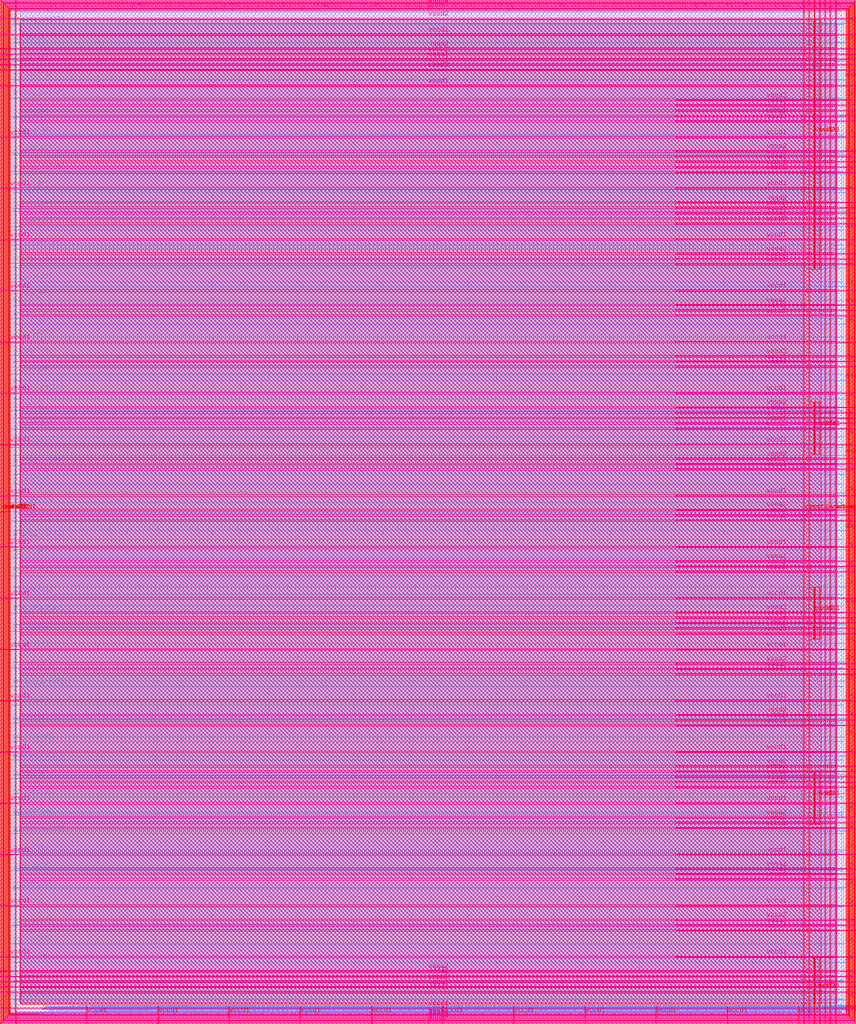
<source format=lef>
VERSION 5.7 ;
  NOWIREEXTENSIONATPIN ON ;
  DIVIDERCHAR "/" ;
  BUSBITCHARS "[]" ;
MACRO user_project_wrapper
  CLASS BLOCK ;
  FOREIGN user_project_wrapper ;
  ORIGIN 0.000 0.000 ;
  SIZE 2920.000 BY 3520.000 ;
  PIN analog_io[0]
    DIRECTION INOUT ;
    USE SIGNAL ;
    PORT
      LAYER met3 ;
        RECT 2917.600 1429.100 2924.800 1430.300 ;
    END
  END analog_io[0]
  PIN analog_io[10]
    DIRECTION INOUT ;
    USE SIGNAL ;
    PORT
      LAYER met2 ;
        RECT 2228.650 3517.600 2229.210 3524.800 ;
    END
  END analog_io[10]
  PIN analog_io[11]
    DIRECTION INOUT ;
    USE SIGNAL ;
    PORT
      LAYER met2 ;
        RECT 1904.810 3517.600 1905.370 3524.800 ;
    END
  END analog_io[11]
  PIN analog_io[12]
    DIRECTION INOUT ;
    USE SIGNAL ;
    PORT
      LAYER met2 ;
        RECT 1580.970 3517.600 1581.530 3524.800 ;
    END
  END analog_io[12]
  PIN analog_io[13]
    DIRECTION INOUT ;
    USE SIGNAL ;
    PORT
      LAYER met2 ;
        RECT 1257.130 3517.600 1257.690 3524.800 ;
    END
  END analog_io[13]
  PIN analog_io[14]
    DIRECTION INOUT ;
    USE SIGNAL ;
    PORT
      LAYER met2 ;
        RECT 933.290 3517.600 933.850 3524.800 ;
    END
  END analog_io[14]
  PIN analog_io[15]
    DIRECTION INOUT ;
    USE SIGNAL ;
    PORT
      LAYER met2 ;
        RECT 609.450 3517.600 610.010 3524.800 ;
    END
  END analog_io[15]
  PIN analog_io[16]
    DIRECTION INOUT ;
    USE SIGNAL ;
    PORT
      LAYER met2 ;
        RECT 285.610 3517.600 286.170 3524.800 ;
    END
  END analog_io[16]
  PIN analog_io[17]
    DIRECTION INOUT ;
    USE SIGNAL ;
    PORT
      LAYER met3 ;
        RECT -4.800 3471.140 2.400 3472.340 ;
    END
  END analog_io[17]
  PIN analog_io[18]
    DIRECTION INOUT ;
    USE SIGNAL ;
    PORT
      LAYER met3 ;
        RECT -4.800 3212.740 2.400 3213.940 ;
    END
  END analog_io[18]
  PIN analog_io[19]
    DIRECTION INOUT ;
    USE SIGNAL ;
    PORT
      LAYER met3 ;
        RECT -4.800 2954.340 2.400 2955.540 ;
    END
  END analog_io[19]
  PIN analog_io[1]
    DIRECTION INOUT ;
    USE SIGNAL ;
    PORT
      LAYER met3 ;
        RECT 2917.600 1692.940 2924.800 1694.140 ;
    END
  END analog_io[1]
  PIN analog_io[20]
    DIRECTION INOUT ;
    USE SIGNAL ;
    PORT
      LAYER met3 ;
        RECT -4.800 2695.940 2.400 2697.140 ;
    END
  END analog_io[20]
  PIN analog_io[21]
    DIRECTION INOUT ;
    USE SIGNAL ;
    PORT
      LAYER met3 ;
        RECT -4.800 2437.540 2.400 2438.740 ;
    END
  END analog_io[21]
  PIN analog_io[22]
    DIRECTION INOUT ;
    USE SIGNAL ;
    PORT
      LAYER met3 ;
        RECT -4.800 2179.140 2.400 2180.340 ;
    END
  END analog_io[22]
  PIN analog_io[23]
    DIRECTION INOUT ;
    USE SIGNAL ;
    PORT
      LAYER met3 ;
        RECT -4.800 1920.740 2.400 1921.940 ;
    END
  END analog_io[23]
  PIN analog_io[24]
    DIRECTION INOUT ;
    USE SIGNAL ;
    PORT
      LAYER met3 ;
        RECT -4.800 1662.340 2.400 1663.540 ;
    END
  END analog_io[24]
  PIN analog_io[25]
    DIRECTION INOUT ;
    USE SIGNAL ;
    PORT
      LAYER met3 ;
        RECT -4.800 1403.940 2.400 1405.140 ;
    END
  END analog_io[25]
  PIN analog_io[26]
    DIRECTION INOUT ;
    USE SIGNAL ;
    PORT
      LAYER met3 ;
        RECT -4.800 1145.540 2.400 1146.740 ;
    END
  END analog_io[26]
  PIN analog_io[27]
    DIRECTION INOUT ;
    USE SIGNAL ;
    PORT
      LAYER met3 ;
        RECT -4.800 887.140 2.400 888.340 ;
    END
  END analog_io[27]
  PIN analog_io[28]
    DIRECTION INOUT ;
    USE SIGNAL ;
    PORT
      LAYER met3 ;
        RECT -4.800 628.740 2.400 629.940 ;
    END
  END analog_io[28]
  PIN analog_io[2]
    DIRECTION INOUT ;
    USE SIGNAL ;
    PORT
      LAYER met3 ;
        RECT 2917.600 1956.780 2924.800 1957.980 ;
    END
  END analog_io[2]
  PIN analog_io[3]
    DIRECTION INOUT ;
    USE SIGNAL ;
    PORT
      LAYER met3 ;
        RECT 2917.600 2220.620 2924.800 2221.820 ;
    END
  END analog_io[3]
  PIN analog_io[4]
    DIRECTION INOUT ;
    USE SIGNAL ;
    PORT
      LAYER met3 ;
        RECT 2917.600 2484.460 2924.800 2485.660 ;
    END
  END analog_io[4]
  PIN analog_io[5]
    DIRECTION INOUT ;
    USE SIGNAL ;
    PORT
      LAYER met3 ;
        RECT 2917.600 2748.300 2924.800 2749.500 ;
    END
  END analog_io[5]
  PIN analog_io[6]
    DIRECTION INOUT ;
    USE SIGNAL ;
    PORT
      LAYER met3 ;
        RECT 2917.600 3012.140 2924.800 3013.340 ;
    END
  END analog_io[6]
  PIN analog_io[7]
    DIRECTION INOUT ;
    USE SIGNAL ;
    PORT
      LAYER met3 ;
        RECT 2917.600 3275.980 2924.800 3277.180 ;
    END
  END analog_io[7]
  PIN analog_io[8]
    DIRECTION INOUT ;
    USE SIGNAL ;
    PORT
      LAYER met2 ;
        RECT 2876.330 3517.600 2876.890 3524.800 ;
    END
  END analog_io[8]
  PIN analog_io[9]
    DIRECTION INOUT ;
    USE SIGNAL ;
    PORT
      LAYER met2 ;
        RECT 2552.490 3517.600 2553.050 3524.800 ;
    END
  END analog_io[9]
  PIN io_in[0]
    DIRECTION INPUT ;
    USE SIGNAL ;
    PORT
      LAYER met3 ;
        RECT 2917.600 43.940 2924.800 45.140 ;
    END
  END io_in[0]
  PIN io_in[10]
    DIRECTION INPUT ;
    USE SIGNAL ;
    PORT
      LAYER met3 ;
        RECT 2917.600 2286.580 2924.800 2287.780 ;
    END
  END io_in[10]
  PIN io_in[11]
    DIRECTION INPUT ;
    USE SIGNAL ;
    PORT
      LAYER met3 ;
        RECT 2917.600 2550.420 2924.800 2551.620 ;
    END
  END io_in[11]
  PIN io_in[12]
    DIRECTION INPUT ;
    USE SIGNAL ;
    PORT
      LAYER met3 ;
        RECT 2917.600 2814.260 2924.800 2815.460 ;
    END
  END io_in[12]
  PIN io_in[13]
    DIRECTION INPUT ;
    USE SIGNAL ;
    PORT
      LAYER met3 ;
        RECT 2917.600 3078.100 2924.800 3079.300 ;
    END
  END io_in[13]
  PIN io_in[14]
    DIRECTION INPUT ;
    USE SIGNAL ;
    PORT
      LAYER met3 ;
        RECT 2917.600 3341.940 2924.800 3343.140 ;
    END
  END io_in[14]
  PIN io_in[15]
    DIRECTION INPUT ;
    USE SIGNAL ;
    PORT
      LAYER met2 ;
        RECT 2795.370 3517.600 2795.930 3524.800 ;
    END
  END io_in[15]
  PIN io_in[16]
    DIRECTION INPUT ;
    USE SIGNAL ;
    PORT
      LAYER met2 ;
        RECT 2471.530 3517.600 2472.090 3524.800 ;
    END
  END io_in[16]
  PIN io_in[17]
    DIRECTION INPUT ;
    USE SIGNAL ;
    PORT
      LAYER met2 ;
        RECT 2147.690 3517.600 2148.250 3524.800 ;
    END
  END io_in[17]
  PIN io_in[18]
    DIRECTION INPUT ;
    USE SIGNAL ;
    PORT
      LAYER met2 ;
        RECT 1823.850 3517.600 1824.410 3524.800 ;
    END
  END io_in[18]
  PIN io_in[19]
    DIRECTION INPUT ;
    USE SIGNAL ;
    PORT
      LAYER met2 ;
        RECT 1500.010 3517.600 1500.570 3524.800 ;
    END
  END io_in[19]
  PIN io_in[1]
    DIRECTION INPUT ;
    USE SIGNAL ;
    PORT
      LAYER met3 ;
        RECT 2917.600 241.820 2924.800 243.020 ;
    END
  END io_in[1]
  PIN io_in[20]
    DIRECTION INPUT ;
    USE SIGNAL ;
    PORT
      LAYER met2 ;
        RECT 1176.170 3517.600 1176.730 3524.800 ;
    END
  END io_in[20]
  PIN io_in[21]
    DIRECTION INPUT ;
    USE SIGNAL ;
    PORT
      LAYER met2 ;
        RECT 852.330 3517.600 852.890 3524.800 ;
    END
  END io_in[21]
  PIN io_in[22]
    DIRECTION INPUT ;
    USE SIGNAL ;
    PORT
      LAYER met2 ;
        RECT 528.490 3517.600 529.050 3524.800 ;
    END
  END io_in[22]
  PIN io_in[23]
    DIRECTION INPUT ;
    USE SIGNAL ;
    PORT
      LAYER met2 ;
        RECT 204.650 3517.600 205.210 3524.800 ;
    END
  END io_in[23]
  PIN io_in[24]
    DIRECTION INPUT ;
    USE SIGNAL ;
    PORT
      LAYER met3 ;
        RECT -4.800 3406.540 2.400 3407.740 ;
    END
  END io_in[24]
  PIN io_in[25]
    DIRECTION INPUT ;
    USE SIGNAL ;
    PORT
      LAYER met3 ;
        RECT -4.800 3148.140 2.400 3149.340 ;
    END
  END io_in[25]
  PIN io_in[26]
    DIRECTION INPUT ;
    USE SIGNAL ;
    PORT
      LAYER met3 ;
        RECT -4.800 2889.740 2.400 2890.940 ;
    END
  END io_in[26]
  PIN io_in[27]
    DIRECTION INPUT ;
    USE SIGNAL ;
    PORT
      LAYER met3 ;
        RECT -4.800 2631.340 2.400 2632.540 ;
    END
  END io_in[27]
  PIN io_in[28]
    DIRECTION INPUT ;
    USE SIGNAL ;
    PORT
      LAYER met3 ;
        RECT -4.800 2372.940 2.400 2374.140 ;
    END
  END io_in[28]
  PIN io_in[29]
    DIRECTION INPUT ;
    USE SIGNAL ;
    PORT
      LAYER met3 ;
        RECT -4.800 2114.540 2.400 2115.740 ;
    END
  END io_in[29]
  PIN io_in[2]
    DIRECTION INPUT ;
    USE SIGNAL ;
    PORT
      LAYER met3 ;
        RECT 2917.600 439.700 2924.800 440.900 ;
    END
  END io_in[2]
  PIN io_in[30]
    DIRECTION INPUT ;
    USE SIGNAL ;
    PORT
      LAYER met3 ;
        RECT -4.800 1856.140 2.400 1857.340 ;
    END
  END io_in[30]
  PIN io_in[31]
    DIRECTION INPUT ;
    USE SIGNAL ;
    PORT
      LAYER met3 ;
        RECT -4.800 1597.740 2.400 1598.940 ;
    END
  END io_in[31]
  PIN io_in[32]
    DIRECTION INPUT ;
    USE SIGNAL ;
    PORT
      LAYER met3 ;
        RECT -4.800 1339.340 2.400 1340.540 ;
    END
  END io_in[32]
  PIN io_in[33]
    DIRECTION INPUT ;
    USE SIGNAL ;
    PORT
      LAYER met3 ;
        RECT -4.800 1080.940 2.400 1082.140 ;
    END
  END io_in[33]
  PIN io_in[34]
    DIRECTION INPUT ;
    USE SIGNAL ;
    PORT
      LAYER met3 ;
        RECT -4.800 822.540 2.400 823.740 ;
    END
  END io_in[34]
  PIN io_in[35]
    DIRECTION INPUT ;
    USE SIGNAL ;
    PORT
      LAYER met3 ;
        RECT -4.800 564.140 2.400 565.340 ;
    END
  END io_in[35]
  PIN io_in[36]
    DIRECTION INPUT ;
    USE SIGNAL ;
    PORT
      LAYER met3 ;
        RECT -4.800 370.340 2.400 371.540 ;
    END
  END io_in[36]
  PIN io_in[37]
    DIRECTION INPUT ;
    USE SIGNAL ;
    PORT
      LAYER met3 ;
        RECT -4.800 176.540 2.400 177.740 ;
    END
  END io_in[37]
  PIN io_in[3]
    DIRECTION INPUT ;
    USE SIGNAL ;
    PORT
      LAYER met3 ;
        RECT 2917.600 637.580 2924.800 638.780 ;
    END
  END io_in[3]
  PIN io_in[4]
    DIRECTION INPUT ;
    USE SIGNAL ;
    PORT
      LAYER met3 ;
        RECT 2917.600 835.460 2924.800 836.660 ;
    END
  END io_in[4]
  PIN io_in[5]
    DIRECTION INPUT ;
    USE SIGNAL ;
    PORT
      LAYER met3 ;
        RECT 2917.600 1033.340 2924.800 1034.540 ;
    END
  END io_in[5]
  PIN io_in[6]
    DIRECTION INPUT ;
    USE SIGNAL ;
    PORT
      LAYER met3 ;
        RECT 2917.600 1231.220 2924.800 1232.420 ;
    END
  END io_in[6]
  PIN io_in[7]
    DIRECTION INPUT ;
    USE SIGNAL ;
    PORT
      LAYER met3 ;
        RECT 2917.600 1495.060 2924.800 1496.260 ;
    END
  END io_in[7]
  PIN io_in[8]
    DIRECTION INPUT ;
    USE SIGNAL ;
    PORT
      LAYER met3 ;
        RECT 2917.600 1758.900 2924.800 1760.100 ;
    END
  END io_in[8]
  PIN io_in[9]
    DIRECTION INPUT ;
    USE SIGNAL ;
    PORT
      LAYER met3 ;
        RECT 2917.600 2022.740 2924.800 2023.940 ;
    END
  END io_in[9]
  PIN io_oeb[0]
    DIRECTION OUTPUT TRISTATE ;
    USE SIGNAL ;
    PORT
      LAYER met3 ;
        RECT 2917.600 175.860 2924.800 177.060 ;
    END
  END io_oeb[0]
  PIN io_oeb[10]
    DIRECTION OUTPUT TRISTATE ;
    USE SIGNAL ;
    PORT
      LAYER met3 ;
        RECT 2917.600 2418.500 2924.800 2419.700 ;
    END
  END io_oeb[10]
  PIN io_oeb[11]
    DIRECTION OUTPUT TRISTATE ;
    USE SIGNAL ;
    PORT
      LAYER met3 ;
        RECT 2917.600 2682.340 2924.800 2683.540 ;
    END
  END io_oeb[11]
  PIN io_oeb[12]
    DIRECTION OUTPUT TRISTATE ;
    USE SIGNAL ;
    PORT
      LAYER met3 ;
        RECT 2917.600 2946.180 2924.800 2947.380 ;
    END
  END io_oeb[12]
  PIN io_oeb[13]
    DIRECTION OUTPUT TRISTATE ;
    USE SIGNAL ;
    PORT
      LAYER met3 ;
        RECT 2917.600 3210.020 2924.800 3211.220 ;
    END
  END io_oeb[13]
  PIN io_oeb[14]
    DIRECTION OUTPUT TRISTATE ;
    USE SIGNAL ;
    PORT
      LAYER met3 ;
        RECT 2917.600 3473.860 2924.800 3475.060 ;
    END
  END io_oeb[14]
  PIN io_oeb[15]
    DIRECTION OUTPUT TRISTATE ;
    USE SIGNAL ;
    PORT
      LAYER met2 ;
        RECT 2633.450 3517.600 2634.010 3524.800 ;
    END
  END io_oeb[15]
  PIN io_oeb[16]
    DIRECTION OUTPUT TRISTATE ;
    USE SIGNAL ;
    PORT
      LAYER met2 ;
        RECT 2309.610 3517.600 2310.170 3524.800 ;
    END
  END io_oeb[16]
  PIN io_oeb[17]
    DIRECTION OUTPUT TRISTATE ;
    USE SIGNAL ;
    PORT
      LAYER met2 ;
        RECT 1985.770 3517.600 1986.330 3524.800 ;
    END
  END io_oeb[17]
  PIN io_oeb[18]
    DIRECTION OUTPUT TRISTATE ;
    USE SIGNAL ;
    PORT
      LAYER met2 ;
        RECT 1661.930 3517.600 1662.490 3524.800 ;
    END
  END io_oeb[18]
  PIN io_oeb[19]
    DIRECTION OUTPUT TRISTATE ;
    USE SIGNAL ;
    PORT
      LAYER met2 ;
        RECT 1338.090 3517.600 1338.650 3524.800 ;
    END
  END io_oeb[19]
  PIN io_oeb[1]
    DIRECTION OUTPUT TRISTATE ;
    USE SIGNAL ;
    PORT
      LAYER met3 ;
        RECT 2917.600 373.740 2924.800 374.940 ;
    END
  END io_oeb[1]
  PIN io_oeb[20]
    DIRECTION OUTPUT TRISTATE ;
    USE SIGNAL ;
    PORT
      LAYER met2 ;
        RECT 1014.250 3517.600 1014.810 3524.800 ;
    END
  END io_oeb[20]
  PIN io_oeb[21]
    DIRECTION OUTPUT TRISTATE ;
    USE SIGNAL ;
    PORT
      LAYER met2 ;
        RECT 690.410 3517.600 690.970 3524.800 ;
    END
  END io_oeb[21]
  PIN io_oeb[22]
    DIRECTION OUTPUT TRISTATE ;
    USE SIGNAL ;
    PORT
      LAYER met2 ;
        RECT 366.570 3517.600 367.130 3524.800 ;
    END
  END io_oeb[22]
  PIN io_oeb[23]
    DIRECTION OUTPUT TRISTATE ;
    USE SIGNAL ;
    PORT
      LAYER met2 ;
        RECT 42.730 3517.600 43.290 3524.800 ;
    END
  END io_oeb[23]
  PIN io_oeb[24]
    DIRECTION OUTPUT TRISTATE ;
    USE SIGNAL ;
    PORT
      LAYER met3 ;
        RECT -4.800 3277.340 2.400 3278.540 ;
    END
  END io_oeb[24]
  PIN io_oeb[25]
    DIRECTION OUTPUT TRISTATE ;
    USE SIGNAL ;
    PORT
      LAYER met3 ;
        RECT -4.800 3018.940 2.400 3020.140 ;
    END
  END io_oeb[25]
  PIN io_oeb[26]
    DIRECTION OUTPUT TRISTATE ;
    USE SIGNAL ;
    PORT
      LAYER met3 ;
        RECT -4.800 2760.540 2.400 2761.740 ;
    END
  END io_oeb[26]
  PIN io_oeb[27]
    DIRECTION OUTPUT TRISTATE ;
    USE SIGNAL ;
    PORT
      LAYER met3 ;
        RECT -4.800 2502.140 2.400 2503.340 ;
    END
  END io_oeb[27]
  PIN io_oeb[28]
    DIRECTION OUTPUT TRISTATE ;
    USE SIGNAL ;
    PORT
      LAYER met3 ;
        RECT -4.800 2243.740 2.400 2244.940 ;
    END
  END io_oeb[28]
  PIN io_oeb[29]
    DIRECTION OUTPUT TRISTATE ;
    USE SIGNAL ;
    PORT
      LAYER met3 ;
        RECT -4.800 1985.340 2.400 1986.540 ;
    END
  END io_oeb[29]
  PIN io_oeb[2]
    DIRECTION OUTPUT TRISTATE ;
    USE SIGNAL ;
    PORT
      LAYER met3 ;
        RECT 2917.600 571.620 2924.800 572.820 ;
    END
  END io_oeb[2]
  PIN io_oeb[30]
    DIRECTION OUTPUT TRISTATE ;
    USE SIGNAL ;
    PORT
      LAYER met3 ;
        RECT -4.800 1726.940 2.400 1728.140 ;
    END
  END io_oeb[30]
  PIN io_oeb[31]
    DIRECTION OUTPUT TRISTATE ;
    USE SIGNAL ;
    PORT
      LAYER met3 ;
        RECT -4.800 1468.540 2.400 1469.740 ;
    END
  END io_oeb[31]
  PIN io_oeb[32]
    DIRECTION OUTPUT TRISTATE ;
    USE SIGNAL ;
    PORT
      LAYER met3 ;
        RECT -4.800 1210.140 2.400 1211.340 ;
    END
  END io_oeb[32]
  PIN io_oeb[33]
    DIRECTION OUTPUT TRISTATE ;
    USE SIGNAL ;
    PORT
      LAYER met3 ;
        RECT -4.800 951.740 2.400 952.940 ;
    END
  END io_oeb[33]
  PIN io_oeb[34]
    DIRECTION OUTPUT TRISTATE ;
    USE SIGNAL ;
    PORT
      LAYER met3 ;
        RECT -4.800 693.340 2.400 694.540 ;
    END
  END io_oeb[34]
  PIN io_oeb[35]
    DIRECTION OUTPUT TRISTATE ;
    USE SIGNAL ;
    PORT
      LAYER met3 ;
        RECT -4.800 434.940 2.400 436.140 ;
    END
  END io_oeb[35]
  PIN io_oeb[36]
    DIRECTION OUTPUT TRISTATE ;
    USE SIGNAL ;
    PORT
      LAYER met3 ;
        RECT -4.800 241.140 2.400 242.340 ;
    END
  END io_oeb[36]
  PIN io_oeb[37]
    DIRECTION OUTPUT TRISTATE ;
    USE SIGNAL ;
    PORT
      LAYER met3 ;
        RECT -4.800 47.340 2.400 48.540 ;
    END
  END io_oeb[37]
  PIN io_oeb[3]
    DIRECTION OUTPUT TRISTATE ;
    USE SIGNAL ;
    PORT
      LAYER met3 ;
        RECT 2917.600 769.500 2924.800 770.700 ;
    END
  END io_oeb[3]
  PIN io_oeb[4]
    DIRECTION OUTPUT TRISTATE ;
    USE SIGNAL ;
    PORT
      LAYER met3 ;
        RECT 2917.600 967.380 2924.800 968.580 ;
    END
  END io_oeb[4]
  PIN io_oeb[5]
    DIRECTION OUTPUT TRISTATE ;
    USE SIGNAL ;
    PORT
      LAYER met3 ;
        RECT 2917.600 1165.260 2924.800 1166.460 ;
    END
  END io_oeb[5]
  PIN io_oeb[6]
    DIRECTION OUTPUT TRISTATE ;
    USE SIGNAL ;
    PORT
      LAYER met3 ;
        RECT 2917.600 1363.140 2924.800 1364.340 ;
    END
  END io_oeb[6]
  PIN io_oeb[7]
    DIRECTION OUTPUT TRISTATE ;
    USE SIGNAL ;
    PORT
      LAYER met3 ;
        RECT 2917.600 1626.980 2924.800 1628.180 ;
    END
  END io_oeb[7]
  PIN io_oeb[8]
    DIRECTION OUTPUT TRISTATE ;
    USE SIGNAL ;
    PORT
      LAYER met3 ;
        RECT 2917.600 1890.820 2924.800 1892.020 ;
    END
  END io_oeb[8]
  PIN io_oeb[9]
    DIRECTION OUTPUT TRISTATE ;
    USE SIGNAL ;
    PORT
      LAYER met3 ;
        RECT 2917.600 2154.660 2924.800 2155.860 ;
    END
  END io_oeb[9]
  PIN io_out[0]
    DIRECTION OUTPUT TRISTATE ;
    USE SIGNAL ;
    PORT
      LAYER met3 ;
        RECT 2917.600 109.900 2924.800 111.100 ;
    END
  END io_out[0]
  PIN io_out[10]
    DIRECTION OUTPUT TRISTATE ;
    USE SIGNAL ;
    PORT
      LAYER met3 ;
        RECT 2917.600 2352.540 2924.800 2353.740 ;
    END
  END io_out[10]
  PIN io_out[11]
    DIRECTION OUTPUT TRISTATE ;
    USE SIGNAL ;
    PORT
      LAYER met3 ;
        RECT 2917.600 2616.380 2924.800 2617.580 ;
    END
  END io_out[11]
  PIN io_out[12]
    DIRECTION OUTPUT TRISTATE ;
    USE SIGNAL ;
    PORT
      LAYER met3 ;
        RECT 2917.600 2880.220 2924.800 2881.420 ;
    END
  END io_out[12]
  PIN io_out[13]
    DIRECTION OUTPUT TRISTATE ;
    USE SIGNAL ;
    PORT
      LAYER met3 ;
        RECT 2917.600 3144.060 2924.800 3145.260 ;
    END
  END io_out[13]
  PIN io_out[14]
    DIRECTION OUTPUT TRISTATE ;
    USE SIGNAL ;
    PORT
      LAYER met3 ;
        RECT 2917.600 3407.900 2924.800 3409.100 ;
    END
  END io_out[14]
  PIN io_out[15]
    DIRECTION OUTPUT TRISTATE ;
    USE SIGNAL ;
    PORT
      LAYER met2 ;
        RECT 2714.410 3517.600 2714.970 3524.800 ;
    END
  END io_out[15]
  PIN io_out[16]
    DIRECTION OUTPUT TRISTATE ;
    USE SIGNAL ;
    PORT
      LAYER met2 ;
        RECT 2390.570 3517.600 2391.130 3524.800 ;
    END
  END io_out[16]
  PIN io_out[17]
    DIRECTION OUTPUT TRISTATE ;
    USE SIGNAL ;
    PORT
      LAYER met2 ;
        RECT 2066.730 3517.600 2067.290 3524.800 ;
    END
  END io_out[17]
  PIN io_out[18]
    DIRECTION OUTPUT TRISTATE ;
    USE SIGNAL ;
    PORT
      LAYER met2 ;
        RECT 1742.890 3517.600 1743.450 3524.800 ;
    END
  END io_out[18]
  PIN io_out[19]
    DIRECTION OUTPUT TRISTATE ;
    USE SIGNAL ;
    PORT
      LAYER met2 ;
        RECT 1419.050 3517.600 1419.610 3524.800 ;
    END
  END io_out[19]
  PIN io_out[1]
    DIRECTION OUTPUT TRISTATE ;
    USE SIGNAL ;
    PORT
      LAYER met3 ;
        RECT 2917.600 307.780 2924.800 308.980 ;
    END
  END io_out[1]
  PIN io_out[20]
    DIRECTION OUTPUT TRISTATE ;
    USE SIGNAL ;
    PORT
      LAYER met2 ;
        RECT 1095.210 3517.600 1095.770 3524.800 ;
    END
  END io_out[20]
  PIN io_out[21]
    DIRECTION OUTPUT TRISTATE ;
    USE SIGNAL ;
    PORT
      LAYER met2 ;
        RECT 771.370 3517.600 771.930 3524.800 ;
    END
  END io_out[21]
  PIN io_out[22]
    DIRECTION OUTPUT TRISTATE ;
    USE SIGNAL ;
    PORT
      LAYER met2 ;
        RECT 447.530 3517.600 448.090 3524.800 ;
    END
  END io_out[22]
  PIN io_out[23]
    DIRECTION OUTPUT TRISTATE ;
    USE SIGNAL ;
    PORT
      LAYER met2 ;
        RECT 123.690 3517.600 124.250 3524.800 ;
    END
  END io_out[23]
  PIN io_out[24]
    DIRECTION OUTPUT TRISTATE ;
    USE SIGNAL ;
    PORT
      LAYER met3 ;
        RECT -4.800 3341.940 2.400 3343.140 ;
    END
  END io_out[24]
  PIN io_out[25]
    DIRECTION OUTPUT TRISTATE ;
    USE SIGNAL ;
    PORT
      LAYER met3 ;
        RECT -4.800 3083.540 2.400 3084.740 ;
    END
  END io_out[25]
  PIN io_out[26]
    DIRECTION OUTPUT TRISTATE ;
    USE SIGNAL ;
    PORT
      LAYER met3 ;
        RECT -4.800 2825.140 2.400 2826.340 ;
    END
  END io_out[26]
  PIN io_out[27]
    DIRECTION OUTPUT TRISTATE ;
    USE SIGNAL ;
    PORT
      LAYER met3 ;
        RECT -4.800 2566.740 2.400 2567.940 ;
    END
  END io_out[27]
  PIN io_out[28]
    DIRECTION OUTPUT TRISTATE ;
    USE SIGNAL ;
    PORT
      LAYER met3 ;
        RECT -4.800 2308.340 2.400 2309.540 ;
    END
  END io_out[28]
  PIN io_out[29]
    DIRECTION OUTPUT TRISTATE ;
    USE SIGNAL ;
    PORT
      LAYER met3 ;
        RECT -4.800 2049.940 2.400 2051.140 ;
    END
  END io_out[29]
  PIN io_out[2]
    DIRECTION OUTPUT TRISTATE ;
    USE SIGNAL ;
    PORT
      LAYER met3 ;
        RECT 2917.600 505.660 2924.800 506.860 ;
    END
  END io_out[2]
  PIN io_out[30]
    DIRECTION OUTPUT TRISTATE ;
    USE SIGNAL ;
    PORT
      LAYER met3 ;
        RECT -4.800 1791.540 2.400 1792.740 ;
    END
  END io_out[30]
  PIN io_out[31]
    DIRECTION OUTPUT TRISTATE ;
    USE SIGNAL ;
    PORT
      LAYER met3 ;
        RECT -4.800 1533.140 2.400 1534.340 ;
    END
  END io_out[31]
  PIN io_out[32]
    DIRECTION OUTPUT TRISTATE ;
    USE SIGNAL ;
    PORT
      LAYER met3 ;
        RECT -4.800 1274.740 2.400 1275.940 ;
    END
  END io_out[32]
  PIN io_out[33]
    DIRECTION OUTPUT TRISTATE ;
    USE SIGNAL ;
    PORT
      LAYER met3 ;
        RECT -4.800 1016.340 2.400 1017.540 ;
    END
  END io_out[33]
  PIN io_out[34]
    DIRECTION OUTPUT TRISTATE ;
    USE SIGNAL ;
    PORT
      LAYER met3 ;
        RECT -4.800 757.940 2.400 759.140 ;
    END
  END io_out[34]
  PIN io_out[35]
    DIRECTION OUTPUT TRISTATE ;
    USE SIGNAL ;
    PORT
      LAYER met3 ;
        RECT -4.800 499.540 2.400 500.740 ;
    END
  END io_out[35]
  PIN io_out[36]
    DIRECTION OUTPUT TRISTATE ;
    USE SIGNAL ;
    PORT
      LAYER met3 ;
        RECT -4.800 305.740 2.400 306.940 ;
    END
  END io_out[36]
  PIN io_out[37]
    DIRECTION OUTPUT TRISTATE ;
    USE SIGNAL ;
    PORT
      LAYER met3 ;
        RECT -4.800 111.940 2.400 113.140 ;
    END
  END io_out[37]
  PIN io_out[3]
    DIRECTION OUTPUT TRISTATE ;
    USE SIGNAL ;
    PORT
      LAYER met3 ;
        RECT 2917.600 703.540 2924.800 704.740 ;
    END
  END io_out[3]
  PIN io_out[4]
    DIRECTION OUTPUT TRISTATE ;
    USE SIGNAL ;
    PORT
      LAYER met3 ;
        RECT 2917.600 901.420 2924.800 902.620 ;
    END
  END io_out[4]
  PIN io_out[5]
    DIRECTION OUTPUT TRISTATE ;
    USE SIGNAL ;
    PORT
      LAYER met3 ;
        RECT 2917.600 1099.300 2924.800 1100.500 ;
    END
  END io_out[5]
  PIN io_out[6]
    DIRECTION OUTPUT TRISTATE ;
    USE SIGNAL ;
    PORT
      LAYER met3 ;
        RECT 2917.600 1297.180 2924.800 1298.380 ;
    END
  END io_out[6]
  PIN io_out[7]
    DIRECTION OUTPUT TRISTATE ;
    USE SIGNAL ;
    PORT
      LAYER met3 ;
        RECT 2917.600 1561.020 2924.800 1562.220 ;
    END
  END io_out[7]
  PIN io_out[8]
    DIRECTION OUTPUT TRISTATE ;
    USE SIGNAL ;
    PORT
      LAYER met3 ;
        RECT 2917.600 1824.860 2924.800 1826.060 ;
    END
  END io_out[8]
  PIN io_out[9]
    DIRECTION OUTPUT TRISTATE ;
    USE SIGNAL ;
    PORT
      LAYER met3 ;
        RECT 2917.600 2088.700 2924.800 2089.900 ;
    END
  END io_out[9]
  PIN la_data_in[0]
    DIRECTION INPUT ;
    USE SIGNAL ;
    PORT
      LAYER met2 ;
        RECT 683.970 -4.800 684.530 2.400 ;
    END
  END la_data_in[0]
  PIN la_data_in[100]
    DIRECTION INPUT ;
    USE SIGNAL ;
    PORT
      LAYER met2 ;
        RECT 2339.970 -4.800 2340.530 2.400 ;
    END
  END la_data_in[100]
  PIN la_data_in[101]
    DIRECTION INPUT ;
    USE SIGNAL ;
    PORT
      LAYER met2 ;
        RECT 2356.530 -4.800 2357.090 2.400 ;
    END
  END la_data_in[101]
  PIN la_data_in[102]
    DIRECTION INPUT ;
    USE SIGNAL ;
    PORT
      LAYER met2 ;
        RECT 2373.090 -4.800 2373.650 2.400 ;
    END
  END la_data_in[102]
  PIN la_data_in[103]
    DIRECTION INPUT ;
    USE SIGNAL ;
    PORT
      LAYER met2 ;
        RECT 2389.650 -4.800 2390.210 2.400 ;
    END
  END la_data_in[103]
  PIN la_data_in[104]
    DIRECTION INPUT ;
    USE SIGNAL ;
    PORT
      LAYER met2 ;
        RECT 2406.210 -4.800 2406.770 2.400 ;
    END
  END la_data_in[104]
  PIN la_data_in[105]
    DIRECTION INPUT ;
    USE SIGNAL ;
    PORT
      LAYER met2 ;
        RECT 2422.770 -4.800 2423.330 2.400 ;
    END
  END la_data_in[105]
  PIN la_data_in[106]
    DIRECTION INPUT ;
    USE SIGNAL ;
    PORT
      LAYER met2 ;
        RECT 2439.330 -4.800 2439.890 2.400 ;
    END
  END la_data_in[106]
  PIN la_data_in[107]
    DIRECTION INPUT ;
    USE SIGNAL ;
    PORT
      LAYER met2 ;
        RECT 2455.890 -4.800 2456.450 2.400 ;
    END
  END la_data_in[107]
  PIN la_data_in[108]
    DIRECTION INPUT ;
    USE SIGNAL ;
    PORT
      LAYER met2 ;
        RECT 2472.450 -4.800 2473.010 2.400 ;
    END
  END la_data_in[108]
  PIN la_data_in[109]
    DIRECTION INPUT ;
    USE SIGNAL ;
    PORT
      LAYER met2 ;
        RECT 2489.010 -4.800 2489.570 2.400 ;
    END
  END la_data_in[109]
  PIN la_data_in[10]
    DIRECTION INPUT ;
    USE SIGNAL ;
    PORT
      LAYER met2 ;
        RECT 849.570 -4.800 850.130 2.400 ;
    END
  END la_data_in[10]
  PIN la_data_in[110]
    DIRECTION INPUT ;
    USE SIGNAL ;
    PORT
      LAYER met2 ;
        RECT 2505.570 -4.800 2506.130 2.400 ;
    END
  END la_data_in[110]
  PIN la_data_in[111]
    DIRECTION INPUT ;
    USE SIGNAL ;
    PORT
      LAYER met2 ;
        RECT 2522.130 -4.800 2522.690 2.400 ;
    END
  END la_data_in[111]
  PIN la_data_in[112]
    DIRECTION INPUT ;
    USE SIGNAL ;
    PORT
      LAYER met2 ;
        RECT 2538.690 -4.800 2539.250 2.400 ;
    END
  END la_data_in[112]
  PIN la_data_in[113]
    DIRECTION INPUT ;
    USE SIGNAL ;
    PORT
      LAYER met2 ;
        RECT 2555.250 -4.800 2555.810 2.400 ;
    END
  END la_data_in[113]
  PIN la_data_in[114]
    DIRECTION INPUT ;
    USE SIGNAL ;
    PORT
      LAYER met2 ;
        RECT 2571.810 -4.800 2572.370 2.400 ;
    END
  END la_data_in[114]
  PIN la_data_in[115]
    DIRECTION INPUT ;
    USE SIGNAL ;
    PORT
      LAYER met2 ;
        RECT 2588.370 -4.800 2588.930 2.400 ;
    END
  END la_data_in[115]
  PIN la_data_in[116]
    DIRECTION INPUT ;
    USE SIGNAL ;
    PORT
      LAYER met2 ;
        RECT 2604.930 -4.800 2605.490 2.400 ;
    END
  END la_data_in[116]
  PIN la_data_in[117]
    DIRECTION INPUT ;
    USE SIGNAL ;
    PORT
      LAYER met2 ;
        RECT 2621.490 -4.800 2622.050 2.400 ;
    END
  END la_data_in[117]
  PIN la_data_in[118]
    DIRECTION INPUT ;
    USE SIGNAL ;
    PORT
      LAYER met2 ;
        RECT 2638.050 -4.800 2638.610 2.400 ;
    END
  END la_data_in[118]
  PIN la_data_in[119]
    DIRECTION INPUT ;
    USE SIGNAL ;
    PORT
      LAYER met2 ;
        RECT 2654.610 -4.800 2655.170 2.400 ;
    END
  END la_data_in[119]
  PIN la_data_in[11]
    DIRECTION INPUT ;
    USE SIGNAL ;
    PORT
      LAYER met2 ;
        RECT 866.130 -4.800 866.690 2.400 ;
    END
  END la_data_in[11]
  PIN la_data_in[120]
    DIRECTION INPUT ;
    USE SIGNAL ;
    PORT
      LAYER met2 ;
        RECT 2671.170 -4.800 2671.730 2.400 ;
    END
  END la_data_in[120]
  PIN la_data_in[121]
    DIRECTION INPUT ;
    USE SIGNAL ;
    PORT
      LAYER met2 ;
        RECT 2687.730 -4.800 2688.290 2.400 ;
    END
  END la_data_in[121]
  PIN la_data_in[122]
    DIRECTION INPUT ;
    USE SIGNAL ;
    PORT
      LAYER met2 ;
        RECT 2704.290 -4.800 2704.850 2.400 ;
    END
  END la_data_in[122]
  PIN la_data_in[123]
    DIRECTION INPUT ;
    USE SIGNAL ;
    PORT
      LAYER met2 ;
        RECT 2720.850 -4.800 2721.410 2.400 ;
    END
  END la_data_in[123]
  PIN la_data_in[124]
    DIRECTION INPUT ;
    USE SIGNAL ;
    PORT
      LAYER met2 ;
        RECT 2737.410 -4.800 2737.970 2.400 ;
    END
  END la_data_in[124]
  PIN la_data_in[125]
    DIRECTION INPUT ;
    USE SIGNAL ;
    PORT
      LAYER met2 ;
        RECT 2753.970 -4.800 2754.530 2.400 ;
    END
  END la_data_in[125]
  PIN la_data_in[126]
    DIRECTION INPUT ;
    USE SIGNAL ;
    PORT
      LAYER met2 ;
        RECT 2770.530 -4.800 2771.090 2.400 ;
    END
  END la_data_in[126]
  PIN la_data_in[127]
    DIRECTION INPUT ;
    USE SIGNAL ;
    PORT
      LAYER met2 ;
        RECT 2787.090 -4.800 2787.650 2.400 ;
    END
  END la_data_in[127]
  PIN la_data_in[12]
    DIRECTION INPUT ;
    USE SIGNAL ;
    PORT
      LAYER met2 ;
        RECT 882.690 -4.800 883.250 2.400 ;
    END
  END la_data_in[12]
  PIN la_data_in[13]
    DIRECTION INPUT ;
    USE SIGNAL ;
    PORT
      LAYER met2 ;
        RECT 899.250 -4.800 899.810 2.400 ;
    END
  END la_data_in[13]
  PIN la_data_in[14]
    DIRECTION INPUT ;
    USE SIGNAL ;
    PORT
      LAYER met2 ;
        RECT 915.810 -4.800 916.370 2.400 ;
    END
  END la_data_in[14]
  PIN la_data_in[15]
    DIRECTION INPUT ;
    USE SIGNAL ;
    PORT
      LAYER met2 ;
        RECT 932.370 -4.800 932.930 2.400 ;
    END
  END la_data_in[15]
  PIN la_data_in[16]
    DIRECTION INPUT ;
    USE SIGNAL ;
    PORT
      LAYER met2 ;
        RECT 948.930 -4.800 949.490 2.400 ;
    END
  END la_data_in[16]
  PIN la_data_in[17]
    DIRECTION INPUT ;
    USE SIGNAL ;
    PORT
      LAYER met2 ;
        RECT 965.490 -4.800 966.050 2.400 ;
    END
  END la_data_in[17]
  PIN la_data_in[18]
    DIRECTION INPUT ;
    USE SIGNAL ;
    PORT
      LAYER met2 ;
        RECT 982.050 -4.800 982.610 2.400 ;
    END
  END la_data_in[18]
  PIN la_data_in[19]
    DIRECTION INPUT ;
    USE SIGNAL ;
    PORT
      LAYER met2 ;
        RECT 998.610 -4.800 999.170 2.400 ;
    END
  END la_data_in[19]
  PIN la_data_in[1]
    DIRECTION INPUT ;
    USE SIGNAL ;
    PORT
      LAYER met2 ;
        RECT 700.530 -4.800 701.090 2.400 ;
    END
  END la_data_in[1]
  PIN la_data_in[20]
    DIRECTION INPUT ;
    USE SIGNAL ;
    PORT
      LAYER met2 ;
        RECT 1015.170 -4.800 1015.730 2.400 ;
    END
  END la_data_in[20]
  PIN la_data_in[21]
    DIRECTION INPUT ;
    USE SIGNAL ;
    PORT
      LAYER met2 ;
        RECT 1031.730 -4.800 1032.290 2.400 ;
    END
  END la_data_in[21]
  PIN la_data_in[22]
    DIRECTION INPUT ;
    USE SIGNAL ;
    PORT
      LAYER met2 ;
        RECT 1048.290 -4.800 1048.850 2.400 ;
    END
  END la_data_in[22]
  PIN la_data_in[23]
    DIRECTION INPUT ;
    USE SIGNAL ;
    PORT
      LAYER met2 ;
        RECT 1064.850 -4.800 1065.410 2.400 ;
    END
  END la_data_in[23]
  PIN la_data_in[24]
    DIRECTION INPUT ;
    USE SIGNAL ;
    PORT
      LAYER met2 ;
        RECT 1081.410 -4.800 1081.970 2.400 ;
    END
  END la_data_in[24]
  PIN la_data_in[25]
    DIRECTION INPUT ;
    USE SIGNAL ;
    PORT
      LAYER met2 ;
        RECT 1097.970 -4.800 1098.530 2.400 ;
    END
  END la_data_in[25]
  PIN la_data_in[26]
    DIRECTION INPUT ;
    USE SIGNAL ;
    PORT
      LAYER met2 ;
        RECT 1114.530 -4.800 1115.090 2.400 ;
    END
  END la_data_in[26]
  PIN la_data_in[27]
    DIRECTION INPUT ;
    USE SIGNAL ;
    PORT
      LAYER met2 ;
        RECT 1131.090 -4.800 1131.650 2.400 ;
    END
  END la_data_in[27]
  PIN la_data_in[28]
    DIRECTION INPUT ;
    USE SIGNAL ;
    PORT
      LAYER met2 ;
        RECT 1147.650 -4.800 1148.210 2.400 ;
    END
  END la_data_in[28]
  PIN la_data_in[29]
    DIRECTION INPUT ;
    USE SIGNAL ;
    PORT
      LAYER met2 ;
        RECT 1164.210 -4.800 1164.770 2.400 ;
    END
  END la_data_in[29]
  PIN la_data_in[2]
    DIRECTION INPUT ;
    USE SIGNAL ;
    PORT
      LAYER met2 ;
        RECT 717.090 -4.800 717.650 2.400 ;
    END
  END la_data_in[2]
  PIN la_data_in[30]
    DIRECTION INPUT ;
    USE SIGNAL ;
    PORT
      LAYER met2 ;
        RECT 1180.770 -4.800 1181.330 2.400 ;
    END
  END la_data_in[30]
  PIN la_data_in[31]
    DIRECTION INPUT ;
    USE SIGNAL ;
    PORT
      LAYER met2 ;
        RECT 1197.330 -4.800 1197.890 2.400 ;
    END
  END la_data_in[31]
  PIN la_data_in[32]
    DIRECTION INPUT ;
    USE SIGNAL ;
    PORT
      LAYER met2 ;
        RECT 1213.890 -4.800 1214.450 2.400 ;
    END
  END la_data_in[32]
  PIN la_data_in[33]
    DIRECTION INPUT ;
    USE SIGNAL ;
    PORT
      LAYER met2 ;
        RECT 1230.450 -4.800 1231.010 2.400 ;
    END
  END la_data_in[33]
  PIN la_data_in[34]
    DIRECTION INPUT ;
    USE SIGNAL ;
    PORT
      LAYER met2 ;
        RECT 1247.010 -4.800 1247.570 2.400 ;
    END
  END la_data_in[34]
  PIN la_data_in[35]
    DIRECTION INPUT ;
    USE SIGNAL ;
    PORT
      LAYER met2 ;
        RECT 1263.570 -4.800 1264.130 2.400 ;
    END
  END la_data_in[35]
  PIN la_data_in[36]
    DIRECTION INPUT ;
    USE SIGNAL ;
    PORT
      LAYER met2 ;
        RECT 1280.130 -4.800 1280.690 2.400 ;
    END
  END la_data_in[36]
  PIN la_data_in[37]
    DIRECTION INPUT ;
    USE SIGNAL ;
    PORT
      LAYER met2 ;
        RECT 1296.690 -4.800 1297.250 2.400 ;
    END
  END la_data_in[37]
  PIN la_data_in[38]
    DIRECTION INPUT ;
    USE SIGNAL ;
    PORT
      LAYER met2 ;
        RECT 1313.250 -4.800 1313.810 2.400 ;
    END
  END la_data_in[38]
  PIN la_data_in[39]
    DIRECTION INPUT ;
    USE SIGNAL ;
    PORT
      LAYER met2 ;
        RECT 1329.810 -4.800 1330.370 2.400 ;
    END
  END la_data_in[39]
  PIN la_data_in[3]
    DIRECTION INPUT ;
    USE SIGNAL ;
    PORT
      LAYER met2 ;
        RECT 733.650 -4.800 734.210 2.400 ;
    END
  END la_data_in[3]
  PIN la_data_in[40]
    DIRECTION INPUT ;
    USE SIGNAL ;
    PORT
      LAYER met2 ;
        RECT 1346.370 -4.800 1346.930 2.400 ;
    END
  END la_data_in[40]
  PIN la_data_in[41]
    DIRECTION INPUT ;
    USE SIGNAL ;
    PORT
      LAYER met2 ;
        RECT 1362.930 -4.800 1363.490 2.400 ;
    END
  END la_data_in[41]
  PIN la_data_in[42]
    DIRECTION INPUT ;
    USE SIGNAL ;
    PORT
      LAYER met2 ;
        RECT 1379.490 -4.800 1380.050 2.400 ;
    END
  END la_data_in[42]
  PIN la_data_in[43]
    DIRECTION INPUT ;
    USE SIGNAL ;
    PORT
      LAYER met2 ;
        RECT 1396.050 -4.800 1396.610 2.400 ;
    END
  END la_data_in[43]
  PIN la_data_in[44]
    DIRECTION INPUT ;
    USE SIGNAL ;
    PORT
      LAYER met2 ;
        RECT 1412.610 -4.800 1413.170 2.400 ;
    END
  END la_data_in[44]
  PIN la_data_in[45]
    DIRECTION INPUT ;
    USE SIGNAL ;
    PORT
      LAYER met2 ;
        RECT 1429.170 -4.800 1429.730 2.400 ;
    END
  END la_data_in[45]
  PIN la_data_in[46]
    DIRECTION INPUT ;
    USE SIGNAL ;
    PORT
      LAYER met2 ;
        RECT 1445.730 -4.800 1446.290 2.400 ;
    END
  END la_data_in[46]
  PIN la_data_in[47]
    DIRECTION INPUT ;
    USE SIGNAL ;
    PORT
      LAYER met2 ;
        RECT 1462.290 -4.800 1462.850 2.400 ;
    END
  END la_data_in[47]
  PIN la_data_in[48]
    DIRECTION INPUT ;
    USE SIGNAL ;
    PORT
      LAYER met2 ;
        RECT 1478.850 -4.800 1479.410 2.400 ;
    END
  END la_data_in[48]
  PIN la_data_in[49]
    DIRECTION INPUT ;
    USE SIGNAL ;
    PORT
      LAYER met2 ;
        RECT 1495.410 -4.800 1495.970 2.400 ;
    END
  END la_data_in[49]
  PIN la_data_in[4]
    DIRECTION INPUT ;
    USE SIGNAL ;
    PORT
      LAYER met2 ;
        RECT 750.210 -4.800 750.770 2.400 ;
    END
  END la_data_in[4]
  PIN la_data_in[50]
    DIRECTION INPUT ;
    USE SIGNAL ;
    PORT
      LAYER met2 ;
        RECT 1511.970 -4.800 1512.530 2.400 ;
    END
  END la_data_in[50]
  PIN la_data_in[51]
    DIRECTION INPUT ;
    USE SIGNAL ;
    PORT
      LAYER met2 ;
        RECT 1528.530 -4.800 1529.090 2.400 ;
    END
  END la_data_in[51]
  PIN la_data_in[52]
    DIRECTION INPUT ;
    USE SIGNAL ;
    PORT
      LAYER met2 ;
        RECT 1545.090 -4.800 1545.650 2.400 ;
    END
  END la_data_in[52]
  PIN la_data_in[53]
    DIRECTION INPUT ;
    USE SIGNAL ;
    PORT
      LAYER met2 ;
        RECT 1561.650 -4.800 1562.210 2.400 ;
    END
  END la_data_in[53]
  PIN la_data_in[54]
    DIRECTION INPUT ;
    USE SIGNAL ;
    PORT
      LAYER met2 ;
        RECT 1578.210 -4.800 1578.770 2.400 ;
    END
  END la_data_in[54]
  PIN la_data_in[55]
    DIRECTION INPUT ;
    USE SIGNAL ;
    PORT
      LAYER met2 ;
        RECT 1594.770 -4.800 1595.330 2.400 ;
    END
  END la_data_in[55]
  PIN la_data_in[56]
    DIRECTION INPUT ;
    USE SIGNAL ;
    PORT
      LAYER met2 ;
        RECT 1611.330 -4.800 1611.890 2.400 ;
    END
  END la_data_in[56]
  PIN la_data_in[57]
    DIRECTION INPUT ;
    USE SIGNAL ;
    PORT
      LAYER met2 ;
        RECT 1627.890 -4.800 1628.450 2.400 ;
    END
  END la_data_in[57]
  PIN la_data_in[58]
    DIRECTION INPUT ;
    USE SIGNAL ;
    PORT
      LAYER met2 ;
        RECT 1644.450 -4.800 1645.010 2.400 ;
    END
  END la_data_in[58]
  PIN la_data_in[59]
    DIRECTION INPUT ;
    USE SIGNAL ;
    PORT
      LAYER met2 ;
        RECT 1661.010 -4.800 1661.570 2.400 ;
    END
  END la_data_in[59]
  PIN la_data_in[5]
    DIRECTION INPUT ;
    USE SIGNAL ;
    PORT
      LAYER met2 ;
        RECT 766.770 -4.800 767.330 2.400 ;
    END
  END la_data_in[5]
  PIN la_data_in[60]
    DIRECTION INPUT ;
    USE SIGNAL ;
    PORT
      LAYER met2 ;
        RECT 1677.570 -4.800 1678.130 2.400 ;
    END
  END la_data_in[60]
  PIN la_data_in[61]
    DIRECTION INPUT ;
    USE SIGNAL ;
    PORT
      LAYER met2 ;
        RECT 1694.130 -4.800 1694.690 2.400 ;
    END
  END la_data_in[61]
  PIN la_data_in[62]
    DIRECTION INPUT ;
    USE SIGNAL ;
    PORT
      LAYER met2 ;
        RECT 1710.690 -4.800 1711.250 2.400 ;
    END
  END la_data_in[62]
  PIN la_data_in[63]
    DIRECTION INPUT ;
    USE SIGNAL ;
    PORT
      LAYER met2 ;
        RECT 1727.250 -4.800 1727.810 2.400 ;
    END
  END la_data_in[63]
  PIN la_data_in[64]
    DIRECTION INPUT ;
    USE SIGNAL ;
    PORT
      LAYER met2 ;
        RECT 1743.810 -4.800 1744.370 2.400 ;
    END
  END la_data_in[64]
  PIN la_data_in[65]
    DIRECTION INPUT ;
    USE SIGNAL ;
    PORT
      LAYER met2 ;
        RECT 1760.370 -4.800 1760.930 2.400 ;
    END
  END la_data_in[65]
  PIN la_data_in[66]
    DIRECTION INPUT ;
    USE SIGNAL ;
    PORT
      LAYER met2 ;
        RECT 1776.930 -4.800 1777.490 2.400 ;
    END
  END la_data_in[66]
  PIN la_data_in[67]
    DIRECTION INPUT ;
    USE SIGNAL ;
    PORT
      LAYER met2 ;
        RECT 1793.490 -4.800 1794.050 2.400 ;
    END
  END la_data_in[67]
  PIN la_data_in[68]
    DIRECTION INPUT ;
    USE SIGNAL ;
    PORT
      LAYER met2 ;
        RECT 1810.050 -4.800 1810.610 2.400 ;
    END
  END la_data_in[68]
  PIN la_data_in[69]
    DIRECTION INPUT ;
    USE SIGNAL ;
    PORT
      LAYER met2 ;
        RECT 1826.610 -4.800 1827.170 2.400 ;
    END
  END la_data_in[69]
  PIN la_data_in[6]
    DIRECTION INPUT ;
    USE SIGNAL ;
    PORT
      LAYER met2 ;
        RECT 783.330 -4.800 783.890 2.400 ;
    END
  END la_data_in[6]
  PIN la_data_in[70]
    DIRECTION INPUT ;
    USE SIGNAL ;
    PORT
      LAYER met2 ;
        RECT 1843.170 -4.800 1843.730 2.400 ;
    END
  END la_data_in[70]
  PIN la_data_in[71]
    DIRECTION INPUT ;
    USE SIGNAL ;
    PORT
      LAYER met2 ;
        RECT 1859.730 -4.800 1860.290 2.400 ;
    END
  END la_data_in[71]
  PIN la_data_in[72]
    DIRECTION INPUT ;
    USE SIGNAL ;
    PORT
      LAYER met2 ;
        RECT 1876.290 -4.800 1876.850 2.400 ;
    END
  END la_data_in[72]
  PIN la_data_in[73]
    DIRECTION INPUT ;
    USE SIGNAL ;
    PORT
      LAYER met2 ;
        RECT 1892.850 -4.800 1893.410 2.400 ;
    END
  END la_data_in[73]
  PIN la_data_in[74]
    DIRECTION INPUT ;
    USE SIGNAL ;
    PORT
      LAYER met2 ;
        RECT 1909.410 -4.800 1909.970 2.400 ;
    END
  END la_data_in[74]
  PIN la_data_in[75]
    DIRECTION INPUT ;
    USE SIGNAL ;
    PORT
      LAYER met2 ;
        RECT 1925.970 -4.800 1926.530 2.400 ;
    END
  END la_data_in[75]
  PIN la_data_in[76]
    DIRECTION INPUT ;
    USE SIGNAL ;
    PORT
      LAYER met2 ;
        RECT 1942.530 -4.800 1943.090 2.400 ;
    END
  END la_data_in[76]
  PIN la_data_in[77]
    DIRECTION INPUT ;
    USE SIGNAL ;
    PORT
      LAYER met2 ;
        RECT 1959.090 -4.800 1959.650 2.400 ;
    END
  END la_data_in[77]
  PIN la_data_in[78]
    DIRECTION INPUT ;
    USE SIGNAL ;
    PORT
      LAYER met2 ;
        RECT 1975.650 -4.800 1976.210 2.400 ;
    END
  END la_data_in[78]
  PIN la_data_in[79]
    DIRECTION INPUT ;
    USE SIGNAL ;
    PORT
      LAYER met2 ;
        RECT 1992.210 -4.800 1992.770 2.400 ;
    END
  END la_data_in[79]
  PIN la_data_in[7]
    DIRECTION INPUT ;
    USE SIGNAL ;
    PORT
      LAYER met2 ;
        RECT 799.890 -4.800 800.450 2.400 ;
    END
  END la_data_in[7]
  PIN la_data_in[80]
    DIRECTION INPUT ;
    USE SIGNAL ;
    PORT
      LAYER met2 ;
        RECT 2008.770 -4.800 2009.330 2.400 ;
    END
  END la_data_in[80]
  PIN la_data_in[81]
    DIRECTION INPUT ;
    USE SIGNAL ;
    PORT
      LAYER met2 ;
        RECT 2025.330 -4.800 2025.890 2.400 ;
    END
  END la_data_in[81]
  PIN la_data_in[82]
    DIRECTION INPUT ;
    USE SIGNAL ;
    PORT
      LAYER met2 ;
        RECT 2041.890 -4.800 2042.450 2.400 ;
    END
  END la_data_in[82]
  PIN la_data_in[83]
    DIRECTION INPUT ;
    USE SIGNAL ;
    PORT
      LAYER met2 ;
        RECT 2058.450 -4.800 2059.010 2.400 ;
    END
  END la_data_in[83]
  PIN la_data_in[84]
    DIRECTION INPUT ;
    USE SIGNAL ;
    PORT
      LAYER met2 ;
        RECT 2075.010 -4.800 2075.570 2.400 ;
    END
  END la_data_in[84]
  PIN la_data_in[85]
    DIRECTION INPUT ;
    USE SIGNAL ;
    PORT
      LAYER met2 ;
        RECT 2091.570 -4.800 2092.130 2.400 ;
    END
  END la_data_in[85]
  PIN la_data_in[86]
    DIRECTION INPUT ;
    USE SIGNAL ;
    PORT
      LAYER met2 ;
        RECT 2108.130 -4.800 2108.690 2.400 ;
    END
  END la_data_in[86]
  PIN la_data_in[87]
    DIRECTION INPUT ;
    USE SIGNAL ;
    PORT
      LAYER met2 ;
        RECT 2124.690 -4.800 2125.250 2.400 ;
    END
  END la_data_in[87]
  PIN la_data_in[88]
    DIRECTION INPUT ;
    USE SIGNAL ;
    PORT
      LAYER met2 ;
        RECT 2141.250 -4.800 2141.810 2.400 ;
    END
  END la_data_in[88]
  PIN la_data_in[89]
    DIRECTION INPUT ;
    USE SIGNAL ;
    PORT
      LAYER met2 ;
        RECT 2157.810 -4.800 2158.370 2.400 ;
    END
  END la_data_in[89]
  PIN la_data_in[8]
    DIRECTION INPUT ;
    USE SIGNAL ;
    PORT
      LAYER met2 ;
        RECT 816.450 -4.800 817.010 2.400 ;
    END
  END la_data_in[8]
  PIN la_data_in[90]
    DIRECTION INPUT ;
    USE SIGNAL ;
    PORT
      LAYER met2 ;
        RECT 2174.370 -4.800 2174.930 2.400 ;
    END
  END la_data_in[90]
  PIN la_data_in[91]
    DIRECTION INPUT ;
    USE SIGNAL ;
    PORT
      LAYER met2 ;
        RECT 2190.930 -4.800 2191.490 2.400 ;
    END
  END la_data_in[91]
  PIN la_data_in[92]
    DIRECTION INPUT ;
    USE SIGNAL ;
    PORT
      LAYER met2 ;
        RECT 2207.490 -4.800 2208.050 2.400 ;
    END
  END la_data_in[92]
  PIN la_data_in[93]
    DIRECTION INPUT ;
    USE SIGNAL ;
    PORT
      LAYER met2 ;
        RECT 2224.050 -4.800 2224.610 2.400 ;
    END
  END la_data_in[93]
  PIN la_data_in[94]
    DIRECTION INPUT ;
    USE SIGNAL ;
    PORT
      LAYER met2 ;
        RECT 2240.610 -4.800 2241.170 2.400 ;
    END
  END la_data_in[94]
  PIN la_data_in[95]
    DIRECTION INPUT ;
    USE SIGNAL ;
    PORT
      LAYER met2 ;
        RECT 2257.170 -4.800 2257.730 2.400 ;
    END
  END la_data_in[95]
  PIN la_data_in[96]
    DIRECTION INPUT ;
    USE SIGNAL ;
    PORT
      LAYER met2 ;
        RECT 2273.730 -4.800 2274.290 2.400 ;
    END
  END la_data_in[96]
  PIN la_data_in[97]
    DIRECTION INPUT ;
    USE SIGNAL ;
    PORT
      LAYER met2 ;
        RECT 2290.290 -4.800 2290.850 2.400 ;
    END
  END la_data_in[97]
  PIN la_data_in[98]
    DIRECTION INPUT ;
    USE SIGNAL ;
    PORT
      LAYER met2 ;
        RECT 2306.850 -4.800 2307.410 2.400 ;
    END
  END la_data_in[98]
  PIN la_data_in[99]
    DIRECTION INPUT ;
    USE SIGNAL ;
    PORT
      LAYER met2 ;
        RECT 2323.410 -4.800 2323.970 2.400 ;
    END
  END la_data_in[99]
  PIN la_data_in[9]
    DIRECTION INPUT ;
    USE SIGNAL ;
    PORT
      LAYER met2 ;
        RECT 833.010 -4.800 833.570 2.400 ;
    END
  END la_data_in[9]
  PIN la_data_out[0]
    DIRECTION OUTPUT TRISTATE ;
    USE SIGNAL ;
    PORT
      LAYER met2 ;
        RECT 689.490 -4.800 690.050 2.400 ;
    END
  END la_data_out[0]
  PIN la_data_out[100]
    DIRECTION OUTPUT TRISTATE ;
    USE SIGNAL ;
    PORT
      LAYER met2 ;
        RECT 2345.490 -4.800 2346.050 2.400 ;
    END
  END la_data_out[100]
  PIN la_data_out[101]
    DIRECTION OUTPUT TRISTATE ;
    USE SIGNAL ;
    PORT
      LAYER met2 ;
        RECT 2362.050 -4.800 2362.610 2.400 ;
    END
  END la_data_out[101]
  PIN la_data_out[102]
    DIRECTION OUTPUT TRISTATE ;
    USE SIGNAL ;
    PORT
      LAYER met2 ;
        RECT 2378.610 -4.800 2379.170 2.400 ;
    END
  END la_data_out[102]
  PIN la_data_out[103]
    DIRECTION OUTPUT TRISTATE ;
    USE SIGNAL ;
    PORT
      LAYER met2 ;
        RECT 2395.170 -4.800 2395.730 2.400 ;
    END
  END la_data_out[103]
  PIN la_data_out[104]
    DIRECTION OUTPUT TRISTATE ;
    USE SIGNAL ;
    PORT
      LAYER met2 ;
        RECT 2411.730 -4.800 2412.290 2.400 ;
    END
  END la_data_out[104]
  PIN la_data_out[105]
    DIRECTION OUTPUT TRISTATE ;
    USE SIGNAL ;
    PORT
      LAYER met2 ;
        RECT 2428.290 -4.800 2428.850 2.400 ;
    END
  END la_data_out[105]
  PIN la_data_out[106]
    DIRECTION OUTPUT TRISTATE ;
    USE SIGNAL ;
    PORT
      LAYER met2 ;
        RECT 2444.850 -4.800 2445.410 2.400 ;
    END
  END la_data_out[106]
  PIN la_data_out[107]
    DIRECTION OUTPUT TRISTATE ;
    USE SIGNAL ;
    PORT
      LAYER met2 ;
        RECT 2461.410 -4.800 2461.970 2.400 ;
    END
  END la_data_out[107]
  PIN la_data_out[108]
    DIRECTION OUTPUT TRISTATE ;
    USE SIGNAL ;
    PORT
      LAYER met2 ;
        RECT 2477.970 -4.800 2478.530 2.400 ;
    END
  END la_data_out[108]
  PIN la_data_out[109]
    DIRECTION OUTPUT TRISTATE ;
    USE SIGNAL ;
    PORT
      LAYER met2 ;
        RECT 2494.530 -4.800 2495.090 2.400 ;
    END
  END la_data_out[109]
  PIN la_data_out[10]
    DIRECTION OUTPUT TRISTATE ;
    USE SIGNAL ;
    PORT
      LAYER met2 ;
        RECT 855.090 -4.800 855.650 2.400 ;
    END
  END la_data_out[10]
  PIN la_data_out[110]
    DIRECTION OUTPUT TRISTATE ;
    USE SIGNAL ;
    PORT
      LAYER met2 ;
        RECT 2511.090 -4.800 2511.650 2.400 ;
    END
  END la_data_out[110]
  PIN la_data_out[111]
    DIRECTION OUTPUT TRISTATE ;
    USE SIGNAL ;
    PORT
      LAYER met2 ;
        RECT 2527.650 -4.800 2528.210 2.400 ;
    END
  END la_data_out[111]
  PIN la_data_out[112]
    DIRECTION OUTPUT TRISTATE ;
    USE SIGNAL ;
    PORT
      LAYER met2 ;
        RECT 2544.210 -4.800 2544.770 2.400 ;
    END
  END la_data_out[112]
  PIN la_data_out[113]
    DIRECTION OUTPUT TRISTATE ;
    USE SIGNAL ;
    PORT
      LAYER met2 ;
        RECT 2560.770 -4.800 2561.330 2.400 ;
    END
  END la_data_out[113]
  PIN la_data_out[114]
    DIRECTION OUTPUT TRISTATE ;
    USE SIGNAL ;
    PORT
      LAYER met2 ;
        RECT 2577.330 -4.800 2577.890 2.400 ;
    END
  END la_data_out[114]
  PIN la_data_out[115]
    DIRECTION OUTPUT TRISTATE ;
    USE SIGNAL ;
    PORT
      LAYER met2 ;
        RECT 2593.890 -4.800 2594.450 2.400 ;
    END
  END la_data_out[115]
  PIN la_data_out[116]
    DIRECTION OUTPUT TRISTATE ;
    USE SIGNAL ;
    PORT
      LAYER met2 ;
        RECT 2610.450 -4.800 2611.010 2.400 ;
    END
  END la_data_out[116]
  PIN la_data_out[117]
    DIRECTION OUTPUT TRISTATE ;
    USE SIGNAL ;
    PORT
      LAYER met2 ;
        RECT 2627.010 -4.800 2627.570 2.400 ;
    END
  END la_data_out[117]
  PIN la_data_out[118]
    DIRECTION OUTPUT TRISTATE ;
    USE SIGNAL ;
    PORT
      LAYER met2 ;
        RECT 2643.570 -4.800 2644.130 2.400 ;
    END
  END la_data_out[118]
  PIN la_data_out[119]
    DIRECTION OUTPUT TRISTATE ;
    USE SIGNAL ;
    PORT
      LAYER met2 ;
        RECT 2660.130 -4.800 2660.690 2.400 ;
    END
  END la_data_out[119]
  PIN la_data_out[11]
    DIRECTION OUTPUT TRISTATE ;
    USE SIGNAL ;
    PORT
      LAYER met2 ;
        RECT 871.650 -4.800 872.210 2.400 ;
    END
  END la_data_out[11]
  PIN la_data_out[120]
    DIRECTION OUTPUT TRISTATE ;
    USE SIGNAL ;
    PORT
      LAYER met2 ;
        RECT 2676.690 -4.800 2677.250 2.400 ;
    END
  END la_data_out[120]
  PIN la_data_out[121]
    DIRECTION OUTPUT TRISTATE ;
    USE SIGNAL ;
    PORT
      LAYER met2 ;
        RECT 2693.250 -4.800 2693.810 2.400 ;
    END
  END la_data_out[121]
  PIN la_data_out[122]
    DIRECTION OUTPUT TRISTATE ;
    USE SIGNAL ;
    PORT
      LAYER met2 ;
        RECT 2709.810 -4.800 2710.370 2.400 ;
    END
  END la_data_out[122]
  PIN la_data_out[123]
    DIRECTION OUTPUT TRISTATE ;
    USE SIGNAL ;
    PORT
      LAYER met2 ;
        RECT 2726.370 -4.800 2726.930 2.400 ;
    END
  END la_data_out[123]
  PIN la_data_out[124]
    DIRECTION OUTPUT TRISTATE ;
    USE SIGNAL ;
    PORT
      LAYER met2 ;
        RECT 2742.930 -4.800 2743.490 2.400 ;
    END
  END la_data_out[124]
  PIN la_data_out[125]
    DIRECTION OUTPUT TRISTATE ;
    USE SIGNAL ;
    PORT
      LAYER met2 ;
        RECT 2759.490 -4.800 2760.050 2.400 ;
    END
  END la_data_out[125]
  PIN la_data_out[126]
    DIRECTION OUTPUT TRISTATE ;
    USE SIGNAL ;
    PORT
      LAYER met2 ;
        RECT 2776.050 -4.800 2776.610 2.400 ;
    END
  END la_data_out[126]
  PIN la_data_out[127]
    DIRECTION OUTPUT TRISTATE ;
    USE SIGNAL ;
    PORT
      LAYER met2 ;
        RECT 2792.610 -4.800 2793.170 2.400 ;
    END
  END la_data_out[127]
  PIN la_data_out[12]
    DIRECTION OUTPUT TRISTATE ;
    USE SIGNAL ;
    PORT
      LAYER met2 ;
        RECT 888.210 -4.800 888.770 2.400 ;
    END
  END la_data_out[12]
  PIN la_data_out[13]
    DIRECTION OUTPUT TRISTATE ;
    USE SIGNAL ;
    PORT
      LAYER met2 ;
        RECT 904.770 -4.800 905.330 2.400 ;
    END
  END la_data_out[13]
  PIN la_data_out[14]
    DIRECTION OUTPUT TRISTATE ;
    USE SIGNAL ;
    PORT
      LAYER met2 ;
        RECT 921.330 -4.800 921.890 2.400 ;
    END
  END la_data_out[14]
  PIN la_data_out[15]
    DIRECTION OUTPUT TRISTATE ;
    USE SIGNAL ;
    PORT
      LAYER met2 ;
        RECT 937.890 -4.800 938.450 2.400 ;
    END
  END la_data_out[15]
  PIN la_data_out[16]
    DIRECTION OUTPUT TRISTATE ;
    USE SIGNAL ;
    PORT
      LAYER met2 ;
        RECT 954.450 -4.800 955.010 2.400 ;
    END
  END la_data_out[16]
  PIN la_data_out[17]
    DIRECTION OUTPUT TRISTATE ;
    USE SIGNAL ;
    PORT
      LAYER met2 ;
        RECT 971.010 -4.800 971.570 2.400 ;
    END
  END la_data_out[17]
  PIN la_data_out[18]
    DIRECTION OUTPUT TRISTATE ;
    USE SIGNAL ;
    PORT
      LAYER met2 ;
        RECT 987.570 -4.800 988.130 2.400 ;
    END
  END la_data_out[18]
  PIN la_data_out[19]
    DIRECTION OUTPUT TRISTATE ;
    USE SIGNAL ;
    PORT
      LAYER met2 ;
        RECT 1004.130 -4.800 1004.690 2.400 ;
    END
  END la_data_out[19]
  PIN la_data_out[1]
    DIRECTION OUTPUT TRISTATE ;
    USE SIGNAL ;
    PORT
      LAYER met2 ;
        RECT 706.050 -4.800 706.610 2.400 ;
    END
  END la_data_out[1]
  PIN la_data_out[20]
    DIRECTION OUTPUT TRISTATE ;
    USE SIGNAL ;
    PORT
      LAYER met2 ;
        RECT 1020.690 -4.800 1021.250 2.400 ;
    END
  END la_data_out[20]
  PIN la_data_out[21]
    DIRECTION OUTPUT TRISTATE ;
    USE SIGNAL ;
    PORT
      LAYER met2 ;
        RECT 1037.250 -4.800 1037.810 2.400 ;
    END
  END la_data_out[21]
  PIN la_data_out[22]
    DIRECTION OUTPUT TRISTATE ;
    USE SIGNAL ;
    PORT
      LAYER met2 ;
        RECT 1053.810 -4.800 1054.370 2.400 ;
    END
  END la_data_out[22]
  PIN la_data_out[23]
    DIRECTION OUTPUT TRISTATE ;
    USE SIGNAL ;
    PORT
      LAYER met2 ;
        RECT 1070.370 -4.800 1070.930 2.400 ;
    END
  END la_data_out[23]
  PIN la_data_out[24]
    DIRECTION OUTPUT TRISTATE ;
    USE SIGNAL ;
    PORT
      LAYER met2 ;
        RECT 1086.930 -4.800 1087.490 2.400 ;
    END
  END la_data_out[24]
  PIN la_data_out[25]
    DIRECTION OUTPUT TRISTATE ;
    USE SIGNAL ;
    PORT
      LAYER met2 ;
        RECT 1103.490 -4.800 1104.050 2.400 ;
    END
  END la_data_out[25]
  PIN la_data_out[26]
    DIRECTION OUTPUT TRISTATE ;
    USE SIGNAL ;
    PORT
      LAYER met2 ;
        RECT 1120.050 -4.800 1120.610 2.400 ;
    END
  END la_data_out[26]
  PIN la_data_out[27]
    DIRECTION OUTPUT TRISTATE ;
    USE SIGNAL ;
    PORT
      LAYER met2 ;
        RECT 1136.610 -4.800 1137.170 2.400 ;
    END
  END la_data_out[27]
  PIN la_data_out[28]
    DIRECTION OUTPUT TRISTATE ;
    USE SIGNAL ;
    PORT
      LAYER met2 ;
        RECT 1153.170 -4.800 1153.730 2.400 ;
    END
  END la_data_out[28]
  PIN la_data_out[29]
    DIRECTION OUTPUT TRISTATE ;
    USE SIGNAL ;
    PORT
      LAYER met2 ;
        RECT 1169.730 -4.800 1170.290 2.400 ;
    END
  END la_data_out[29]
  PIN la_data_out[2]
    DIRECTION OUTPUT TRISTATE ;
    USE SIGNAL ;
    PORT
      LAYER met2 ;
        RECT 722.610 -4.800 723.170 2.400 ;
    END
  END la_data_out[2]
  PIN la_data_out[30]
    DIRECTION OUTPUT TRISTATE ;
    USE SIGNAL ;
    PORT
      LAYER met2 ;
        RECT 1186.290 -4.800 1186.850 2.400 ;
    END
  END la_data_out[30]
  PIN la_data_out[31]
    DIRECTION OUTPUT TRISTATE ;
    USE SIGNAL ;
    PORT
      LAYER met2 ;
        RECT 1202.850 -4.800 1203.410 2.400 ;
    END
  END la_data_out[31]
  PIN la_data_out[32]
    DIRECTION OUTPUT TRISTATE ;
    USE SIGNAL ;
    PORT
      LAYER met2 ;
        RECT 1219.410 -4.800 1219.970 2.400 ;
    END
  END la_data_out[32]
  PIN la_data_out[33]
    DIRECTION OUTPUT TRISTATE ;
    USE SIGNAL ;
    PORT
      LAYER met2 ;
        RECT 1235.970 -4.800 1236.530 2.400 ;
    END
  END la_data_out[33]
  PIN la_data_out[34]
    DIRECTION OUTPUT TRISTATE ;
    USE SIGNAL ;
    PORT
      LAYER met2 ;
        RECT 1252.530 -4.800 1253.090 2.400 ;
    END
  END la_data_out[34]
  PIN la_data_out[35]
    DIRECTION OUTPUT TRISTATE ;
    USE SIGNAL ;
    PORT
      LAYER met2 ;
        RECT 1269.090 -4.800 1269.650 2.400 ;
    END
  END la_data_out[35]
  PIN la_data_out[36]
    DIRECTION OUTPUT TRISTATE ;
    USE SIGNAL ;
    PORT
      LAYER met2 ;
        RECT 1285.650 -4.800 1286.210 2.400 ;
    END
  END la_data_out[36]
  PIN la_data_out[37]
    DIRECTION OUTPUT TRISTATE ;
    USE SIGNAL ;
    PORT
      LAYER met2 ;
        RECT 1302.210 -4.800 1302.770 2.400 ;
    END
  END la_data_out[37]
  PIN la_data_out[38]
    DIRECTION OUTPUT TRISTATE ;
    USE SIGNAL ;
    PORT
      LAYER met2 ;
        RECT 1318.770 -4.800 1319.330 2.400 ;
    END
  END la_data_out[38]
  PIN la_data_out[39]
    DIRECTION OUTPUT TRISTATE ;
    USE SIGNAL ;
    PORT
      LAYER met2 ;
        RECT 1335.330 -4.800 1335.890 2.400 ;
    END
  END la_data_out[39]
  PIN la_data_out[3]
    DIRECTION OUTPUT TRISTATE ;
    USE SIGNAL ;
    PORT
      LAYER met2 ;
        RECT 739.170 -4.800 739.730 2.400 ;
    END
  END la_data_out[3]
  PIN la_data_out[40]
    DIRECTION OUTPUT TRISTATE ;
    USE SIGNAL ;
    PORT
      LAYER met2 ;
        RECT 1351.890 -4.800 1352.450 2.400 ;
    END
  END la_data_out[40]
  PIN la_data_out[41]
    DIRECTION OUTPUT TRISTATE ;
    USE SIGNAL ;
    PORT
      LAYER met2 ;
        RECT 1368.450 -4.800 1369.010 2.400 ;
    END
  END la_data_out[41]
  PIN la_data_out[42]
    DIRECTION OUTPUT TRISTATE ;
    USE SIGNAL ;
    PORT
      LAYER met2 ;
        RECT 1385.010 -4.800 1385.570 2.400 ;
    END
  END la_data_out[42]
  PIN la_data_out[43]
    DIRECTION OUTPUT TRISTATE ;
    USE SIGNAL ;
    PORT
      LAYER met2 ;
        RECT 1401.570 -4.800 1402.130 2.400 ;
    END
  END la_data_out[43]
  PIN la_data_out[44]
    DIRECTION OUTPUT TRISTATE ;
    USE SIGNAL ;
    PORT
      LAYER met2 ;
        RECT 1418.130 -4.800 1418.690 2.400 ;
    END
  END la_data_out[44]
  PIN la_data_out[45]
    DIRECTION OUTPUT TRISTATE ;
    USE SIGNAL ;
    PORT
      LAYER met2 ;
        RECT 1434.690 -4.800 1435.250 2.400 ;
    END
  END la_data_out[45]
  PIN la_data_out[46]
    DIRECTION OUTPUT TRISTATE ;
    USE SIGNAL ;
    PORT
      LAYER met2 ;
        RECT 1451.250 -4.800 1451.810 2.400 ;
    END
  END la_data_out[46]
  PIN la_data_out[47]
    DIRECTION OUTPUT TRISTATE ;
    USE SIGNAL ;
    PORT
      LAYER met2 ;
        RECT 1467.810 -4.800 1468.370 2.400 ;
    END
  END la_data_out[47]
  PIN la_data_out[48]
    DIRECTION OUTPUT TRISTATE ;
    USE SIGNAL ;
    PORT
      LAYER met2 ;
        RECT 1484.370 -4.800 1484.930 2.400 ;
    END
  END la_data_out[48]
  PIN la_data_out[49]
    DIRECTION OUTPUT TRISTATE ;
    USE SIGNAL ;
    PORT
      LAYER met2 ;
        RECT 1500.930 -4.800 1501.490 2.400 ;
    END
  END la_data_out[49]
  PIN la_data_out[4]
    DIRECTION OUTPUT TRISTATE ;
    USE SIGNAL ;
    PORT
      LAYER met2 ;
        RECT 755.730 -4.800 756.290 2.400 ;
    END
  END la_data_out[4]
  PIN la_data_out[50]
    DIRECTION OUTPUT TRISTATE ;
    USE SIGNAL ;
    PORT
      LAYER met2 ;
        RECT 1517.490 -4.800 1518.050 2.400 ;
    END
  END la_data_out[50]
  PIN la_data_out[51]
    DIRECTION OUTPUT TRISTATE ;
    USE SIGNAL ;
    PORT
      LAYER met2 ;
        RECT 1534.050 -4.800 1534.610 2.400 ;
    END
  END la_data_out[51]
  PIN la_data_out[52]
    DIRECTION OUTPUT TRISTATE ;
    USE SIGNAL ;
    PORT
      LAYER met2 ;
        RECT 1550.610 -4.800 1551.170 2.400 ;
    END
  END la_data_out[52]
  PIN la_data_out[53]
    DIRECTION OUTPUT TRISTATE ;
    USE SIGNAL ;
    PORT
      LAYER met2 ;
        RECT 1567.170 -4.800 1567.730 2.400 ;
    END
  END la_data_out[53]
  PIN la_data_out[54]
    DIRECTION OUTPUT TRISTATE ;
    USE SIGNAL ;
    PORT
      LAYER met2 ;
        RECT 1583.730 -4.800 1584.290 2.400 ;
    END
  END la_data_out[54]
  PIN la_data_out[55]
    DIRECTION OUTPUT TRISTATE ;
    USE SIGNAL ;
    PORT
      LAYER met2 ;
        RECT 1600.290 -4.800 1600.850 2.400 ;
    END
  END la_data_out[55]
  PIN la_data_out[56]
    DIRECTION OUTPUT TRISTATE ;
    USE SIGNAL ;
    PORT
      LAYER met2 ;
        RECT 1616.850 -4.800 1617.410 2.400 ;
    END
  END la_data_out[56]
  PIN la_data_out[57]
    DIRECTION OUTPUT TRISTATE ;
    USE SIGNAL ;
    PORT
      LAYER met2 ;
        RECT 1633.410 -4.800 1633.970 2.400 ;
    END
  END la_data_out[57]
  PIN la_data_out[58]
    DIRECTION OUTPUT TRISTATE ;
    USE SIGNAL ;
    PORT
      LAYER met2 ;
        RECT 1649.970 -4.800 1650.530 2.400 ;
    END
  END la_data_out[58]
  PIN la_data_out[59]
    DIRECTION OUTPUT TRISTATE ;
    USE SIGNAL ;
    PORT
      LAYER met2 ;
        RECT 1666.530 -4.800 1667.090 2.400 ;
    END
  END la_data_out[59]
  PIN la_data_out[5]
    DIRECTION OUTPUT TRISTATE ;
    USE SIGNAL ;
    PORT
      LAYER met2 ;
        RECT 772.290 -4.800 772.850 2.400 ;
    END
  END la_data_out[5]
  PIN la_data_out[60]
    DIRECTION OUTPUT TRISTATE ;
    USE SIGNAL ;
    PORT
      LAYER met2 ;
        RECT 1683.090 -4.800 1683.650 2.400 ;
    END
  END la_data_out[60]
  PIN la_data_out[61]
    DIRECTION OUTPUT TRISTATE ;
    USE SIGNAL ;
    PORT
      LAYER met2 ;
        RECT 1699.650 -4.800 1700.210 2.400 ;
    END
  END la_data_out[61]
  PIN la_data_out[62]
    DIRECTION OUTPUT TRISTATE ;
    USE SIGNAL ;
    PORT
      LAYER met2 ;
        RECT 1716.210 -4.800 1716.770 2.400 ;
    END
  END la_data_out[62]
  PIN la_data_out[63]
    DIRECTION OUTPUT TRISTATE ;
    USE SIGNAL ;
    PORT
      LAYER met2 ;
        RECT 1732.770 -4.800 1733.330 2.400 ;
    END
  END la_data_out[63]
  PIN la_data_out[64]
    DIRECTION OUTPUT TRISTATE ;
    USE SIGNAL ;
    PORT
      LAYER met2 ;
        RECT 1749.330 -4.800 1749.890 2.400 ;
    END
  END la_data_out[64]
  PIN la_data_out[65]
    DIRECTION OUTPUT TRISTATE ;
    USE SIGNAL ;
    PORT
      LAYER met2 ;
        RECT 1765.890 -4.800 1766.450 2.400 ;
    END
  END la_data_out[65]
  PIN la_data_out[66]
    DIRECTION OUTPUT TRISTATE ;
    USE SIGNAL ;
    PORT
      LAYER met2 ;
        RECT 1782.450 -4.800 1783.010 2.400 ;
    END
  END la_data_out[66]
  PIN la_data_out[67]
    DIRECTION OUTPUT TRISTATE ;
    USE SIGNAL ;
    PORT
      LAYER met2 ;
        RECT 1799.010 -4.800 1799.570 2.400 ;
    END
  END la_data_out[67]
  PIN la_data_out[68]
    DIRECTION OUTPUT TRISTATE ;
    USE SIGNAL ;
    PORT
      LAYER met2 ;
        RECT 1815.570 -4.800 1816.130 2.400 ;
    END
  END la_data_out[68]
  PIN la_data_out[69]
    DIRECTION OUTPUT TRISTATE ;
    USE SIGNAL ;
    PORT
      LAYER met2 ;
        RECT 1832.130 -4.800 1832.690 2.400 ;
    END
  END la_data_out[69]
  PIN la_data_out[6]
    DIRECTION OUTPUT TRISTATE ;
    USE SIGNAL ;
    PORT
      LAYER met2 ;
        RECT 788.850 -4.800 789.410 2.400 ;
    END
  END la_data_out[6]
  PIN la_data_out[70]
    DIRECTION OUTPUT TRISTATE ;
    USE SIGNAL ;
    PORT
      LAYER met2 ;
        RECT 1848.690 -4.800 1849.250 2.400 ;
    END
  END la_data_out[70]
  PIN la_data_out[71]
    DIRECTION OUTPUT TRISTATE ;
    USE SIGNAL ;
    PORT
      LAYER met2 ;
        RECT 1865.250 -4.800 1865.810 2.400 ;
    END
  END la_data_out[71]
  PIN la_data_out[72]
    DIRECTION OUTPUT TRISTATE ;
    USE SIGNAL ;
    PORT
      LAYER met2 ;
        RECT 1881.810 -4.800 1882.370 2.400 ;
    END
  END la_data_out[72]
  PIN la_data_out[73]
    DIRECTION OUTPUT TRISTATE ;
    USE SIGNAL ;
    PORT
      LAYER met2 ;
        RECT 1898.370 -4.800 1898.930 2.400 ;
    END
  END la_data_out[73]
  PIN la_data_out[74]
    DIRECTION OUTPUT TRISTATE ;
    USE SIGNAL ;
    PORT
      LAYER met2 ;
        RECT 1914.930 -4.800 1915.490 2.400 ;
    END
  END la_data_out[74]
  PIN la_data_out[75]
    DIRECTION OUTPUT TRISTATE ;
    USE SIGNAL ;
    PORT
      LAYER met2 ;
        RECT 1931.490 -4.800 1932.050 2.400 ;
    END
  END la_data_out[75]
  PIN la_data_out[76]
    DIRECTION OUTPUT TRISTATE ;
    USE SIGNAL ;
    PORT
      LAYER met2 ;
        RECT 1948.050 -4.800 1948.610 2.400 ;
    END
  END la_data_out[76]
  PIN la_data_out[77]
    DIRECTION OUTPUT TRISTATE ;
    USE SIGNAL ;
    PORT
      LAYER met2 ;
        RECT 1964.610 -4.800 1965.170 2.400 ;
    END
  END la_data_out[77]
  PIN la_data_out[78]
    DIRECTION OUTPUT TRISTATE ;
    USE SIGNAL ;
    PORT
      LAYER met2 ;
        RECT 1981.170 -4.800 1981.730 2.400 ;
    END
  END la_data_out[78]
  PIN la_data_out[79]
    DIRECTION OUTPUT TRISTATE ;
    USE SIGNAL ;
    PORT
      LAYER met2 ;
        RECT 1997.730 -4.800 1998.290 2.400 ;
    END
  END la_data_out[79]
  PIN la_data_out[7]
    DIRECTION OUTPUT TRISTATE ;
    USE SIGNAL ;
    PORT
      LAYER met2 ;
        RECT 805.410 -4.800 805.970 2.400 ;
    END
  END la_data_out[7]
  PIN la_data_out[80]
    DIRECTION OUTPUT TRISTATE ;
    USE SIGNAL ;
    PORT
      LAYER met2 ;
        RECT 2014.290 -4.800 2014.850 2.400 ;
    END
  END la_data_out[80]
  PIN la_data_out[81]
    DIRECTION OUTPUT TRISTATE ;
    USE SIGNAL ;
    PORT
      LAYER met2 ;
        RECT 2030.850 -4.800 2031.410 2.400 ;
    END
  END la_data_out[81]
  PIN la_data_out[82]
    DIRECTION OUTPUT TRISTATE ;
    USE SIGNAL ;
    PORT
      LAYER met2 ;
        RECT 2047.410 -4.800 2047.970 2.400 ;
    END
  END la_data_out[82]
  PIN la_data_out[83]
    DIRECTION OUTPUT TRISTATE ;
    USE SIGNAL ;
    PORT
      LAYER met2 ;
        RECT 2063.970 -4.800 2064.530 2.400 ;
    END
  END la_data_out[83]
  PIN la_data_out[84]
    DIRECTION OUTPUT TRISTATE ;
    USE SIGNAL ;
    PORT
      LAYER met2 ;
        RECT 2080.530 -4.800 2081.090 2.400 ;
    END
  END la_data_out[84]
  PIN la_data_out[85]
    DIRECTION OUTPUT TRISTATE ;
    USE SIGNAL ;
    PORT
      LAYER met2 ;
        RECT 2097.090 -4.800 2097.650 2.400 ;
    END
  END la_data_out[85]
  PIN la_data_out[86]
    DIRECTION OUTPUT TRISTATE ;
    USE SIGNAL ;
    PORT
      LAYER met2 ;
        RECT 2113.650 -4.800 2114.210 2.400 ;
    END
  END la_data_out[86]
  PIN la_data_out[87]
    DIRECTION OUTPUT TRISTATE ;
    USE SIGNAL ;
    PORT
      LAYER met2 ;
        RECT 2130.210 -4.800 2130.770 2.400 ;
    END
  END la_data_out[87]
  PIN la_data_out[88]
    DIRECTION OUTPUT TRISTATE ;
    USE SIGNAL ;
    PORT
      LAYER met2 ;
        RECT 2146.770 -4.800 2147.330 2.400 ;
    END
  END la_data_out[88]
  PIN la_data_out[89]
    DIRECTION OUTPUT TRISTATE ;
    USE SIGNAL ;
    PORT
      LAYER met2 ;
        RECT 2163.330 -4.800 2163.890 2.400 ;
    END
  END la_data_out[89]
  PIN la_data_out[8]
    DIRECTION OUTPUT TRISTATE ;
    USE SIGNAL ;
    PORT
      LAYER met2 ;
        RECT 821.970 -4.800 822.530 2.400 ;
    END
  END la_data_out[8]
  PIN la_data_out[90]
    DIRECTION OUTPUT TRISTATE ;
    USE SIGNAL ;
    PORT
      LAYER met2 ;
        RECT 2179.890 -4.800 2180.450 2.400 ;
    END
  END la_data_out[90]
  PIN la_data_out[91]
    DIRECTION OUTPUT TRISTATE ;
    USE SIGNAL ;
    PORT
      LAYER met2 ;
        RECT 2196.450 -4.800 2197.010 2.400 ;
    END
  END la_data_out[91]
  PIN la_data_out[92]
    DIRECTION OUTPUT TRISTATE ;
    USE SIGNAL ;
    PORT
      LAYER met2 ;
        RECT 2213.010 -4.800 2213.570 2.400 ;
    END
  END la_data_out[92]
  PIN la_data_out[93]
    DIRECTION OUTPUT TRISTATE ;
    USE SIGNAL ;
    PORT
      LAYER met2 ;
        RECT 2229.570 -4.800 2230.130 2.400 ;
    END
  END la_data_out[93]
  PIN la_data_out[94]
    DIRECTION OUTPUT TRISTATE ;
    USE SIGNAL ;
    PORT
      LAYER met2 ;
        RECT 2246.130 -4.800 2246.690 2.400 ;
    END
  END la_data_out[94]
  PIN la_data_out[95]
    DIRECTION OUTPUT TRISTATE ;
    USE SIGNAL ;
    PORT
      LAYER met2 ;
        RECT 2262.690 -4.800 2263.250 2.400 ;
    END
  END la_data_out[95]
  PIN la_data_out[96]
    DIRECTION OUTPUT TRISTATE ;
    USE SIGNAL ;
    PORT
      LAYER met2 ;
        RECT 2279.250 -4.800 2279.810 2.400 ;
    END
  END la_data_out[96]
  PIN la_data_out[97]
    DIRECTION OUTPUT TRISTATE ;
    USE SIGNAL ;
    PORT
      LAYER met2 ;
        RECT 2295.810 -4.800 2296.370 2.400 ;
    END
  END la_data_out[97]
  PIN la_data_out[98]
    DIRECTION OUTPUT TRISTATE ;
    USE SIGNAL ;
    PORT
      LAYER met2 ;
        RECT 2312.370 -4.800 2312.930 2.400 ;
    END
  END la_data_out[98]
  PIN la_data_out[99]
    DIRECTION OUTPUT TRISTATE ;
    USE SIGNAL ;
    PORT
      LAYER met2 ;
        RECT 2328.930 -4.800 2329.490 2.400 ;
    END
  END la_data_out[99]
  PIN la_data_out[9]
    DIRECTION OUTPUT TRISTATE ;
    USE SIGNAL ;
    PORT
      LAYER met2 ;
        RECT 838.530 -4.800 839.090 2.400 ;
    END
  END la_data_out[9]
  PIN la_oenb[0]
    DIRECTION INPUT ;
    USE SIGNAL ;
    PORT
      LAYER met2 ;
        RECT 695.010 -4.800 695.570 2.400 ;
    END
  END la_oenb[0]
  PIN la_oenb[100]
    DIRECTION INPUT ;
    USE SIGNAL ;
    PORT
      LAYER met2 ;
        RECT 2351.010 -4.800 2351.570 2.400 ;
    END
  END la_oenb[100]
  PIN la_oenb[101]
    DIRECTION INPUT ;
    USE SIGNAL ;
    PORT
      LAYER met2 ;
        RECT 2367.570 -4.800 2368.130 2.400 ;
    END
  END la_oenb[101]
  PIN la_oenb[102]
    DIRECTION INPUT ;
    USE SIGNAL ;
    PORT
      LAYER met2 ;
        RECT 2384.130 -4.800 2384.690 2.400 ;
    END
  END la_oenb[102]
  PIN la_oenb[103]
    DIRECTION INPUT ;
    USE SIGNAL ;
    PORT
      LAYER met2 ;
        RECT 2400.690 -4.800 2401.250 2.400 ;
    END
  END la_oenb[103]
  PIN la_oenb[104]
    DIRECTION INPUT ;
    USE SIGNAL ;
    PORT
      LAYER met2 ;
        RECT 2417.250 -4.800 2417.810 2.400 ;
    END
  END la_oenb[104]
  PIN la_oenb[105]
    DIRECTION INPUT ;
    USE SIGNAL ;
    PORT
      LAYER met2 ;
        RECT 2433.810 -4.800 2434.370 2.400 ;
    END
  END la_oenb[105]
  PIN la_oenb[106]
    DIRECTION INPUT ;
    USE SIGNAL ;
    PORT
      LAYER met2 ;
        RECT 2450.370 -4.800 2450.930 2.400 ;
    END
  END la_oenb[106]
  PIN la_oenb[107]
    DIRECTION INPUT ;
    USE SIGNAL ;
    PORT
      LAYER met2 ;
        RECT 2466.930 -4.800 2467.490 2.400 ;
    END
  END la_oenb[107]
  PIN la_oenb[108]
    DIRECTION INPUT ;
    USE SIGNAL ;
    PORT
      LAYER met2 ;
        RECT 2483.490 -4.800 2484.050 2.400 ;
    END
  END la_oenb[108]
  PIN la_oenb[109]
    DIRECTION INPUT ;
    USE SIGNAL ;
    PORT
      LAYER met2 ;
        RECT 2500.050 -4.800 2500.610 2.400 ;
    END
  END la_oenb[109]
  PIN la_oenb[10]
    DIRECTION INPUT ;
    USE SIGNAL ;
    PORT
      LAYER met2 ;
        RECT 860.610 -4.800 861.170 2.400 ;
    END
  END la_oenb[10]
  PIN la_oenb[110]
    DIRECTION INPUT ;
    USE SIGNAL ;
    PORT
      LAYER met2 ;
        RECT 2516.610 -4.800 2517.170 2.400 ;
    END
  END la_oenb[110]
  PIN la_oenb[111]
    DIRECTION INPUT ;
    USE SIGNAL ;
    PORT
      LAYER met2 ;
        RECT 2533.170 -4.800 2533.730 2.400 ;
    END
  END la_oenb[111]
  PIN la_oenb[112]
    DIRECTION INPUT ;
    USE SIGNAL ;
    PORT
      LAYER met2 ;
        RECT 2549.730 -4.800 2550.290 2.400 ;
    END
  END la_oenb[112]
  PIN la_oenb[113]
    DIRECTION INPUT ;
    USE SIGNAL ;
    PORT
      LAYER met2 ;
        RECT 2566.290 -4.800 2566.850 2.400 ;
    END
  END la_oenb[113]
  PIN la_oenb[114]
    DIRECTION INPUT ;
    USE SIGNAL ;
    PORT
      LAYER met2 ;
        RECT 2582.850 -4.800 2583.410 2.400 ;
    END
  END la_oenb[114]
  PIN la_oenb[115]
    DIRECTION INPUT ;
    USE SIGNAL ;
    PORT
      LAYER met2 ;
        RECT 2599.410 -4.800 2599.970 2.400 ;
    END
  END la_oenb[115]
  PIN la_oenb[116]
    DIRECTION INPUT ;
    USE SIGNAL ;
    PORT
      LAYER met2 ;
        RECT 2615.970 -4.800 2616.530 2.400 ;
    END
  END la_oenb[116]
  PIN la_oenb[117]
    DIRECTION INPUT ;
    USE SIGNAL ;
    PORT
      LAYER met2 ;
        RECT 2632.530 -4.800 2633.090 2.400 ;
    END
  END la_oenb[117]
  PIN la_oenb[118]
    DIRECTION INPUT ;
    USE SIGNAL ;
    PORT
      LAYER met2 ;
        RECT 2649.090 -4.800 2649.650 2.400 ;
    END
  END la_oenb[118]
  PIN la_oenb[119]
    DIRECTION INPUT ;
    USE SIGNAL ;
    PORT
      LAYER met2 ;
        RECT 2665.650 -4.800 2666.210 2.400 ;
    END
  END la_oenb[119]
  PIN la_oenb[11]
    DIRECTION INPUT ;
    USE SIGNAL ;
    PORT
      LAYER met2 ;
        RECT 877.170 -4.800 877.730 2.400 ;
    END
  END la_oenb[11]
  PIN la_oenb[120]
    DIRECTION INPUT ;
    USE SIGNAL ;
    PORT
      LAYER met2 ;
        RECT 2682.210 -4.800 2682.770 2.400 ;
    END
  END la_oenb[120]
  PIN la_oenb[121]
    DIRECTION INPUT ;
    USE SIGNAL ;
    PORT
      LAYER met2 ;
        RECT 2698.770 -4.800 2699.330 2.400 ;
    END
  END la_oenb[121]
  PIN la_oenb[122]
    DIRECTION INPUT ;
    USE SIGNAL ;
    PORT
      LAYER met2 ;
        RECT 2715.330 -4.800 2715.890 2.400 ;
    END
  END la_oenb[122]
  PIN la_oenb[123]
    DIRECTION INPUT ;
    USE SIGNAL ;
    PORT
      LAYER met2 ;
        RECT 2731.890 -4.800 2732.450 2.400 ;
    END
  END la_oenb[123]
  PIN la_oenb[124]
    DIRECTION INPUT ;
    USE SIGNAL ;
    PORT
      LAYER met2 ;
        RECT 2748.450 -4.800 2749.010 2.400 ;
    END
  END la_oenb[124]
  PIN la_oenb[125]
    DIRECTION INPUT ;
    USE SIGNAL ;
    PORT
      LAYER met2 ;
        RECT 2765.010 -4.800 2765.570 2.400 ;
    END
  END la_oenb[125]
  PIN la_oenb[126]
    DIRECTION INPUT ;
    USE SIGNAL ;
    PORT
      LAYER met2 ;
        RECT 2781.570 -4.800 2782.130 2.400 ;
    END
  END la_oenb[126]
  PIN la_oenb[127]
    DIRECTION INPUT ;
    USE SIGNAL ;
    PORT
      LAYER met2 ;
        RECT 2798.130 -4.800 2798.690 2.400 ;
    END
  END la_oenb[127]
  PIN la_oenb[12]
    DIRECTION INPUT ;
    USE SIGNAL ;
    PORT
      LAYER met2 ;
        RECT 893.730 -4.800 894.290 2.400 ;
    END
  END la_oenb[12]
  PIN la_oenb[13]
    DIRECTION INPUT ;
    USE SIGNAL ;
    PORT
      LAYER met2 ;
        RECT 910.290 -4.800 910.850 2.400 ;
    END
  END la_oenb[13]
  PIN la_oenb[14]
    DIRECTION INPUT ;
    USE SIGNAL ;
    PORT
      LAYER met2 ;
        RECT 926.850 -4.800 927.410 2.400 ;
    END
  END la_oenb[14]
  PIN la_oenb[15]
    DIRECTION INPUT ;
    USE SIGNAL ;
    PORT
      LAYER met2 ;
        RECT 943.410 -4.800 943.970 2.400 ;
    END
  END la_oenb[15]
  PIN la_oenb[16]
    DIRECTION INPUT ;
    USE SIGNAL ;
    PORT
      LAYER met2 ;
        RECT 959.970 -4.800 960.530 2.400 ;
    END
  END la_oenb[16]
  PIN la_oenb[17]
    DIRECTION INPUT ;
    USE SIGNAL ;
    PORT
      LAYER met2 ;
        RECT 976.530 -4.800 977.090 2.400 ;
    END
  END la_oenb[17]
  PIN la_oenb[18]
    DIRECTION INPUT ;
    USE SIGNAL ;
    PORT
      LAYER met2 ;
        RECT 993.090 -4.800 993.650 2.400 ;
    END
  END la_oenb[18]
  PIN la_oenb[19]
    DIRECTION INPUT ;
    USE SIGNAL ;
    PORT
      LAYER met2 ;
        RECT 1009.650 -4.800 1010.210 2.400 ;
    END
  END la_oenb[19]
  PIN la_oenb[1]
    DIRECTION INPUT ;
    USE SIGNAL ;
    PORT
      LAYER met2 ;
        RECT 711.570 -4.800 712.130 2.400 ;
    END
  END la_oenb[1]
  PIN la_oenb[20]
    DIRECTION INPUT ;
    USE SIGNAL ;
    PORT
      LAYER met2 ;
        RECT 1026.210 -4.800 1026.770 2.400 ;
    END
  END la_oenb[20]
  PIN la_oenb[21]
    DIRECTION INPUT ;
    USE SIGNAL ;
    PORT
      LAYER met2 ;
        RECT 1042.770 -4.800 1043.330 2.400 ;
    END
  END la_oenb[21]
  PIN la_oenb[22]
    DIRECTION INPUT ;
    USE SIGNAL ;
    PORT
      LAYER met2 ;
        RECT 1059.330 -4.800 1059.890 2.400 ;
    END
  END la_oenb[22]
  PIN la_oenb[23]
    DIRECTION INPUT ;
    USE SIGNAL ;
    PORT
      LAYER met2 ;
        RECT 1075.890 -4.800 1076.450 2.400 ;
    END
  END la_oenb[23]
  PIN la_oenb[24]
    DIRECTION INPUT ;
    USE SIGNAL ;
    PORT
      LAYER met2 ;
        RECT 1092.450 -4.800 1093.010 2.400 ;
    END
  END la_oenb[24]
  PIN la_oenb[25]
    DIRECTION INPUT ;
    USE SIGNAL ;
    PORT
      LAYER met2 ;
        RECT 1109.010 -4.800 1109.570 2.400 ;
    END
  END la_oenb[25]
  PIN la_oenb[26]
    DIRECTION INPUT ;
    USE SIGNAL ;
    PORT
      LAYER met2 ;
        RECT 1125.570 -4.800 1126.130 2.400 ;
    END
  END la_oenb[26]
  PIN la_oenb[27]
    DIRECTION INPUT ;
    USE SIGNAL ;
    PORT
      LAYER met2 ;
        RECT 1142.130 -4.800 1142.690 2.400 ;
    END
  END la_oenb[27]
  PIN la_oenb[28]
    DIRECTION INPUT ;
    USE SIGNAL ;
    PORT
      LAYER met2 ;
        RECT 1158.690 -4.800 1159.250 2.400 ;
    END
  END la_oenb[28]
  PIN la_oenb[29]
    DIRECTION INPUT ;
    USE SIGNAL ;
    PORT
      LAYER met2 ;
        RECT 1175.250 -4.800 1175.810 2.400 ;
    END
  END la_oenb[29]
  PIN la_oenb[2]
    DIRECTION INPUT ;
    USE SIGNAL ;
    PORT
      LAYER met2 ;
        RECT 728.130 -4.800 728.690 2.400 ;
    END
  END la_oenb[2]
  PIN la_oenb[30]
    DIRECTION INPUT ;
    USE SIGNAL ;
    PORT
      LAYER met2 ;
        RECT 1191.810 -4.800 1192.370 2.400 ;
    END
  END la_oenb[30]
  PIN la_oenb[31]
    DIRECTION INPUT ;
    USE SIGNAL ;
    PORT
      LAYER met2 ;
        RECT 1208.370 -4.800 1208.930 2.400 ;
    END
  END la_oenb[31]
  PIN la_oenb[32]
    DIRECTION INPUT ;
    USE SIGNAL ;
    PORT
      LAYER met2 ;
        RECT 1224.930 -4.800 1225.490 2.400 ;
    END
  END la_oenb[32]
  PIN la_oenb[33]
    DIRECTION INPUT ;
    USE SIGNAL ;
    PORT
      LAYER met2 ;
        RECT 1241.490 -4.800 1242.050 2.400 ;
    END
  END la_oenb[33]
  PIN la_oenb[34]
    DIRECTION INPUT ;
    USE SIGNAL ;
    PORT
      LAYER met2 ;
        RECT 1258.050 -4.800 1258.610 2.400 ;
    END
  END la_oenb[34]
  PIN la_oenb[35]
    DIRECTION INPUT ;
    USE SIGNAL ;
    PORT
      LAYER met2 ;
        RECT 1274.610 -4.800 1275.170 2.400 ;
    END
  END la_oenb[35]
  PIN la_oenb[36]
    DIRECTION INPUT ;
    USE SIGNAL ;
    PORT
      LAYER met2 ;
        RECT 1291.170 -4.800 1291.730 2.400 ;
    END
  END la_oenb[36]
  PIN la_oenb[37]
    DIRECTION INPUT ;
    USE SIGNAL ;
    PORT
      LAYER met2 ;
        RECT 1307.730 -4.800 1308.290 2.400 ;
    END
  END la_oenb[37]
  PIN la_oenb[38]
    DIRECTION INPUT ;
    USE SIGNAL ;
    PORT
      LAYER met2 ;
        RECT 1324.290 -4.800 1324.850 2.400 ;
    END
  END la_oenb[38]
  PIN la_oenb[39]
    DIRECTION INPUT ;
    USE SIGNAL ;
    PORT
      LAYER met2 ;
        RECT 1340.850 -4.800 1341.410 2.400 ;
    END
  END la_oenb[39]
  PIN la_oenb[3]
    DIRECTION INPUT ;
    USE SIGNAL ;
    PORT
      LAYER met2 ;
        RECT 744.690 -4.800 745.250 2.400 ;
    END
  END la_oenb[3]
  PIN la_oenb[40]
    DIRECTION INPUT ;
    USE SIGNAL ;
    PORT
      LAYER met2 ;
        RECT 1357.410 -4.800 1357.970 2.400 ;
    END
  END la_oenb[40]
  PIN la_oenb[41]
    DIRECTION INPUT ;
    USE SIGNAL ;
    PORT
      LAYER met2 ;
        RECT 1373.970 -4.800 1374.530 2.400 ;
    END
  END la_oenb[41]
  PIN la_oenb[42]
    DIRECTION INPUT ;
    USE SIGNAL ;
    PORT
      LAYER met2 ;
        RECT 1390.530 -4.800 1391.090 2.400 ;
    END
  END la_oenb[42]
  PIN la_oenb[43]
    DIRECTION INPUT ;
    USE SIGNAL ;
    PORT
      LAYER met2 ;
        RECT 1407.090 -4.800 1407.650 2.400 ;
    END
  END la_oenb[43]
  PIN la_oenb[44]
    DIRECTION INPUT ;
    USE SIGNAL ;
    PORT
      LAYER met2 ;
        RECT 1423.650 -4.800 1424.210 2.400 ;
    END
  END la_oenb[44]
  PIN la_oenb[45]
    DIRECTION INPUT ;
    USE SIGNAL ;
    PORT
      LAYER met2 ;
        RECT 1440.210 -4.800 1440.770 2.400 ;
    END
  END la_oenb[45]
  PIN la_oenb[46]
    DIRECTION INPUT ;
    USE SIGNAL ;
    PORT
      LAYER met2 ;
        RECT 1456.770 -4.800 1457.330 2.400 ;
    END
  END la_oenb[46]
  PIN la_oenb[47]
    DIRECTION INPUT ;
    USE SIGNAL ;
    PORT
      LAYER met2 ;
        RECT 1473.330 -4.800 1473.890 2.400 ;
    END
  END la_oenb[47]
  PIN la_oenb[48]
    DIRECTION INPUT ;
    USE SIGNAL ;
    PORT
      LAYER met2 ;
        RECT 1489.890 -4.800 1490.450 2.400 ;
    END
  END la_oenb[48]
  PIN la_oenb[49]
    DIRECTION INPUT ;
    USE SIGNAL ;
    PORT
      LAYER met2 ;
        RECT 1506.450 -4.800 1507.010 2.400 ;
    END
  END la_oenb[49]
  PIN la_oenb[4]
    DIRECTION INPUT ;
    USE SIGNAL ;
    PORT
      LAYER met2 ;
        RECT 761.250 -4.800 761.810 2.400 ;
    END
  END la_oenb[4]
  PIN la_oenb[50]
    DIRECTION INPUT ;
    USE SIGNAL ;
    PORT
      LAYER met2 ;
        RECT 1523.010 -4.800 1523.570 2.400 ;
    END
  END la_oenb[50]
  PIN la_oenb[51]
    DIRECTION INPUT ;
    USE SIGNAL ;
    PORT
      LAYER met2 ;
        RECT 1539.570 -4.800 1540.130 2.400 ;
    END
  END la_oenb[51]
  PIN la_oenb[52]
    DIRECTION INPUT ;
    USE SIGNAL ;
    PORT
      LAYER met2 ;
        RECT 1556.130 -4.800 1556.690 2.400 ;
    END
  END la_oenb[52]
  PIN la_oenb[53]
    DIRECTION INPUT ;
    USE SIGNAL ;
    PORT
      LAYER met2 ;
        RECT 1572.690 -4.800 1573.250 2.400 ;
    END
  END la_oenb[53]
  PIN la_oenb[54]
    DIRECTION INPUT ;
    USE SIGNAL ;
    PORT
      LAYER met2 ;
        RECT 1589.250 -4.800 1589.810 2.400 ;
    END
  END la_oenb[54]
  PIN la_oenb[55]
    DIRECTION INPUT ;
    USE SIGNAL ;
    PORT
      LAYER met2 ;
        RECT 1605.810 -4.800 1606.370 2.400 ;
    END
  END la_oenb[55]
  PIN la_oenb[56]
    DIRECTION INPUT ;
    USE SIGNAL ;
    PORT
      LAYER met2 ;
        RECT 1622.370 -4.800 1622.930 2.400 ;
    END
  END la_oenb[56]
  PIN la_oenb[57]
    DIRECTION INPUT ;
    USE SIGNAL ;
    PORT
      LAYER met2 ;
        RECT 1638.930 -4.800 1639.490 2.400 ;
    END
  END la_oenb[57]
  PIN la_oenb[58]
    DIRECTION INPUT ;
    USE SIGNAL ;
    PORT
      LAYER met2 ;
        RECT 1655.490 -4.800 1656.050 2.400 ;
    END
  END la_oenb[58]
  PIN la_oenb[59]
    DIRECTION INPUT ;
    USE SIGNAL ;
    PORT
      LAYER met2 ;
        RECT 1672.050 -4.800 1672.610 2.400 ;
    END
  END la_oenb[59]
  PIN la_oenb[5]
    DIRECTION INPUT ;
    USE SIGNAL ;
    PORT
      LAYER met2 ;
        RECT 777.810 -4.800 778.370 2.400 ;
    END
  END la_oenb[5]
  PIN la_oenb[60]
    DIRECTION INPUT ;
    USE SIGNAL ;
    PORT
      LAYER met2 ;
        RECT 1688.610 -4.800 1689.170 2.400 ;
    END
  END la_oenb[60]
  PIN la_oenb[61]
    DIRECTION INPUT ;
    USE SIGNAL ;
    PORT
      LAYER met2 ;
        RECT 1705.170 -4.800 1705.730 2.400 ;
    END
  END la_oenb[61]
  PIN la_oenb[62]
    DIRECTION INPUT ;
    USE SIGNAL ;
    PORT
      LAYER met2 ;
        RECT 1721.730 -4.800 1722.290 2.400 ;
    END
  END la_oenb[62]
  PIN la_oenb[63]
    DIRECTION INPUT ;
    USE SIGNAL ;
    PORT
      LAYER met2 ;
        RECT 1738.290 -4.800 1738.850 2.400 ;
    END
  END la_oenb[63]
  PIN la_oenb[64]
    DIRECTION INPUT ;
    USE SIGNAL ;
    PORT
      LAYER met2 ;
        RECT 1754.850 -4.800 1755.410 2.400 ;
    END
  END la_oenb[64]
  PIN la_oenb[65]
    DIRECTION INPUT ;
    USE SIGNAL ;
    PORT
      LAYER met2 ;
        RECT 1771.410 -4.800 1771.970 2.400 ;
    END
  END la_oenb[65]
  PIN la_oenb[66]
    DIRECTION INPUT ;
    USE SIGNAL ;
    PORT
      LAYER met2 ;
        RECT 1787.970 -4.800 1788.530 2.400 ;
    END
  END la_oenb[66]
  PIN la_oenb[67]
    DIRECTION INPUT ;
    USE SIGNAL ;
    PORT
      LAYER met2 ;
        RECT 1804.530 -4.800 1805.090 2.400 ;
    END
  END la_oenb[67]
  PIN la_oenb[68]
    DIRECTION INPUT ;
    USE SIGNAL ;
    PORT
      LAYER met2 ;
        RECT 1821.090 -4.800 1821.650 2.400 ;
    END
  END la_oenb[68]
  PIN la_oenb[69]
    DIRECTION INPUT ;
    USE SIGNAL ;
    PORT
      LAYER met2 ;
        RECT 1837.650 -4.800 1838.210 2.400 ;
    END
  END la_oenb[69]
  PIN la_oenb[6]
    DIRECTION INPUT ;
    USE SIGNAL ;
    PORT
      LAYER met2 ;
        RECT 794.370 -4.800 794.930 2.400 ;
    END
  END la_oenb[6]
  PIN la_oenb[70]
    DIRECTION INPUT ;
    USE SIGNAL ;
    PORT
      LAYER met2 ;
        RECT 1854.210 -4.800 1854.770 2.400 ;
    END
  END la_oenb[70]
  PIN la_oenb[71]
    DIRECTION INPUT ;
    USE SIGNAL ;
    PORT
      LAYER met2 ;
        RECT 1870.770 -4.800 1871.330 2.400 ;
    END
  END la_oenb[71]
  PIN la_oenb[72]
    DIRECTION INPUT ;
    USE SIGNAL ;
    PORT
      LAYER met2 ;
        RECT 1887.330 -4.800 1887.890 2.400 ;
    END
  END la_oenb[72]
  PIN la_oenb[73]
    DIRECTION INPUT ;
    USE SIGNAL ;
    PORT
      LAYER met2 ;
        RECT 1903.890 -4.800 1904.450 2.400 ;
    END
  END la_oenb[73]
  PIN la_oenb[74]
    DIRECTION INPUT ;
    USE SIGNAL ;
    PORT
      LAYER met2 ;
        RECT 1920.450 -4.800 1921.010 2.400 ;
    END
  END la_oenb[74]
  PIN la_oenb[75]
    DIRECTION INPUT ;
    USE SIGNAL ;
    PORT
      LAYER met2 ;
        RECT 1937.010 -4.800 1937.570 2.400 ;
    END
  END la_oenb[75]
  PIN la_oenb[76]
    DIRECTION INPUT ;
    USE SIGNAL ;
    PORT
      LAYER met2 ;
        RECT 1953.570 -4.800 1954.130 2.400 ;
    END
  END la_oenb[76]
  PIN la_oenb[77]
    DIRECTION INPUT ;
    USE SIGNAL ;
    PORT
      LAYER met2 ;
        RECT 1970.130 -4.800 1970.690 2.400 ;
    END
  END la_oenb[77]
  PIN la_oenb[78]
    DIRECTION INPUT ;
    USE SIGNAL ;
    PORT
      LAYER met2 ;
        RECT 1986.690 -4.800 1987.250 2.400 ;
    END
  END la_oenb[78]
  PIN la_oenb[79]
    DIRECTION INPUT ;
    USE SIGNAL ;
    PORT
      LAYER met2 ;
        RECT 2003.250 -4.800 2003.810 2.400 ;
    END
  END la_oenb[79]
  PIN la_oenb[7]
    DIRECTION INPUT ;
    USE SIGNAL ;
    PORT
      LAYER met2 ;
        RECT 810.930 -4.800 811.490 2.400 ;
    END
  END la_oenb[7]
  PIN la_oenb[80]
    DIRECTION INPUT ;
    USE SIGNAL ;
    PORT
      LAYER met2 ;
        RECT 2019.810 -4.800 2020.370 2.400 ;
    END
  END la_oenb[80]
  PIN la_oenb[81]
    DIRECTION INPUT ;
    USE SIGNAL ;
    PORT
      LAYER met2 ;
        RECT 2036.370 -4.800 2036.930 2.400 ;
    END
  END la_oenb[81]
  PIN la_oenb[82]
    DIRECTION INPUT ;
    USE SIGNAL ;
    PORT
      LAYER met2 ;
        RECT 2052.930 -4.800 2053.490 2.400 ;
    END
  END la_oenb[82]
  PIN la_oenb[83]
    DIRECTION INPUT ;
    USE SIGNAL ;
    PORT
      LAYER met2 ;
        RECT 2069.490 -4.800 2070.050 2.400 ;
    END
  END la_oenb[83]
  PIN la_oenb[84]
    DIRECTION INPUT ;
    USE SIGNAL ;
    PORT
      LAYER met2 ;
        RECT 2086.050 -4.800 2086.610 2.400 ;
    END
  END la_oenb[84]
  PIN la_oenb[85]
    DIRECTION INPUT ;
    USE SIGNAL ;
    PORT
      LAYER met2 ;
        RECT 2102.610 -4.800 2103.170 2.400 ;
    END
  END la_oenb[85]
  PIN la_oenb[86]
    DIRECTION INPUT ;
    USE SIGNAL ;
    PORT
      LAYER met2 ;
        RECT 2119.170 -4.800 2119.730 2.400 ;
    END
  END la_oenb[86]
  PIN la_oenb[87]
    DIRECTION INPUT ;
    USE SIGNAL ;
    PORT
      LAYER met2 ;
        RECT 2135.730 -4.800 2136.290 2.400 ;
    END
  END la_oenb[87]
  PIN la_oenb[88]
    DIRECTION INPUT ;
    USE SIGNAL ;
    PORT
      LAYER met2 ;
        RECT 2152.290 -4.800 2152.850 2.400 ;
    END
  END la_oenb[88]
  PIN la_oenb[89]
    DIRECTION INPUT ;
    USE SIGNAL ;
    PORT
      LAYER met2 ;
        RECT 2168.850 -4.800 2169.410 2.400 ;
    END
  END la_oenb[89]
  PIN la_oenb[8]
    DIRECTION INPUT ;
    USE SIGNAL ;
    PORT
      LAYER met2 ;
        RECT 827.490 -4.800 828.050 2.400 ;
    END
  END la_oenb[8]
  PIN la_oenb[90]
    DIRECTION INPUT ;
    USE SIGNAL ;
    PORT
      LAYER met2 ;
        RECT 2185.410 -4.800 2185.970 2.400 ;
    END
  END la_oenb[90]
  PIN la_oenb[91]
    DIRECTION INPUT ;
    USE SIGNAL ;
    PORT
      LAYER met2 ;
        RECT 2201.970 -4.800 2202.530 2.400 ;
    END
  END la_oenb[91]
  PIN la_oenb[92]
    DIRECTION INPUT ;
    USE SIGNAL ;
    PORT
      LAYER met2 ;
        RECT 2218.530 -4.800 2219.090 2.400 ;
    END
  END la_oenb[92]
  PIN la_oenb[93]
    DIRECTION INPUT ;
    USE SIGNAL ;
    PORT
      LAYER met2 ;
        RECT 2235.090 -4.800 2235.650 2.400 ;
    END
  END la_oenb[93]
  PIN la_oenb[94]
    DIRECTION INPUT ;
    USE SIGNAL ;
    PORT
      LAYER met2 ;
        RECT 2251.650 -4.800 2252.210 2.400 ;
    END
  END la_oenb[94]
  PIN la_oenb[95]
    DIRECTION INPUT ;
    USE SIGNAL ;
    PORT
      LAYER met2 ;
        RECT 2268.210 -4.800 2268.770 2.400 ;
    END
  END la_oenb[95]
  PIN la_oenb[96]
    DIRECTION INPUT ;
    USE SIGNAL ;
    PORT
      LAYER met2 ;
        RECT 2284.770 -4.800 2285.330 2.400 ;
    END
  END la_oenb[96]
  PIN la_oenb[97]
    DIRECTION INPUT ;
    USE SIGNAL ;
    PORT
      LAYER met2 ;
        RECT 2301.330 -4.800 2301.890 2.400 ;
    END
  END la_oenb[97]
  PIN la_oenb[98]
    DIRECTION INPUT ;
    USE SIGNAL ;
    PORT
      LAYER met2 ;
        RECT 2317.890 -4.800 2318.450 2.400 ;
    END
  END la_oenb[98]
  PIN la_oenb[99]
    DIRECTION INPUT ;
    USE SIGNAL ;
    PORT
      LAYER met2 ;
        RECT 2334.450 -4.800 2335.010 2.400 ;
    END
  END la_oenb[99]
  PIN la_oenb[9]
    DIRECTION INPUT ;
    USE SIGNAL ;
    PORT
      LAYER met2 ;
        RECT 844.050 -4.800 844.610 2.400 ;
    END
  END la_oenb[9]
  PIN user_clock2
    DIRECTION INPUT ;
    USE SIGNAL ;
    PORT
      LAYER met2 ;
        RECT 2803.650 -4.800 2804.210 2.400 ;
    END
  END user_clock2
  PIN user_irq[0]
    DIRECTION OUTPUT TRISTATE ;
    USE SIGNAL ;
    PORT
      LAYER met2 ;
        RECT 2809.170 -4.800 2809.730 2.400 ;
    END
  END user_irq[0]
  PIN user_irq[1]
    DIRECTION OUTPUT TRISTATE ;
    USE SIGNAL ;
    PORT
      LAYER met2 ;
        RECT 2814.690 -4.800 2815.250 2.400 ;
    END
  END user_irq[1]
  PIN user_irq[2]
    DIRECTION OUTPUT TRISTATE ;
    USE SIGNAL ;
    PORT
      LAYER met2 ;
        RECT 2820.210 -4.800 2820.770 2.400 ;
    END
  END user_irq[2]
  PIN vccd1
    DIRECTION INOUT ;
    USE POWER ;
    PORT
      LAYER met4 ;
        RECT -10.030 -4.670 -6.930 3524.350 ;
    END
    PORT
      LAYER met5 ;
        RECT -10.030 -4.670 2929.650 -1.570 ;
    END
    PORT
      LAYER met5 ;
        RECT -10.030 3521.250 2929.650 3524.350 ;
    END
    PORT
      LAYER met4 ;
        RECT 2926.550 -4.670 2929.650 3524.350 ;
    END
    PORT
      LAYER met4 ;
        RECT 8.970 -38.270 12.070 3557.950 ;
    END
    PORT
      LAYER met4 ;
        RECT 258.970 -38.270 262.070 21.435 ;
    END
    PORT
      LAYER met4 ;
        RECT 508.970 -38.270 512.070 21.435 ;
    END
    PORT
      LAYER met4 ;
        RECT 758.970 -38.270 762.070 21.435 ;
    END
    PORT
      LAYER met4 ;
        RECT 1008.970 -38.270 1012.070 21.435 ;
    END
    PORT
      LAYER met4 ;
        RECT 1258.970 -38.270 1262.070 21.435 ;
    END
    PORT
      LAYER met4 ;
        RECT 1508.970 -38.270 1512.070 21.435 ;
    END
    PORT
      LAYER met4 ;
        RECT 1758.970 -38.270 1762.070 21.435 ;
    END
    PORT
      LAYER met4 ;
        RECT 2008.970 -38.270 2012.070 20.240 ;
    END
    PORT
      LAYER met4 ;
        RECT 2258.970 -38.270 2262.070 21.435 ;
    END
    PORT
      LAYER met4 ;
        RECT 2508.970 -38.270 2512.070 21.435 ;
    END
    PORT
      LAYER met4 ;
        RECT 2758.970 -38.270 2762.070 21.435 ;
    END
    PORT
      LAYER met5 ;
        RECT -43.630 14.330 2963.250 17.430 ;
    END
    PORT
      LAYER met5 ;
        RECT -43.630 194.330 20.940 197.430 ;
    END
    PORT
      LAYER met5 ;
        RECT -43.630 374.330 20.940 377.430 ;
    END
    PORT
      LAYER met5 ;
        RECT -43.630 554.330 20.940 557.430 ;
    END
    PORT
      LAYER met5 ;
        RECT -43.630 734.330 20.940 737.430 ;
    END
    PORT
      LAYER met5 ;
        RECT -43.630 914.330 20.940 917.430 ;
    END
    PORT
      LAYER met5 ;
        RECT -43.630 1094.330 20.940 1097.430 ;
    END
    PORT
      LAYER met5 ;
        RECT -43.630 1274.330 20.940 1277.430 ;
    END
    PORT
      LAYER met5 ;
        RECT -43.630 1454.330 20.940 1457.430 ;
    END
    PORT
      LAYER met5 ;
        RECT -43.630 1634.330 20.940 1637.430 ;
    END
    PORT
      LAYER met5 ;
        RECT -43.630 1814.330 20.940 1817.430 ;
    END
    PORT
      LAYER met5 ;
        RECT -43.630 1994.330 20.940 1997.430 ;
    END
    PORT
      LAYER met5 ;
        RECT -43.630 2174.330 20.940 2177.430 ;
    END
    PORT
      LAYER met5 ;
        RECT -43.630 2354.330 20.940 2357.430 ;
    END
    PORT
      LAYER met5 ;
        RECT -43.630 2534.330 20.940 2537.430 ;
    END
    PORT
      LAYER met5 ;
        RECT -43.630 2714.330 20.940 2717.430 ;
    END
    PORT
      LAYER met5 ;
        RECT -43.630 2894.330 20.940 2897.430 ;
    END
    PORT
      LAYER met5 ;
        RECT -43.630 3074.330 20.940 3077.430 ;
    END
    PORT
      LAYER met5 ;
        RECT -43.630 3254.330 2963.250 3257.430 ;
    END
    PORT
      LAYER met5 ;
        RECT -43.630 3434.330 2963.250 3437.430 ;
    END
    PORT
      LAYER met5 ;
        RECT 2331.020 194.330 2963.250 197.430 ;
    END
    PORT
      LAYER met5 ;
        RECT 2331.020 374.330 2963.250 377.430 ;
    END
    PORT
      LAYER met5 ;
        RECT 2331.020 554.330 2963.250 557.430 ;
    END
    PORT
      LAYER met5 ;
        RECT 2331.020 734.330 2963.250 737.430 ;
    END
    PORT
      LAYER met5 ;
        RECT 2331.020 914.330 2963.250 917.430 ;
    END
    PORT
      LAYER met5 ;
        RECT 2331.020 1094.330 2963.250 1097.430 ;
    END
    PORT
      LAYER met5 ;
        RECT 2331.020 1274.330 2963.250 1277.430 ;
    END
    PORT
      LAYER met5 ;
        RECT 2331.020 1454.330 2963.250 1457.430 ;
    END
    PORT
      LAYER met5 ;
        RECT 2331.020 1634.330 2963.250 1637.430 ;
    END
    PORT
      LAYER met5 ;
        RECT 2331.020 1814.330 2963.250 1817.430 ;
    END
    PORT
      LAYER met5 ;
        RECT 2331.020 1994.330 2963.250 1997.430 ;
    END
    PORT
      LAYER met5 ;
        RECT 2331.020 2174.330 2963.250 2177.430 ;
    END
    PORT
      LAYER met5 ;
        RECT 2331.020 2354.330 2963.250 2357.430 ;
    END
    PORT
      LAYER met5 ;
        RECT 2331.020 2534.330 2963.250 2537.430 ;
    END
    PORT
      LAYER met5 ;
        RECT 2331.020 2714.330 2963.250 2717.430 ;
    END
    PORT
      LAYER met5 ;
        RECT 2331.020 2894.330 2963.250 2897.430 ;
    END
    PORT
      LAYER met5 ;
        RECT 2331.020 3074.330 2963.250 3077.430 ;
    END
  END vccd1
  PIN vccd2
    DIRECTION INOUT ;
    USE POWER ;
    PORT
      LAYER met4 ;
        RECT -19.630 -14.270 -16.530 3533.950 ;
    END
    PORT
      LAYER met5 ;
        RECT -19.630 -14.270 2939.250 -11.170 ;
    END
    PORT
      LAYER met5 ;
        RECT -19.630 3530.850 2939.250 3533.950 ;
    END
    PORT
      LAYER met4 ;
        RECT 2936.150 -14.270 2939.250 3533.950 ;
    END
    PORT
      LAYER met4 ;
        RECT 2796.170 -38.270 2799.270 3557.950 ;
    END
  END vccd2
  PIN vdda1
    DIRECTION INOUT ;
    USE POWER ;
    PORT
      LAYER met4 ;
        RECT -29.230 -23.870 -26.130 3543.550 ;
    END
    PORT
      LAYER met5 ;
        RECT -29.230 -23.870 2948.850 -20.770 ;
    END
    PORT
      LAYER met5 ;
        RECT -29.230 3540.450 2948.850 3543.550 ;
    END
    PORT
      LAYER met4 ;
        RECT 2945.750 -23.870 2948.850 3543.550 ;
    END
    PORT
      LAYER met4 ;
        RECT 2833.370 -38.270 2836.470 194.320 ;
    END
    PORT
      LAYER met4 ;
        RECT 2833.370 661.680 2836.470 844.400 ;
    END
    PORT
      LAYER met4 ;
        RECT 2833.370 1311.760 2836.470 1494.480 ;
    END
    PORT
      LAYER met4 ;
        RECT 2833.370 1961.840 2836.470 2144.560 ;
    END
    PORT
      LAYER met4 ;
        RECT 2833.370 2611.920 2836.470 3557.950 ;
    END
    PORT
      LAYER met5 ;
        RECT -43.630 88.730 2963.250 91.830 ;
    END
    PORT
      LAYER met5 ;
        RECT -43.630 3328.730 2963.250 3331.830 ;
    END
    PORT
      LAYER met5 ;
        RECT 2331.020 808.730 2963.250 811.830 ;
    END
    PORT
      LAYER met5 ;
        RECT 2331.020 1348.730 2963.250 1351.830 ;
    END
    PORT
      LAYER met5 ;
        RECT 2331.020 2068.730 2963.250 2071.830 ;
    END
    PORT
      LAYER met5 ;
        RECT 2331.020 2788.730 2963.250 2791.830 ;
    END
    PORT
      LAYER met5 ;
        RECT 2331.020 2968.730 2963.250 2971.830 ;
    END
    PORT
      LAYER met5 ;
        RECT 2331.020 3148.730 2963.250 3151.830 ;
    END
  END vdda1
  PIN vdda2
    DIRECTION INOUT ;
    USE POWER ;
    PORT
      LAYER met4 ;
        RECT -38.830 -33.470 -35.730 3553.150 ;
    END
    PORT
      LAYER met5 ;
        RECT -38.830 -33.470 2958.450 -30.370 ;
    END
    PORT
      LAYER met5 ;
        RECT -38.830 3550.050 2958.450 3553.150 ;
    END
    PORT
      LAYER met4 ;
        RECT 2955.350 -33.470 2958.450 3553.150 ;
    END
    PORT
      LAYER met4 ;
        RECT 2870.570 -38.270 2873.670 3557.950 ;
    END
    PORT
      LAYER met5 ;
        RECT -43.630 125.930 2963.250 129.030 ;
    END
    PORT
      LAYER met5 ;
        RECT -43.630 3365.930 2963.250 3369.030 ;
    END
    PORT
      LAYER met5 ;
        RECT 2331.020 305.930 2963.250 309.030 ;
    END
    PORT
      LAYER met5 ;
        RECT 2331.020 485.930 2963.250 489.030 ;
    END
    PORT
      LAYER met5 ;
        RECT 2331.020 665.930 2963.250 669.030 ;
    END
    PORT
      LAYER met5 ;
        RECT 2331.020 845.930 2963.250 849.030 ;
    END
    PORT
      LAYER met5 ;
        RECT 2331.020 1025.930 2963.250 1029.030 ;
    END
    PORT
      LAYER met5 ;
        RECT 2331.020 1205.930 2963.250 1209.030 ;
    END
    PORT
      LAYER met5 ;
        RECT 2331.020 1385.930 2963.250 1389.030 ;
    END
    PORT
      LAYER met5 ;
        RECT 2331.020 1565.930 2963.250 1569.030 ;
    END
    PORT
      LAYER met5 ;
        RECT 2331.020 1745.930 2963.250 1749.030 ;
    END
    PORT
      LAYER met5 ;
        RECT 2331.020 1925.930 2963.250 1929.030 ;
    END
    PORT
      LAYER met5 ;
        RECT 2331.020 2105.930 2963.250 2109.030 ;
    END
    PORT
      LAYER met5 ;
        RECT 2331.020 2285.930 2963.250 2289.030 ;
    END
    PORT
      LAYER met5 ;
        RECT 2331.020 2465.930 2963.250 2469.030 ;
    END
    PORT
      LAYER met5 ;
        RECT 2331.020 2645.930 2963.250 2649.030 ;
    END
    PORT
      LAYER met5 ;
        RECT 2331.020 2825.930 2963.250 2829.030 ;
    END
    PORT
      LAYER met5 ;
        RECT 2331.020 3005.930 2963.250 3009.030 ;
    END
    PORT
      LAYER met5 ;
        RECT 2331.020 3185.930 2963.250 3189.030 ;
    END
  END vdda2
  PIN vssa1
    DIRECTION INOUT ;
    USE GROUND ;
    PORT
      LAYER met4 ;
        RECT -34.030 -28.670 -30.930 3548.350 ;
    END
    PORT
      LAYER met5 ;
        RECT -34.030 -28.670 2953.650 -25.570 ;
    END
    PORT
      LAYER met5 ;
        RECT -34.030 3545.250 2953.650 3548.350 ;
    END
    PORT
      LAYER met4 ;
        RECT 2950.550 -28.670 2953.650 3548.350 ;
    END
    PORT
      LAYER met4 ;
        RECT 2851.970 -38.270 2855.070 3557.950 ;
    END
    PORT
      LAYER met5 ;
        RECT -43.630 107.330 2963.250 110.430 ;
    END
    PORT
      LAYER met5 ;
        RECT -43.630 3347.330 2963.250 3350.430 ;
    END
    PORT
      LAYER met5 ;
        RECT 2331.020 287.330 2963.250 290.430 ;
    END
    PORT
      LAYER met5 ;
        RECT 2331.020 467.330 2963.250 470.430 ;
    END
    PORT
      LAYER met5 ;
        RECT 2331.020 647.330 2963.250 650.430 ;
    END
    PORT
      LAYER met5 ;
        RECT 2331.020 827.330 2963.250 830.430 ;
    END
    PORT
      LAYER met5 ;
        RECT 2331.020 1007.330 2963.250 1010.430 ;
    END
    PORT
      LAYER met5 ;
        RECT 2331.020 1187.330 2963.250 1190.430 ;
    END
    PORT
      LAYER met5 ;
        RECT 2331.020 1367.330 2963.250 1370.430 ;
    END
    PORT
      LAYER met5 ;
        RECT 2331.020 1547.330 2963.250 1550.430 ;
    END
    PORT
      LAYER met5 ;
        RECT 2331.020 1727.330 2963.250 1730.430 ;
    END
    PORT
      LAYER met5 ;
        RECT 2331.020 1907.330 2963.250 1910.430 ;
    END
    PORT
      LAYER met5 ;
        RECT 2331.020 2087.330 2963.250 2090.430 ;
    END
    PORT
      LAYER met5 ;
        RECT 2331.020 2267.330 2963.250 2270.430 ;
    END
    PORT
      LAYER met5 ;
        RECT 2331.020 2447.330 2963.250 2450.430 ;
    END
    PORT
      LAYER met5 ;
        RECT 2331.020 2627.330 2963.250 2630.430 ;
    END
    PORT
      LAYER met5 ;
        RECT 2331.020 2807.330 2963.250 2810.430 ;
    END
    PORT
      LAYER met5 ;
        RECT 2331.020 2987.330 2963.250 2990.430 ;
    END
    PORT
      LAYER met5 ;
        RECT 2331.020 3167.330 2963.250 3170.430 ;
    END
  END vssa1
  PIN vssa2
    DIRECTION INOUT ;
    USE GROUND ;
    PORT
      LAYER met4 ;
        RECT -43.630 -38.270 -40.530 3557.950 ;
    END
    PORT
      LAYER met5 ;
        RECT -43.630 -38.270 2963.250 -35.170 ;
    END
    PORT
      LAYER met5 ;
        RECT -43.630 3554.850 2963.250 3557.950 ;
    END
    PORT
      LAYER met4 ;
        RECT 2960.150 -38.270 2963.250 3557.950 ;
    END
    PORT
      LAYER met4 ;
        RECT 2889.170 -38.270 2892.270 3557.950 ;
    END
    PORT
      LAYER met5 ;
        RECT -43.630 144.530 2963.250 147.630 ;
    END
    PORT
      LAYER met5 ;
        RECT -43.630 3384.530 2963.250 3387.630 ;
    END
    PORT
      LAYER met5 ;
        RECT 2331.020 324.530 2963.250 327.630 ;
    END
    PORT
      LAYER met5 ;
        RECT 2331.020 504.530 2963.250 507.630 ;
    END
    PORT
      LAYER met5 ;
        RECT 2331.020 684.530 2963.250 687.630 ;
    END
    PORT
      LAYER met5 ;
        RECT 2331.020 864.530 2963.250 867.630 ;
    END
    PORT
      LAYER met5 ;
        RECT 2331.020 1044.530 2963.250 1047.630 ;
    END
    PORT
      LAYER met5 ;
        RECT 2331.020 1224.530 2963.250 1227.630 ;
    END
    PORT
      LAYER met5 ;
        RECT 2331.020 1404.530 2963.250 1407.630 ;
    END
    PORT
      LAYER met5 ;
        RECT 2331.020 1584.530 2963.250 1587.630 ;
    END
    PORT
      LAYER met5 ;
        RECT 2331.020 1764.530 2963.250 1767.630 ;
    END
    PORT
      LAYER met5 ;
        RECT 2331.020 1944.530 2963.250 1947.630 ;
    END
    PORT
      LAYER met5 ;
        RECT 2331.020 2124.530 2963.250 2127.630 ;
    END
    PORT
      LAYER met5 ;
        RECT 2331.020 2304.530 2963.250 2307.630 ;
    END
    PORT
      LAYER met5 ;
        RECT 2331.020 2484.530 2963.250 2487.630 ;
    END
    PORT
      LAYER met5 ;
        RECT 2331.020 2664.530 2963.250 2667.630 ;
    END
    PORT
      LAYER met5 ;
        RECT 2331.020 2844.530 2963.250 2847.630 ;
    END
    PORT
      LAYER met5 ;
        RECT 2331.020 3024.530 2963.250 3027.630 ;
    END
    PORT
      LAYER met5 ;
        RECT 2331.020 3204.530 2963.250 3207.630 ;
    END
  END vssa2
  PIN vssd1
    DIRECTION INOUT ;
    USE GROUND ;
    PORT
      LAYER met4 ;
        RECT -14.830 -9.470 -11.730 3529.150 ;
    END
    PORT
      LAYER met5 ;
        RECT -14.830 -9.470 2934.450 -6.370 ;
    END
    PORT
      LAYER met5 ;
        RECT -14.830 3526.050 2934.450 3529.150 ;
    END
    PORT
      LAYER met4 ;
        RECT 2931.350 -9.470 2934.450 3529.150 ;
    END
    PORT
      LAYER met4 ;
        RECT 2777.570 -38.270 2780.670 3557.950 ;
    END
  END vssd1
  PIN vssd2
    DIRECTION INOUT ;
    USE GROUND ;
    PORT
      LAYER met4 ;
        RECT -24.430 -19.070 -21.330 3538.750 ;
    END
    PORT
      LAYER met5 ;
        RECT -24.430 -19.070 2944.050 -15.970 ;
    END
    PORT
      LAYER met5 ;
        RECT -24.430 3535.650 2944.050 3538.750 ;
    END
    PORT
      LAYER met4 ;
        RECT 2940.950 -19.070 2944.050 3538.750 ;
    END
    PORT
      LAYER met4 ;
        RECT 2814.770 -38.270 2817.870 194.320 ;
    END
    PORT
      LAYER met4 ;
        RECT 2814.770 661.680 2817.870 844.400 ;
    END
    PORT
      LAYER met4 ;
        RECT 2814.770 1311.760 2817.870 1494.480 ;
    END
    PORT
      LAYER met4 ;
        RECT 2814.770 1961.840 2817.870 2144.560 ;
    END
    PORT
      LAYER met4 ;
        RECT 2814.770 2611.920 2817.870 3557.950 ;
    END
    PORT
      LAYER met5 ;
        RECT -43.630 70.130 2963.250 73.230 ;
    END
    PORT
      LAYER met5 ;
        RECT -43.630 3310.130 2963.250 3313.230 ;
    END
    PORT
      LAYER met5 ;
        RECT -43.630 3490.130 2963.250 3493.230 ;
    END
    PORT
      LAYER met5 ;
        RECT 2331.020 790.130 2963.250 793.230 ;
    END
    PORT
      LAYER met5 ;
        RECT 2331.020 1330.130 2963.250 1333.230 ;
    END
    PORT
      LAYER met5 ;
        RECT 2331.020 2050.130 2963.250 2053.230 ;
    END
    PORT
      LAYER met5 ;
        RECT 2331.020 2770.130 2963.250 2773.230 ;
    END
    PORT
      LAYER met5 ;
        RECT 2331.020 2950.130 2963.250 2953.230 ;
    END
    PORT
      LAYER met5 ;
        RECT 2331.020 3130.130 2963.250 3133.230 ;
    END
  END vssd2
  PIN wb_clk_i
    DIRECTION INPUT ;
    USE SIGNAL ;
    PORT
      LAYER met2 ;
        RECT 98.850 -4.800 99.410 2.400 ;
    END
  END wb_clk_i
  PIN wb_rst_i
    DIRECTION INPUT ;
    USE SIGNAL ;
    PORT
      LAYER met2 ;
        RECT 104.370 -4.800 104.930 2.400 ;
    END
  END wb_rst_i
  PIN wbs_ack_o
    DIRECTION OUTPUT TRISTATE ;
    USE SIGNAL ;
    PORT
      LAYER met2 ;
        RECT 109.890 -4.800 110.450 2.400 ;
    END
  END wbs_ack_o
  PIN wbs_adr_i[0]
    DIRECTION INPUT ;
    USE SIGNAL ;
    PORT
      LAYER met2 ;
        RECT 131.970 -4.800 132.530 2.400 ;
    END
  END wbs_adr_i[0]
  PIN wbs_adr_i[10]
    DIRECTION INPUT ;
    USE SIGNAL ;
    PORT
      LAYER met2 ;
        RECT 319.650 -4.800 320.210 2.400 ;
    END
  END wbs_adr_i[10]
  PIN wbs_adr_i[11]
    DIRECTION INPUT ;
    USE SIGNAL ;
    PORT
      LAYER met2 ;
        RECT 336.210 -4.800 336.770 2.400 ;
    END
  END wbs_adr_i[11]
  PIN wbs_adr_i[12]
    DIRECTION INPUT ;
    USE SIGNAL ;
    PORT
      LAYER met2 ;
        RECT 352.770 -4.800 353.330 2.400 ;
    END
  END wbs_adr_i[12]
  PIN wbs_adr_i[13]
    DIRECTION INPUT ;
    USE SIGNAL ;
    PORT
      LAYER met2 ;
        RECT 369.330 -4.800 369.890 2.400 ;
    END
  END wbs_adr_i[13]
  PIN wbs_adr_i[14]
    DIRECTION INPUT ;
    USE SIGNAL ;
    PORT
      LAYER met2 ;
        RECT 385.890 -4.800 386.450 2.400 ;
    END
  END wbs_adr_i[14]
  PIN wbs_adr_i[15]
    DIRECTION INPUT ;
    USE SIGNAL ;
    PORT
      LAYER met2 ;
        RECT 402.450 -4.800 403.010 2.400 ;
    END
  END wbs_adr_i[15]
  PIN wbs_adr_i[16]
    DIRECTION INPUT ;
    USE SIGNAL ;
    PORT
      LAYER met2 ;
        RECT 419.010 -4.800 419.570 2.400 ;
    END
  END wbs_adr_i[16]
  PIN wbs_adr_i[17]
    DIRECTION INPUT ;
    USE SIGNAL ;
    PORT
      LAYER met2 ;
        RECT 435.570 -4.800 436.130 2.400 ;
    END
  END wbs_adr_i[17]
  PIN wbs_adr_i[18]
    DIRECTION INPUT ;
    USE SIGNAL ;
    PORT
      LAYER met2 ;
        RECT 452.130 -4.800 452.690 2.400 ;
    END
  END wbs_adr_i[18]
  PIN wbs_adr_i[19]
    DIRECTION INPUT ;
    USE SIGNAL ;
    PORT
      LAYER met2 ;
        RECT 468.690 -4.800 469.250 2.400 ;
    END
  END wbs_adr_i[19]
  PIN wbs_adr_i[1]
    DIRECTION INPUT ;
    USE SIGNAL ;
    PORT
      LAYER met2 ;
        RECT 154.050 -4.800 154.610 2.400 ;
    END
  END wbs_adr_i[1]
  PIN wbs_adr_i[20]
    DIRECTION INPUT ;
    USE SIGNAL ;
    PORT
      LAYER met2 ;
        RECT 485.250 -4.800 485.810 2.400 ;
    END
  END wbs_adr_i[20]
  PIN wbs_adr_i[21]
    DIRECTION INPUT ;
    USE SIGNAL ;
    PORT
      LAYER met2 ;
        RECT 501.810 -4.800 502.370 2.400 ;
    END
  END wbs_adr_i[21]
  PIN wbs_adr_i[22]
    DIRECTION INPUT ;
    USE SIGNAL ;
    PORT
      LAYER met2 ;
        RECT 518.370 -4.800 518.930 2.400 ;
    END
  END wbs_adr_i[22]
  PIN wbs_adr_i[23]
    DIRECTION INPUT ;
    USE SIGNAL ;
    PORT
      LAYER met2 ;
        RECT 534.930 -4.800 535.490 2.400 ;
    END
  END wbs_adr_i[23]
  PIN wbs_adr_i[24]
    DIRECTION INPUT ;
    USE SIGNAL ;
    PORT
      LAYER met2 ;
        RECT 551.490 -4.800 552.050 2.400 ;
    END
  END wbs_adr_i[24]
  PIN wbs_adr_i[25]
    DIRECTION INPUT ;
    USE SIGNAL ;
    PORT
      LAYER met2 ;
        RECT 568.050 -4.800 568.610 2.400 ;
    END
  END wbs_adr_i[25]
  PIN wbs_adr_i[26]
    DIRECTION INPUT ;
    USE SIGNAL ;
    PORT
      LAYER met2 ;
        RECT 584.610 -4.800 585.170 2.400 ;
    END
  END wbs_adr_i[26]
  PIN wbs_adr_i[27]
    DIRECTION INPUT ;
    USE SIGNAL ;
    PORT
      LAYER met2 ;
        RECT 601.170 -4.800 601.730 2.400 ;
    END
  END wbs_adr_i[27]
  PIN wbs_adr_i[28]
    DIRECTION INPUT ;
    USE SIGNAL ;
    PORT
      LAYER met2 ;
        RECT 617.730 -4.800 618.290 2.400 ;
    END
  END wbs_adr_i[28]
  PIN wbs_adr_i[29]
    DIRECTION INPUT ;
    USE SIGNAL ;
    PORT
      LAYER met2 ;
        RECT 634.290 -4.800 634.850 2.400 ;
    END
  END wbs_adr_i[29]
  PIN wbs_adr_i[2]
    DIRECTION INPUT ;
    USE SIGNAL ;
    PORT
      LAYER met2 ;
        RECT 176.130 -4.800 176.690 2.400 ;
    END
  END wbs_adr_i[2]
  PIN wbs_adr_i[30]
    DIRECTION INPUT ;
    USE SIGNAL ;
    PORT
      LAYER met2 ;
        RECT 650.850 -4.800 651.410 2.400 ;
    END
  END wbs_adr_i[30]
  PIN wbs_adr_i[31]
    DIRECTION INPUT ;
    USE SIGNAL ;
    PORT
      LAYER met2 ;
        RECT 667.410 -4.800 667.970 2.400 ;
    END
  END wbs_adr_i[31]
  PIN wbs_adr_i[3]
    DIRECTION INPUT ;
    USE SIGNAL ;
    PORT
      LAYER met2 ;
        RECT 198.210 -4.800 198.770 2.400 ;
    END
  END wbs_adr_i[3]
  PIN wbs_adr_i[4]
    DIRECTION INPUT ;
    USE SIGNAL ;
    PORT
      LAYER met2 ;
        RECT 220.290 -4.800 220.850 2.400 ;
    END
  END wbs_adr_i[4]
  PIN wbs_adr_i[5]
    DIRECTION INPUT ;
    USE SIGNAL ;
    PORT
      LAYER met2 ;
        RECT 236.850 -4.800 237.410 2.400 ;
    END
  END wbs_adr_i[5]
  PIN wbs_adr_i[6]
    DIRECTION INPUT ;
    USE SIGNAL ;
    PORT
      LAYER met2 ;
        RECT 253.410 -4.800 253.970 2.400 ;
    END
  END wbs_adr_i[6]
  PIN wbs_adr_i[7]
    DIRECTION INPUT ;
    USE SIGNAL ;
    PORT
      LAYER met2 ;
        RECT 269.970 -4.800 270.530 2.400 ;
    END
  END wbs_adr_i[7]
  PIN wbs_adr_i[8]
    DIRECTION INPUT ;
    USE SIGNAL ;
    PORT
      LAYER met2 ;
        RECT 286.530 -4.800 287.090 2.400 ;
    END
  END wbs_adr_i[8]
  PIN wbs_adr_i[9]
    DIRECTION INPUT ;
    USE SIGNAL ;
    PORT
      LAYER met2 ;
        RECT 303.090 -4.800 303.650 2.400 ;
    END
  END wbs_adr_i[9]
  PIN wbs_cyc_i
    DIRECTION INPUT ;
    USE SIGNAL ;
    PORT
      LAYER met2 ;
        RECT 115.410 -4.800 115.970 2.400 ;
    END
  END wbs_cyc_i
  PIN wbs_dat_i[0]
    DIRECTION INPUT ;
    USE SIGNAL ;
    PORT
      LAYER met2 ;
        RECT 137.490 -4.800 138.050 2.400 ;
    END
  END wbs_dat_i[0]
  PIN wbs_dat_i[10]
    DIRECTION INPUT ;
    USE SIGNAL ;
    PORT
      LAYER met2 ;
        RECT 325.170 -4.800 325.730 2.400 ;
    END
  END wbs_dat_i[10]
  PIN wbs_dat_i[11]
    DIRECTION INPUT ;
    USE SIGNAL ;
    PORT
      LAYER met2 ;
        RECT 341.730 -4.800 342.290 2.400 ;
    END
  END wbs_dat_i[11]
  PIN wbs_dat_i[12]
    DIRECTION INPUT ;
    USE SIGNAL ;
    PORT
      LAYER met2 ;
        RECT 358.290 -4.800 358.850 2.400 ;
    END
  END wbs_dat_i[12]
  PIN wbs_dat_i[13]
    DIRECTION INPUT ;
    USE SIGNAL ;
    PORT
      LAYER met2 ;
        RECT 374.850 -4.800 375.410 2.400 ;
    END
  END wbs_dat_i[13]
  PIN wbs_dat_i[14]
    DIRECTION INPUT ;
    USE SIGNAL ;
    PORT
      LAYER met2 ;
        RECT 391.410 -4.800 391.970 2.400 ;
    END
  END wbs_dat_i[14]
  PIN wbs_dat_i[15]
    DIRECTION INPUT ;
    USE SIGNAL ;
    PORT
      LAYER met2 ;
        RECT 407.970 -4.800 408.530 2.400 ;
    END
  END wbs_dat_i[15]
  PIN wbs_dat_i[16]
    DIRECTION INPUT ;
    USE SIGNAL ;
    PORT
      LAYER met2 ;
        RECT 424.530 -4.800 425.090 2.400 ;
    END
  END wbs_dat_i[16]
  PIN wbs_dat_i[17]
    DIRECTION INPUT ;
    USE SIGNAL ;
    PORT
      LAYER met2 ;
        RECT 441.090 -4.800 441.650 2.400 ;
    END
  END wbs_dat_i[17]
  PIN wbs_dat_i[18]
    DIRECTION INPUT ;
    USE SIGNAL ;
    PORT
      LAYER met2 ;
        RECT 457.650 -4.800 458.210 2.400 ;
    END
  END wbs_dat_i[18]
  PIN wbs_dat_i[19]
    DIRECTION INPUT ;
    USE SIGNAL ;
    PORT
      LAYER met2 ;
        RECT 474.210 -4.800 474.770 2.400 ;
    END
  END wbs_dat_i[19]
  PIN wbs_dat_i[1]
    DIRECTION INPUT ;
    USE SIGNAL ;
    PORT
      LAYER met2 ;
        RECT 159.570 -4.800 160.130 2.400 ;
    END
  END wbs_dat_i[1]
  PIN wbs_dat_i[20]
    DIRECTION INPUT ;
    USE SIGNAL ;
    PORT
      LAYER met2 ;
        RECT 490.770 -4.800 491.330 2.400 ;
    END
  END wbs_dat_i[20]
  PIN wbs_dat_i[21]
    DIRECTION INPUT ;
    USE SIGNAL ;
    PORT
      LAYER met2 ;
        RECT 507.330 -4.800 507.890 2.400 ;
    END
  END wbs_dat_i[21]
  PIN wbs_dat_i[22]
    DIRECTION INPUT ;
    USE SIGNAL ;
    PORT
      LAYER met2 ;
        RECT 523.890 -4.800 524.450 2.400 ;
    END
  END wbs_dat_i[22]
  PIN wbs_dat_i[23]
    DIRECTION INPUT ;
    USE SIGNAL ;
    PORT
      LAYER met2 ;
        RECT 540.450 -4.800 541.010 2.400 ;
    END
  END wbs_dat_i[23]
  PIN wbs_dat_i[24]
    DIRECTION INPUT ;
    USE SIGNAL ;
    PORT
      LAYER met2 ;
        RECT 557.010 -4.800 557.570 2.400 ;
    END
  END wbs_dat_i[24]
  PIN wbs_dat_i[25]
    DIRECTION INPUT ;
    USE SIGNAL ;
    PORT
      LAYER met2 ;
        RECT 573.570 -4.800 574.130 2.400 ;
    END
  END wbs_dat_i[25]
  PIN wbs_dat_i[26]
    DIRECTION INPUT ;
    USE SIGNAL ;
    PORT
      LAYER met2 ;
        RECT 590.130 -4.800 590.690 2.400 ;
    END
  END wbs_dat_i[26]
  PIN wbs_dat_i[27]
    DIRECTION INPUT ;
    USE SIGNAL ;
    PORT
      LAYER met2 ;
        RECT 606.690 -4.800 607.250 2.400 ;
    END
  END wbs_dat_i[27]
  PIN wbs_dat_i[28]
    DIRECTION INPUT ;
    USE SIGNAL ;
    PORT
      LAYER met2 ;
        RECT 623.250 -4.800 623.810 2.400 ;
    END
  END wbs_dat_i[28]
  PIN wbs_dat_i[29]
    DIRECTION INPUT ;
    USE SIGNAL ;
    PORT
      LAYER met2 ;
        RECT 639.810 -4.800 640.370 2.400 ;
    END
  END wbs_dat_i[29]
  PIN wbs_dat_i[2]
    DIRECTION INPUT ;
    USE SIGNAL ;
    PORT
      LAYER met2 ;
        RECT 181.650 -4.800 182.210 2.400 ;
    END
  END wbs_dat_i[2]
  PIN wbs_dat_i[30]
    DIRECTION INPUT ;
    USE SIGNAL ;
    PORT
      LAYER met2 ;
        RECT 656.370 -4.800 656.930 2.400 ;
    END
  END wbs_dat_i[30]
  PIN wbs_dat_i[31]
    DIRECTION INPUT ;
    USE SIGNAL ;
    PORT
      LAYER met2 ;
        RECT 672.930 -4.800 673.490 2.400 ;
    END
  END wbs_dat_i[31]
  PIN wbs_dat_i[3]
    DIRECTION INPUT ;
    USE SIGNAL ;
    PORT
      LAYER met2 ;
        RECT 203.730 -4.800 204.290 2.400 ;
    END
  END wbs_dat_i[3]
  PIN wbs_dat_i[4]
    DIRECTION INPUT ;
    USE SIGNAL ;
    PORT
      LAYER met2 ;
        RECT 225.810 -4.800 226.370 2.400 ;
    END
  END wbs_dat_i[4]
  PIN wbs_dat_i[5]
    DIRECTION INPUT ;
    USE SIGNAL ;
    PORT
      LAYER met2 ;
        RECT 242.370 -4.800 242.930 2.400 ;
    END
  END wbs_dat_i[5]
  PIN wbs_dat_i[6]
    DIRECTION INPUT ;
    USE SIGNAL ;
    PORT
      LAYER met2 ;
        RECT 258.930 -4.800 259.490 2.400 ;
    END
  END wbs_dat_i[6]
  PIN wbs_dat_i[7]
    DIRECTION INPUT ;
    USE SIGNAL ;
    PORT
      LAYER met2 ;
        RECT 275.490 -4.800 276.050 2.400 ;
    END
  END wbs_dat_i[7]
  PIN wbs_dat_i[8]
    DIRECTION INPUT ;
    USE SIGNAL ;
    PORT
      LAYER met2 ;
        RECT 292.050 -4.800 292.610 2.400 ;
    END
  END wbs_dat_i[8]
  PIN wbs_dat_i[9]
    DIRECTION INPUT ;
    USE SIGNAL ;
    PORT
      LAYER met2 ;
        RECT 308.610 -4.800 309.170 2.400 ;
    END
  END wbs_dat_i[9]
  PIN wbs_dat_o[0]
    DIRECTION OUTPUT TRISTATE ;
    USE SIGNAL ;
    PORT
      LAYER met2 ;
        RECT 143.010 -4.800 143.570 2.400 ;
    END
  END wbs_dat_o[0]
  PIN wbs_dat_o[10]
    DIRECTION OUTPUT TRISTATE ;
    USE SIGNAL ;
    PORT
      LAYER met2 ;
        RECT 330.690 -4.800 331.250 2.400 ;
    END
  END wbs_dat_o[10]
  PIN wbs_dat_o[11]
    DIRECTION OUTPUT TRISTATE ;
    USE SIGNAL ;
    PORT
      LAYER met2 ;
        RECT 347.250 -4.800 347.810 2.400 ;
    END
  END wbs_dat_o[11]
  PIN wbs_dat_o[12]
    DIRECTION OUTPUT TRISTATE ;
    USE SIGNAL ;
    PORT
      LAYER met2 ;
        RECT 363.810 -4.800 364.370 2.400 ;
    END
  END wbs_dat_o[12]
  PIN wbs_dat_o[13]
    DIRECTION OUTPUT TRISTATE ;
    USE SIGNAL ;
    PORT
      LAYER met2 ;
        RECT 380.370 -4.800 380.930 2.400 ;
    END
  END wbs_dat_o[13]
  PIN wbs_dat_o[14]
    DIRECTION OUTPUT TRISTATE ;
    USE SIGNAL ;
    PORT
      LAYER met2 ;
        RECT 396.930 -4.800 397.490 2.400 ;
    END
  END wbs_dat_o[14]
  PIN wbs_dat_o[15]
    DIRECTION OUTPUT TRISTATE ;
    USE SIGNAL ;
    PORT
      LAYER met2 ;
        RECT 413.490 -4.800 414.050 2.400 ;
    END
  END wbs_dat_o[15]
  PIN wbs_dat_o[16]
    DIRECTION OUTPUT TRISTATE ;
    USE SIGNAL ;
    PORT
      LAYER met2 ;
        RECT 430.050 -4.800 430.610 2.400 ;
    END
  END wbs_dat_o[16]
  PIN wbs_dat_o[17]
    DIRECTION OUTPUT TRISTATE ;
    USE SIGNAL ;
    PORT
      LAYER met2 ;
        RECT 446.610 -4.800 447.170 2.400 ;
    END
  END wbs_dat_o[17]
  PIN wbs_dat_o[18]
    DIRECTION OUTPUT TRISTATE ;
    USE SIGNAL ;
    PORT
      LAYER met2 ;
        RECT 463.170 -4.800 463.730 2.400 ;
    END
  END wbs_dat_o[18]
  PIN wbs_dat_o[19]
    DIRECTION OUTPUT TRISTATE ;
    USE SIGNAL ;
    PORT
      LAYER met2 ;
        RECT 479.730 -4.800 480.290 2.400 ;
    END
  END wbs_dat_o[19]
  PIN wbs_dat_o[1]
    DIRECTION OUTPUT TRISTATE ;
    USE SIGNAL ;
    PORT
      LAYER met2 ;
        RECT 165.090 -4.800 165.650 2.400 ;
    END
  END wbs_dat_o[1]
  PIN wbs_dat_o[20]
    DIRECTION OUTPUT TRISTATE ;
    USE SIGNAL ;
    PORT
      LAYER met2 ;
        RECT 496.290 -4.800 496.850 2.400 ;
    END
  END wbs_dat_o[20]
  PIN wbs_dat_o[21]
    DIRECTION OUTPUT TRISTATE ;
    USE SIGNAL ;
    PORT
      LAYER met2 ;
        RECT 512.850 -4.800 513.410 2.400 ;
    END
  END wbs_dat_o[21]
  PIN wbs_dat_o[22]
    DIRECTION OUTPUT TRISTATE ;
    USE SIGNAL ;
    PORT
      LAYER met2 ;
        RECT 529.410 -4.800 529.970 2.400 ;
    END
  END wbs_dat_o[22]
  PIN wbs_dat_o[23]
    DIRECTION OUTPUT TRISTATE ;
    USE SIGNAL ;
    PORT
      LAYER met2 ;
        RECT 545.970 -4.800 546.530 2.400 ;
    END
  END wbs_dat_o[23]
  PIN wbs_dat_o[24]
    DIRECTION OUTPUT TRISTATE ;
    USE SIGNAL ;
    PORT
      LAYER met2 ;
        RECT 562.530 -4.800 563.090 2.400 ;
    END
  END wbs_dat_o[24]
  PIN wbs_dat_o[25]
    DIRECTION OUTPUT TRISTATE ;
    USE SIGNAL ;
    PORT
      LAYER met2 ;
        RECT 579.090 -4.800 579.650 2.400 ;
    END
  END wbs_dat_o[25]
  PIN wbs_dat_o[26]
    DIRECTION OUTPUT TRISTATE ;
    USE SIGNAL ;
    PORT
      LAYER met2 ;
        RECT 595.650 -4.800 596.210 2.400 ;
    END
  END wbs_dat_o[26]
  PIN wbs_dat_o[27]
    DIRECTION OUTPUT TRISTATE ;
    USE SIGNAL ;
    PORT
      LAYER met2 ;
        RECT 612.210 -4.800 612.770 2.400 ;
    END
  END wbs_dat_o[27]
  PIN wbs_dat_o[28]
    DIRECTION OUTPUT TRISTATE ;
    USE SIGNAL ;
    PORT
      LAYER met2 ;
        RECT 628.770 -4.800 629.330 2.400 ;
    END
  END wbs_dat_o[28]
  PIN wbs_dat_o[29]
    DIRECTION OUTPUT TRISTATE ;
    USE SIGNAL ;
    PORT
      LAYER met2 ;
        RECT 645.330 -4.800 645.890 2.400 ;
    END
  END wbs_dat_o[29]
  PIN wbs_dat_o[2]
    DIRECTION OUTPUT TRISTATE ;
    USE SIGNAL ;
    PORT
      LAYER met2 ;
        RECT 187.170 -4.800 187.730 2.400 ;
    END
  END wbs_dat_o[2]
  PIN wbs_dat_o[30]
    DIRECTION OUTPUT TRISTATE ;
    USE SIGNAL ;
    PORT
      LAYER met2 ;
        RECT 661.890 -4.800 662.450 2.400 ;
    END
  END wbs_dat_o[30]
  PIN wbs_dat_o[31]
    DIRECTION OUTPUT TRISTATE ;
    USE SIGNAL ;
    PORT
      LAYER met2 ;
        RECT 678.450 -4.800 679.010 2.400 ;
    END
  END wbs_dat_o[31]
  PIN wbs_dat_o[3]
    DIRECTION OUTPUT TRISTATE ;
    USE SIGNAL ;
    PORT
      LAYER met2 ;
        RECT 209.250 -4.800 209.810 2.400 ;
    END
  END wbs_dat_o[3]
  PIN wbs_dat_o[4]
    DIRECTION OUTPUT TRISTATE ;
    USE SIGNAL ;
    PORT
      LAYER met2 ;
        RECT 231.330 -4.800 231.890 2.400 ;
    END
  END wbs_dat_o[4]
  PIN wbs_dat_o[5]
    DIRECTION OUTPUT TRISTATE ;
    USE SIGNAL ;
    PORT
      LAYER met2 ;
        RECT 247.890 -4.800 248.450 2.400 ;
    END
  END wbs_dat_o[5]
  PIN wbs_dat_o[6]
    DIRECTION OUTPUT TRISTATE ;
    USE SIGNAL ;
    PORT
      LAYER met2 ;
        RECT 264.450 -4.800 265.010 2.400 ;
    END
  END wbs_dat_o[6]
  PIN wbs_dat_o[7]
    DIRECTION OUTPUT TRISTATE ;
    USE SIGNAL ;
    PORT
      LAYER met2 ;
        RECT 281.010 -4.800 281.570 2.400 ;
    END
  END wbs_dat_o[7]
  PIN wbs_dat_o[8]
    DIRECTION OUTPUT TRISTATE ;
    USE SIGNAL ;
    PORT
      LAYER met2 ;
        RECT 297.570 -4.800 298.130 2.400 ;
    END
  END wbs_dat_o[8]
  PIN wbs_dat_o[9]
    DIRECTION OUTPUT TRISTATE ;
    USE SIGNAL ;
    PORT
      LAYER met2 ;
        RECT 314.130 -4.800 314.690 2.400 ;
    END
  END wbs_dat_o[9]
  PIN wbs_sel_i[0]
    DIRECTION INPUT ;
    USE SIGNAL ;
    PORT
      LAYER met2 ;
        RECT 148.530 -4.800 149.090 2.400 ;
    END
  END wbs_sel_i[0]
  PIN wbs_sel_i[1]
    DIRECTION INPUT ;
    USE SIGNAL ;
    PORT
      LAYER met2 ;
        RECT 170.610 -4.800 171.170 2.400 ;
    END
  END wbs_sel_i[1]
  PIN wbs_sel_i[2]
    DIRECTION INPUT ;
    USE SIGNAL ;
    PORT
      LAYER met2 ;
        RECT 192.690 -4.800 193.250 2.400 ;
    END
  END wbs_sel_i[2]
  PIN wbs_sel_i[3]
    DIRECTION INPUT ;
    USE SIGNAL ;
    PORT
      LAYER met2 ;
        RECT 214.770 -4.800 215.330 2.400 ;
    END
  END wbs_sel_i[3]
  PIN wbs_stb_i
    DIRECTION INPUT ;
    USE SIGNAL ;
    PORT
      LAYER met2 ;
        RECT 120.930 -4.800 121.490 2.400 ;
    END
  END wbs_stb_i
  PIN wbs_we_i
    DIRECTION INPUT ;
    USE SIGNAL ;
    PORT
      LAYER met2 ;
        RECT 126.450 -4.800 127.010 2.400 ;
    END
  END wbs_we_i
  OBS
      LAYER li1 ;
        RECT 25.520 30.795 2894.080 3488.085 ;
      LAYER met1 ;
        RECT 25.520 30.640 2894.080 3515.220 ;
      LAYER met2 ;
        RECT 6.530 3517.320 42.450 3518.050 ;
        RECT 43.570 3517.320 123.410 3518.050 ;
        RECT 124.530 3517.320 204.370 3518.050 ;
        RECT 205.490 3517.320 285.330 3518.050 ;
        RECT 286.450 3517.320 366.290 3518.050 ;
        RECT 367.410 3517.320 447.250 3518.050 ;
        RECT 448.370 3517.320 528.210 3518.050 ;
        RECT 529.330 3517.320 609.170 3518.050 ;
        RECT 610.290 3517.320 690.130 3518.050 ;
        RECT 691.250 3517.320 771.090 3518.050 ;
        RECT 772.210 3517.320 852.050 3518.050 ;
        RECT 853.170 3517.320 933.010 3518.050 ;
        RECT 934.130 3517.320 1013.970 3518.050 ;
        RECT 1015.090 3517.320 1094.930 3518.050 ;
        RECT 1096.050 3517.320 1175.890 3518.050 ;
        RECT 1177.010 3517.320 1256.850 3518.050 ;
        RECT 1257.970 3517.320 1337.810 3518.050 ;
        RECT 1338.930 3517.320 1418.770 3518.050 ;
        RECT 1419.890 3517.320 1499.730 3518.050 ;
        RECT 1500.850 3517.320 1580.690 3518.050 ;
        RECT 1581.810 3517.320 1661.650 3518.050 ;
        RECT 1662.770 3517.320 1742.610 3518.050 ;
        RECT 1743.730 3517.320 1823.570 3518.050 ;
        RECT 1824.690 3517.320 1904.530 3518.050 ;
        RECT 1905.650 3517.320 1985.490 3518.050 ;
        RECT 1986.610 3517.320 2066.450 3518.050 ;
        RECT 2067.570 3517.320 2147.410 3518.050 ;
        RECT 2148.530 3517.320 2228.370 3518.050 ;
        RECT 2229.490 3517.320 2309.330 3518.050 ;
        RECT 2310.450 3517.320 2390.290 3518.050 ;
        RECT 2391.410 3517.320 2471.250 3518.050 ;
        RECT 2472.370 3517.320 2552.210 3518.050 ;
        RECT 2553.330 3517.320 2633.170 3518.050 ;
        RECT 2634.290 3517.320 2714.130 3518.050 ;
        RECT 2715.250 3517.320 2795.090 3518.050 ;
        RECT 2796.210 3517.320 2876.050 3518.050 ;
        RECT 2877.170 3517.320 2912.170 3518.050 ;
        RECT 6.530 2.680 2912.170 3517.320 ;
        RECT 6.530 2.400 98.570 2.680 ;
        RECT 99.690 2.400 104.090 2.680 ;
        RECT 105.210 2.400 109.610 2.680 ;
        RECT 110.730 2.400 115.130 2.680 ;
        RECT 116.250 2.400 120.650 2.680 ;
        RECT 121.770 2.400 126.170 2.680 ;
        RECT 127.290 2.400 131.690 2.680 ;
        RECT 132.810 2.400 137.210 2.680 ;
        RECT 138.330 2.400 142.730 2.680 ;
        RECT 143.850 2.400 148.250 2.680 ;
        RECT 149.370 2.400 153.770 2.680 ;
        RECT 154.890 2.400 159.290 2.680 ;
        RECT 160.410 2.400 164.810 2.680 ;
        RECT 165.930 2.400 170.330 2.680 ;
        RECT 171.450 2.400 175.850 2.680 ;
        RECT 176.970 2.400 181.370 2.680 ;
        RECT 182.490 2.400 186.890 2.680 ;
        RECT 188.010 2.400 192.410 2.680 ;
        RECT 193.530 2.400 197.930 2.680 ;
        RECT 199.050 2.400 203.450 2.680 ;
        RECT 204.570 2.400 208.970 2.680 ;
        RECT 210.090 2.400 214.490 2.680 ;
        RECT 215.610 2.400 220.010 2.680 ;
        RECT 221.130 2.400 225.530 2.680 ;
        RECT 226.650 2.400 231.050 2.680 ;
        RECT 232.170 2.400 236.570 2.680 ;
        RECT 237.690 2.400 242.090 2.680 ;
        RECT 243.210 2.400 247.610 2.680 ;
        RECT 248.730 2.400 253.130 2.680 ;
        RECT 254.250 2.400 258.650 2.680 ;
        RECT 259.770 2.400 264.170 2.680 ;
        RECT 265.290 2.400 269.690 2.680 ;
        RECT 270.810 2.400 275.210 2.680 ;
        RECT 276.330 2.400 280.730 2.680 ;
        RECT 281.850 2.400 286.250 2.680 ;
        RECT 287.370 2.400 291.770 2.680 ;
        RECT 292.890 2.400 297.290 2.680 ;
        RECT 298.410 2.400 302.810 2.680 ;
        RECT 303.930 2.400 308.330 2.680 ;
        RECT 309.450 2.400 313.850 2.680 ;
        RECT 314.970 2.400 319.370 2.680 ;
        RECT 320.490 2.400 324.890 2.680 ;
        RECT 326.010 2.400 330.410 2.680 ;
        RECT 331.530 2.400 335.930 2.680 ;
        RECT 337.050 2.400 341.450 2.680 ;
        RECT 342.570 2.400 346.970 2.680 ;
        RECT 348.090 2.400 352.490 2.680 ;
        RECT 353.610 2.400 358.010 2.680 ;
        RECT 359.130 2.400 363.530 2.680 ;
        RECT 364.650 2.400 369.050 2.680 ;
        RECT 370.170 2.400 374.570 2.680 ;
        RECT 375.690 2.400 380.090 2.680 ;
        RECT 381.210 2.400 385.610 2.680 ;
        RECT 386.730 2.400 391.130 2.680 ;
        RECT 392.250 2.400 396.650 2.680 ;
        RECT 397.770 2.400 402.170 2.680 ;
        RECT 403.290 2.400 407.690 2.680 ;
        RECT 408.810 2.400 413.210 2.680 ;
        RECT 414.330 2.400 418.730 2.680 ;
        RECT 419.850 2.400 424.250 2.680 ;
        RECT 425.370 2.400 429.770 2.680 ;
        RECT 430.890 2.400 435.290 2.680 ;
        RECT 436.410 2.400 440.810 2.680 ;
        RECT 441.930 2.400 446.330 2.680 ;
        RECT 447.450 2.400 451.850 2.680 ;
        RECT 452.970 2.400 457.370 2.680 ;
        RECT 458.490 2.400 462.890 2.680 ;
        RECT 464.010 2.400 468.410 2.680 ;
        RECT 469.530 2.400 473.930 2.680 ;
        RECT 475.050 2.400 479.450 2.680 ;
        RECT 480.570 2.400 484.970 2.680 ;
        RECT 486.090 2.400 490.490 2.680 ;
        RECT 491.610 2.400 496.010 2.680 ;
        RECT 497.130 2.400 501.530 2.680 ;
        RECT 502.650 2.400 507.050 2.680 ;
        RECT 508.170 2.400 512.570 2.680 ;
        RECT 513.690 2.400 518.090 2.680 ;
        RECT 519.210 2.400 523.610 2.680 ;
        RECT 524.730 2.400 529.130 2.680 ;
        RECT 530.250 2.400 534.650 2.680 ;
        RECT 535.770 2.400 540.170 2.680 ;
        RECT 541.290 2.400 545.690 2.680 ;
        RECT 546.810 2.400 551.210 2.680 ;
        RECT 552.330 2.400 556.730 2.680 ;
        RECT 557.850 2.400 562.250 2.680 ;
        RECT 563.370 2.400 567.770 2.680 ;
        RECT 568.890 2.400 573.290 2.680 ;
        RECT 574.410 2.400 578.810 2.680 ;
        RECT 579.930 2.400 584.330 2.680 ;
        RECT 585.450 2.400 589.850 2.680 ;
        RECT 590.970 2.400 595.370 2.680 ;
        RECT 596.490 2.400 600.890 2.680 ;
        RECT 602.010 2.400 606.410 2.680 ;
        RECT 607.530 2.400 611.930 2.680 ;
        RECT 613.050 2.400 617.450 2.680 ;
        RECT 618.570 2.400 622.970 2.680 ;
        RECT 624.090 2.400 628.490 2.680 ;
        RECT 629.610 2.400 634.010 2.680 ;
        RECT 635.130 2.400 639.530 2.680 ;
        RECT 640.650 2.400 645.050 2.680 ;
        RECT 646.170 2.400 650.570 2.680 ;
        RECT 651.690 2.400 656.090 2.680 ;
        RECT 657.210 2.400 661.610 2.680 ;
        RECT 662.730 2.400 667.130 2.680 ;
        RECT 668.250 2.400 672.650 2.680 ;
        RECT 673.770 2.400 678.170 2.680 ;
        RECT 679.290 2.400 683.690 2.680 ;
        RECT 684.810 2.400 689.210 2.680 ;
        RECT 690.330 2.400 694.730 2.680 ;
        RECT 695.850 2.400 700.250 2.680 ;
        RECT 701.370 2.400 705.770 2.680 ;
        RECT 706.890 2.400 711.290 2.680 ;
        RECT 712.410 2.400 716.810 2.680 ;
        RECT 717.930 2.400 722.330 2.680 ;
        RECT 723.450 2.400 727.850 2.680 ;
        RECT 728.970 2.400 733.370 2.680 ;
        RECT 734.490 2.400 738.890 2.680 ;
        RECT 740.010 2.400 744.410 2.680 ;
        RECT 745.530 2.400 749.930 2.680 ;
        RECT 751.050 2.400 755.450 2.680 ;
        RECT 756.570 2.400 760.970 2.680 ;
        RECT 762.090 2.400 766.490 2.680 ;
        RECT 767.610 2.400 772.010 2.680 ;
        RECT 773.130 2.400 777.530 2.680 ;
        RECT 778.650 2.400 783.050 2.680 ;
        RECT 784.170 2.400 788.570 2.680 ;
        RECT 789.690 2.400 794.090 2.680 ;
        RECT 795.210 2.400 799.610 2.680 ;
        RECT 800.730 2.400 805.130 2.680 ;
        RECT 806.250 2.400 810.650 2.680 ;
        RECT 811.770 2.400 816.170 2.680 ;
        RECT 817.290 2.400 821.690 2.680 ;
        RECT 822.810 2.400 827.210 2.680 ;
        RECT 828.330 2.400 832.730 2.680 ;
        RECT 833.850 2.400 838.250 2.680 ;
        RECT 839.370 2.400 843.770 2.680 ;
        RECT 844.890 2.400 849.290 2.680 ;
        RECT 850.410 2.400 854.810 2.680 ;
        RECT 855.930 2.400 860.330 2.680 ;
        RECT 861.450 2.400 865.850 2.680 ;
        RECT 866.970 2.400 871.370 2.680 ;
        RECT 872.490 2.400 876.890 2.680 ;
        RECT 878.010 2.400 882.410 2.680 ;
        RECT 883.530 2.400 887.930 2.680 ;
        RECT 889.050 2.400 893.450 2.680 ;
        RECT 894.570 2.400 898.970 2.680 ;
        RECT 900.090 2.400 904.490 2.680 ;
        RECT 905.610 2.400 910.010 2.680 ;
        RECT 911.130 2.400 915.530 2.680 ;
        RECT 916.650 2.400 921.050 2.680 ;
        RECT 922.170 2.400 926.570 2.680 ;
        RECT 927.690 2.400 932.090 2.680 ;
        RECT 933.210 2.400 937.610 2.680 ;
        RECT 938.730 2.400 943.130 2.680 ;
        RECT 944.250 2.400 948.650 2.680 ;
        RECT 949.770 2.400 954.170 2.680 ;
        RECT 955.290 2.400 959.690 2.680 ;
        RECT 960.810 2.400 965.210 2.680 ;
        RECT 966.330 2.400 970.730 2.680 ;
        RECT 971.850 2.400 976.250 2.680 ;
        RECT 977.370 2.400 981.770 2.680 ;
        RECT 982.890 2.400 987.290 2.680 ;
        RECT 988.410 2.400 992.810 2.680 ;
        RECT 993.930 2.400 998.330 2.680 ;
        RECT 999.450 2.400 1003.850 2.680 ;
        RECT 1004.970 2.400 1009.370 2.680 ;
        RECT 1010.490 2.400 1014.890 2.680 ;
        RECT 1016.010 2.400 1020.410 2.680 ;
        RECT 1021.530 2.400 1025.930 2.680 ;
        RECT 1027.050 2.400 1031.450 2.680 ;
        RECT 1032.570 2.400 1036.970 2.680 ;
        RECT 1038.090 2.400 1042.490 2.680 ;
        RECT 1043.610 2.400 1048.010 2.680 ;
        RECT 1049.130 2.400 1053.530 2.680 ;
        RECT 1054.650 2.400 1059.050 2.680 ;
        RECT 1060.170 2.400 1064.570 2.680 ;
        RECT 1065.690 2.400 1070.090 2.680 ;
        RECT 1071.210 2.400 1075.610 2.680 ;
        RECT 1076.730 2.400 1081.130 2.680 ;
        RECT 1082.250 2.400 1086.650 2.680 ;
        RECT 1087.770 2.400 1092.170 2.680 ;
        RECT 1093.290 2.400 1097.690 2.680 ;
        RECT 1098.810 2.400 1103.210 2.680 ;
        RECT 1104.330 2.400 1108.730 2.680 ;
        RECT 1109.850 2.400 1114.250 2.680 ;
        RECT 1115.370 2.400 1119.770 2.680 ;
        RECT 1120.890 2.400 1125.290 2.680 ;
        RECT 1126.410 2.400 1130.810 2.680 ;
        RECT 1131.930 2.400 1136.330 2.680 ;
        RECT 1137.450 2.400 1141.850 2.680 ;
        RECT 1142.970 2.400 1147.370 2.680 ;
        RECT 1148.490 2.400 1152.890 2.680 ;
        RECT 1154.010 2.400 1158.410 2.680 ;
        RECT 1159.530 2.400 1163.930 2.680 ;
        RECT 1165.050 2.400 1169.450 2.680 ;
        RECT 1170.570 2.400 1174.970 2.680 ;
        RECT 1176.090 2.400 1180.490 2.680 ;
        RECT 1181.610 2.400 1186.010 2.680 ;
        RECT 1187.130 2.400 1191.530 2.680 ;
        RECT 1192.650 2.400 1197.050 2.680 ;
        RECT 1198.170 2.400 1202.570 2.680 ;
        RECT 1203.690 2.400 1208.090 2.680 ;
        RECT 1209.210 2.400 1213.610 2.680 ;
        RECT 1214.730 2.400 1219.130 2.680 ;
        RECT 1220.250 2.400 1224.650 2.680 ;
        RECT 1225.770 2.400 1230.170 2.680 ;
        RECT 1231.290 2.400 1235.690 2.680 ;
        RECT 1236.810 2.400 1241.210 2.680 ;
        RECT 1242.330 2.400 1246.730 2.680 ;
        RECT 1247.850 2.400 1252.250 2.680 ;
        RECT 1253.370 2.400 1257.770 2.680 ;
        RECT 1258.890 2.400 1263.290 2.680 ;
        RECT 1264.410 2.400 1268.810 2.680 ;
        RECT 1269.930 2.400 1274.330 2.680 ;
        RECT 1275.450 2.400 1279.850 2.680 ;
        RECT 1280.970 2.400 1285.370 2.680 ;
        RECT 1286.490 2.400 1290.890 2.680 ;
        RECT 1292.010 2.400 1296.410 2.680 ;
        RECT 1297.530 2.400 1301.930 2.680 ;
        RECT 1303.050 2.400 1307.450 2.680 ;
        RECT 1308.570 2.400 1312.970 2.680 ;
        RECT 1314.090 2.400 1318.490 2.680 ;
        RECT 1319.610 2.400 1324.010 2.680 ;
        RECT 1325.130 2.400 1329.530 2.680 ;
        RECT 1330.650 2.400 1335.050 2.680 ;
        RECT 1336.170 2.400 1340.570 2.680 ;
        RECT 1341.690 2.400 1346.090 2.680 ;
        RECT 1347.210 2.400 1351.610 2.680 ;
        RECT 1352.730 2.400 1357.130 2.680 ;
        RECT 1358.250 2.400 1362.650 2.680 ;
        RECT 1363.770 2.400 1368.170 2.680 ;
        RECT 1369.290 2.400 1373.690 2.680 ;
        RECT 1374.810 2.400 1379.210 2.680 ;
        RECT 1380.330 2.400 1384.730 2.680 ;
        RECT 1385.850 2.400 1390.250 2.680 ;
        RECT 1391.370 2.400 1395.770 2.680 ;
        RECT 1396.890 2.400 1401.290 2.680 ;
        RECT 1402.410 2.400 1406.810 2.680 ;
        RECT 1407.930 2.400 1412.330 2.680 ;
        RECT 1413.450 2.400 1417.850 2.680 ;
        RECT 1418.970 2.400 1423.370 2.680 ;
        RECT 1424.490 2.400 1428.890 2.680 ;
        RECT 1430.010 2.400 1434.410 2.680 ;
        RECT 1435.530 2.400 1439.930 2.680 ;
        RECT 1441.050 2.400 1445.450 2.680 ;
        RECT 1446.570 2.400 1450.970 2.680 ;
        RECT 1452.090 2.400 1456.490 2.680 ;
        RECT 1457.610 2.400 1462.010 2.680 ;
        RECT 1463.130 2.400 1467.530 2.680 ;
        RECT 1468.650 2.400 1473.050 2.680 ;
        RECT 1474.170 2.400 1478.570 2.680 ;
        RECT 1479.690 2.400 1484.090 2.680 ;
        RECT 1485.210 2.400 1489.610 2.680 ;
        RECT 1490.730 2.400 1495.130 2.680 ;
        RECT 1496.250 2.400 1500.650 2.680 ;
        RECT 1501.770 2.400 1506.170 2.680 ;
        RECT 1507.290 2.400 1511.690 2.680 ;
        RECT 1512.810 2.400 1517.210 2.680 ;
        RECT 1518.330 2.400 1522.730 2.680 ;
        RECT 1523.850 2.400 1528.250 2.680 ;
        RECT 1529.370 2.400 1533.770 2.680 ;
        RECT 1534.890 2.400 1539.290 2.680 ;
        RECT 1540.410 2.400 1544.810 2.680 ;
        RECT 1545.930 2.400 1550.330 2.680 ;
        RECT 1551.450 2.400 1555.850 2.680 ;
        RECT 1556.970 2.400 1561.370 2.680 ;
        RECT 1562.490 2.400 1566.890 2.680 ;
        RECT 1568.010 2.400 1572.410 2.680 ;
        RECT 1573.530 2.400 1577.930 2.680 ;
        RECT 1579.050 2.400 1583.450 2.680 ;
        RECT 1584.570 2.400 1588.970 2.680 ;
        RECT 1590.090 2.400 1594.490 2.680 ;
        RECT 1595.610 2.400 1600.010 2.680 ;
        RECT 1601.130 2.400 1605.530 2.680 ;
        RECT 1606.650 2.400 1611.050 2.680 ;
        RECT 1612.170 2.400 1616.570 2.680 ;
        RECT 1617.690 2.400 1622.090 2.680 ;
        RECT 1623.210 2.400 1627.610 2.680 ;
        RECT 1628.730 2.400 1633.130 2.680 ;
        RECT 1634.250 2.400 1638.650 2.680 ;
        RECT 1639.770 2.400 1644.170 2.680 ;
        RECT 1645.290 2.400 1649.690 2.680 ;
        RECT 1650.810 2.400 1655.210 2.680 ;
        RECT 1656.330 2.400 1660.730 2.680 ;
        RECT 1661.850 2.400 1666.250 2.680 ;
        RECT 1667.370 2.400 1671.770 2.680 ;
        RECT 1672.890 2.400 1677.290 2.680 ;
        RECT 1678.410 2.400 1682.810 2.680 ;
        RECT 1683.930 2.400 1688.330 2.680 ;
        RECT 1689.450 2.400 1693.850 2.680 ;
        RECT 1694.970 2.400 1699.370 2.680 ;
        RECT 1700.490 2.400 1704.890 2.680 ;
        RECT 1706.010 2.400 1710.410 2.680 ;
        RECT 1711.530 2.400 1715.930 2.680 ;
        RECT 1717.050 2.400 1721.450 2.680 ;
        RECT 1722.570 2.400 1726.970 2.680 ;
        RECT 1728.090 2.400 1732.490 2.680 ;
        RECT 1733.610 2.400 1738.010 2.680 ;
        RECT 1739.130 2.400 1743.530 2.680 ;
        RECT 1744.650 2.400 1749.050 2.680 ;
        RECT 1750.170 2.400 1754.570 2.680 ;
        RECT 1755.690 2.400 1760.090 2.680 ;
        RECT 1761.210 2.400 1765.610 2.680 ;
        RECT 1766.730 2.400 1771.130 2.680 ;
        RECT 1772.250 2.400 1776.650 2.680 ;
        RECT 1777.770 2.400 1782.170 2.680 ;
        RECT 1783.290 2.400 1787.690 2.680 ;
        RECT 1788.810 2.400 1793.210 2.680 ;
        RECT 1794.330 2.400 1798.730 2.680 ;
        RECT 1799.850 2.400 1804.250 2.680 ;
        RECT 1805.370 2.400 1809.770 2.680 ;
        RECT 1810.890 2.400 1815.290 2.680 ;
        RECT 1816.410 2.400 1820.810 2.680 ;
        RECT 1821.930 2.400 1826.330 2.680 ;
        RECT 1827.450 2.400 1831.850 2.680 ;
        RECT 1832.970 2.400 1837.370 2.680 ;
        RECT 1838.490 2.400 1842.890 2.680 ;
        RECT 1844.010 2.400 1848.410 2.680 ;
        RECT 1849.530 2.400 1853.930 2.680 ;
        RECT 1855.050 2.400 1859.450 2.680 ;
        RECT 1860.570 2.400 1864.970 2.680 ;
        RECT 1866.090 2.400 1870.490 2.680 ;
        RECT 1871.610 2.400 1876.010 2.680 ;
        RECT 1877.130 2.400 1881.530 2.680 ;
        RECT 1882.650 2.400 1887.050 2.680 ;
        RECT 1888.170 2.400 1892.570 2.680 ;
        RECT 1893.690 2.400 1898.090 2.680 ;
        RECT 1899.210 2.400 1903.610 2.680 ;
        RECT 1904.730 2.400 1909.130 2.680 ;
        RECT 1910.250 2.400 1914.650 2.680 ;
        RECT 1915.770 2.400 1920.170 2.680 ;
        RECT 1921.290 2.400 1925.690 2.680 ;
        RECT 1926.810 2.400 1931.210 2.680 ;
        RECT 1932.330 2.400 1936.730 2.680 ;
        RECT 1937.850 2.400 1942.250 2.680 ;
        RECT 1943.370 2.400 1947.770 2.680 ;
        RECT 1948.890 2.400 1953.290 2.680 ;
        RECT 1954.410 2.400 1958.810 2.680 ;
        RECT 1959.930 2.400 1964.330 2.680 ;
        RECT 1965.450 2.400 1969.850 2.680 ;
        RECT 1970.970 2.400 1975.370 2.680 ;
        RECT 1976.490 2.400 1980.890 2.680 ;
        RECT 1982.010 2.400 1986.410 2.680 ;
        RECT 1987.530 2.400 1991.930 2.680 ;
        RECT 1993.050 2.400 1997.450 2.680 ;
        RECT 1998.570 2.400 2002.970 2.680 ;
        RECT 2004.090 2.400 2008.490 2.680 ;
        RECT 2009.610 2.400 2014.010 2.680 ;
        RECT 2015.130 2.400 2019.530 2.680 ;
        RECT 2020.650 2.400 2025.050 2.680 ;
        RECT 2026.170 2.400 2030.570 2.680 ;
        RECT 2031.690 2.400 2036.090 2.680 ;
        RECT 2037.210 2.400 2041.610 2.680 ;
        RECT 2042.730 2.400 2047.130 2.680 ;
        RECT 2048.250 2.400 2052.650 2.680 ;
        RECT 2053.770 2.400 2058.170 2.680 ;
        RECT 2059.290 2.400 2063.690 2.680 ;
        RECT 2064.810 2.400 2069.210 2.680 ;
        RECT 2070.330 2.400 2074.730 2.680 ;
        RECT 2075.850 2.400 2080.250 2.680 ;
        RECT 2081.370 2.400 2085.770 2.680 ;
        RECT 2086.890 2.400 2091.290 2.680 ;
        RECT 2092.410 2.400 2096.810 2.680 ;
        RECT 2097.930 2.400 2102.330 2.680 ;
        RECT 2103.450 2.400 2107.850 2.680 ;
        RECT 2108.970 2.400 2113.370 2.680 ;
        RECT 2114.490 2.400 2118.890 2.680 ;
        RECT 2120.010 2.400 2124.410 2.680 ;
        RECT 2125.530 2.400 2129.930 2.680 ;
        RECT 2131.050 2.400 2135.450 2.680 ;
        RECT 2136.570 2.400 2140.970 2.680 ;
        RECT 2142.090 2.400 2146.490 2.680 ;
        RECT 2147.610 2.400 2152.010 2.680 ;
        RECT 2153.130 2.400 2157.530 2.680 ;
        RECT 2158.650 2.400 2163.050 2.680 ;
        RECT 2164.170 2.400 2168.570 2.680 ;
        RECT 2169.690 2.400 2174.090 2.680 ;
        RECT 2175.210 2.400 2179.610 2.680 ;
        RECT 2180.730 2.400 2185.130 2.680 ;
        RECT 2186.250 2.400 2190.650 2.680 ;
        RECT 2191.770 2.400 2196.170 2.680 ;
        RECT 2197.290 2.400 2201.690 2.680 ;
        RECT 2202.810 2.400 2207.210 2.680 ;
        RECT 2208.330 2.400 2212.730 2.680 ;
        RECT 2213.850 2.400 2218.250 2.680 ;
        RECT 2219.370 2.400 2223.770 2.680 ;
        RECT 2224.890 2.400 2229.290 2.680 ;
        RECT 2230.410 2.400 2234.810 2.680 ;
        RECT 2235.930 2.400 2240.330 2.680 ;
        RECT 2241.450 2.400 2245.850 2.680 ;
        RECT 2246.970 2.400 2251.370 2.680 ;
        RECT 2252.490 2.400 2256.890 2.680 ;
        RECT 2258.010 2.400 2262.410 2.680 ;
        RECT 2263.530 2.400 2267.930 2.680 ;
        RECT 2269.050 2.400 2273.450 2.680 ;
        RECT 2274.570 2.400 2278.970 2.680 ;
        RECT 2280.090 2.400 2284.490 2.680 ;
        RECT 2285.610 2.400 2290.010 2.680 ;
        RECT 2291.130 2.400 2295.530 2.680 ;
        RECT 2296.650 2.400 2301.050 2.680 ;
        RECT 2302.170 2.400 2306.570 2.680 ;
        RECT 2307.690 2.400 2312.090 2.680 ;
        RECT 2313.210 2.400 2317.610 2.680 ;
        RECT 2318.730 2.400 2323.130 2.680 ;
        RECT 2324.250 2.400 2328.650 2.680 ;
        RECT 2329.770 2.400 2334.170 2.680 ;
        RECT 2335.290 2.400 2339.690 2.680 ;
        RECT 2340.810 2.400 2345.210 2.680 ;
        RECT 2346.330 2.400 2350.730 2.680 ;
        RECT 2351.850 2.400 2356.250 2.680 ;
        RECT 2357.370 2.400 2361.770 2.680 ;
        RECT 2362.890 2.400 2367.290 2.680 ;
        RECT 2368.410 2.400 2372.810 2.680 ;
        RECT 2373.930 2.400 2378.330 2.680 ;
        RECT 2379.450 2.400 2383.850 2.680 ;
        RECT 2384.970 2.400 2389.370 2.680 ;
        RECT 2390.490 2.400 2394.890 2.680 ;
        RECT 2396.010 2.400 2400.410 2.680 ;
        RECT 2401.530 2.400 2405.930 2.680 ;
        RECT 2407.050 2.400 2411.450 2.680 ;
        RECT 2412.570 2.400 2416.970 2.680 ;
        RECT 2418.090 2.400 2422.490 2.680 ;
        RECT 2423.610 2.400 2428.010 2.680 ;
        RECT 2429.130 2.400 2433.530 2.680 ;
        RECT 2434.650 2.400 2439.050 2.680 ;
        RECT 2440.170 2.400 2444.570 2.680 ;
        RECT 2445.690 2.400 2450.090 2.680 ;
        RECT 2451.210 2.400 2455.610 2.680 ;
        RECT 2456.730 2.400 2461.130 2.680 ;
        RECT 2462.250 2.400 2466.650 2.680 ;
        RECT 2467.770 2.400 2472.170 2.680 ;
        RECT 2473.290 2.400 2477.690 2.680 ;
        RECT 2478.810 2.400 2483.210 2.680 ;
        RECT 2484.330 2.400 2488.730 2.680 ;
        RECT 2489.850 2.400 2494.250 2.680 ;
        RECT 2495.370 2.400 2499.770 2.680 ;
        RECT 2500.890 2.400 2505.290 2.680 ;
        RECT 2506.410 2.400 2510.810 2.680 ;
        RECT 2511.930 2.400 2516.330 2.680 ;
        RECT 2517.450 2.400 2521.850 2.680 ;
        RECT 2522.970 2.400 2527.370 2.680 ;
        RECT 2528.490 2.400 2532.890 2.680 ;
        RECT 2534.010 2.400 2538.410 2.680 ;
        RECT 2539.530 2.400 2543.930 2.680 ;
        RECT 2545.050 2.400 2549.450 2.680 ;
        RECT 2550.570 2.400 2554.970 2.680 ;
        RECT 2556.090 2.400 2560.490 2.680 ;
        RECT 2561.610 2.400 2566.010 2.680 ;
        RECT 2567.130 2.400 2571.530 2.680 ;
        RECT 2572.650 2.400 2577.050 2.680 ;
        RECT 2578.170 2.400 2582.570 2.680 ;
        RECT 2583.690 2.400 2588.090 2.680 ;
        RECT 2589.210 2.400 2593.610 2.680 ;
        RECT 2594.730 2.400 2599.130 2.680 ;
        RECT 2600.250 2.400 2604.650 2.680 ;
        RECT 2605.770 2.400 2610.170 2.680 ;
        RECT 2611.290 2.400 2615.690 2.680 ;
        RECT 2616.810 2.400 2621.210 2.680 ;
        RECT 2622.330 2.400 2626.730 2.680 ;
        RECT 2627.850 2.400 2632.250 2.680 ;
        RECT 2633.370 2.400 2637.770 2.680 ;
        RECT 2638.890 2.400 2643.290 2.680 ;
        RECT 2644.410 2.400 2648.810 2.680 ;
        RECT 2649.930 2.400 2654.330 2.680 ;
        RECT 2655.450 2.400 2659.850 2.680 ;
        RECT 2660.970 2.400 2665.370 2.680 ;
        RECT 2666.490 2.400 2670.890 2.680 ;
        RECT 2672.010 2.400 2676.410 2.680 ;
        RECT 2677.530 2.400 2681.930 2.680 ;
        RECT 2683.050 2.400 2687.450 2.680 ;
        RECT 2688.570 2.400 2692.970 2.680 ;
        RECT 2694.090 2.400 2698.490 2.680 ;
        RECT 2699.610 2.400 2704.010 2.680 ;
        RECT 2705.130 2.400 2709.530 2.680 ;
        RECT 2710.650 2.400 2715.050 2.680 ;
        RECT 2716.170 2.400 2720.570 2.680 ;
        RECT 2721.690 2.400 2726.090 2.680 ;
        RECT 2727.210 2.400 2731.610 2.680 ;
        RECT 2732.730 2.400 2737.130 2.680 ;
        RECT 2738.250 2.400 2742.650 2.680 ;
        RECT 2743.770 2.400 2748.170 2.680 ;
        RECT 2749.290 2.400 2753.690 2.680 ;
        RECT 2754.810 2.400 2759.210 2.680 ;
        RECT 2760.330 2.400 2764.730 2.680 ;
        RECT 2765.850 2.400 2770.250 2.680 ;
        RECT 2771.370 2.400 2775.770 2.680 ;
        RECT 2776.890 2.400 2781.290 2.680 ;
        RECT 2782.410 2.400 2786.810 2.680 ;
        RECT 2787.930 2.400 2792.330 2.680 ;
        RECT 2793.450 2.400 2797.850 2.680 ;
        RECT 2798.970 2.400 2803.370 2.680 ;
        RECT 2804.490 2.400 2808.890 2.680 ;
        RECT 2810.010 2.400 2814.410 2.680 ;
        RECT 2815.530 2.400 2819.930 2.680 ;
        RECT 2821.050 2.400 2912.170 2.680 ;
      LAYER met3 ;
        RECT 1.230 3475.460 2917.930 3488.165 ;
        RECT 1.230 3473.460 2917.200 3475.460 ;
        RECT 1.230 3472.740 2917.930 3473.460 ;
        RECT 2.800 3470.740 2917.930 3472.740 ;
        RECT 1.230 3409.500 2917.930 3470.740 ;
        RECT 1.230 3408.140 2917.200 3409.500 ;
        RECT 2.800 3407.500 2917.200 3408.140 ;
        RECT 2.800 3406.140 2917.930 3407.500 ;
        RECT 1.230 3343.540 2917.930 3406.140 ;
        RECT 2.800 3341.540 2917.200 3343.540 ;
        RECT 1.230 3278.940 2917.930 3341.540 ;
        RECT 2.800 3277.580 2917.930 3278.940 ;
        RECT 2.800 3276.940 2917.200 3277.580 ;
        RECT 1.230 3275.580 2917.200 3276.940 ;
        RECT 1.230 3214.340 2917.930 3275.580 ;
        RECT 2.800 3212.340 2917.930 3214.340 ;
        RECT 1.230 3211.620 2917.930 3212.340 ;
        RECT 1.230 3209.620 2917.200 3211.620 ;
        RECT 1.230 3149.740 2917.930 3209.620 ;
        RECT 2.800 3147.740 2917.930 3149.740 ;
        RECT 1.230 3145.660 2917.930 3147.740 ;
        RECT 1.230 3143.660 2917.200 3145.660 ;
        RECT 1.230 3085.140 2917.930 3143.660 ;
        RECT 2.800 3083.140 2917.930 3085.140 ;
        RECT 1.230 3079.700 2917.930 3083.140 ;
        RECT 1.230 3077.700 2917.200 3079.700 ;
        RECT 1.230 3020.540 2917.930 3077.700 ;
        RECT 2.800 3018.540 2917.930 3020.540 ;
        RECT 1.230 3013.740 2917.930 3018.540 ;
        RECT 1.230 3011.740 2917.200 3013.740 ;
        RECT 1.230 2955.940 2917.930 3011.740 ;
        RECT 2.800 2953.940 2917.930 2955.940 ;
        RECT 1.230 2947.780 2917.930 2953.940 ;
        RECT 1.230 2945.780 2917.200 2947.780 ;
        RECT 1.230 2891.340 2917.930 2945.780 ;
        RECT 2.800 2889.340 2917.930 2891.340 ;
        RECT 1.230 2881.820 2917.930 2889.340 ;
        RECT 1.230 2879.820 2917.200 2881.820 ;
        RECT 1.230 2826.740 2917.930 2879.820 ;
        RECT 2.800 2824.740 2917.930 2826.740 ;
        RECT 1.230 2815.860 2917.930 2824.740 ;
        RECT 1.230 2813.860 2917.200 2815.860 ;
        RECT 1.230 2762.140 2917.930 2813.860 ;
        RECT 2.800 2760.140 2917.930 2762.140 ;
        RECT 1.230 2749.900 2917.930 2760.140 ;
        RECT 1.230 2747.900 2917.200 2749.900 ;
        RECT 1.230 2697.540 2917.930 2747.900 ;
        RECT 2.800 2695.540 2917.930 2697.540 ;
        RECT 1.230 2683.940 2917.930 2695.540 ;
        RECT 1.230 2681.940 2917.200 2683.940 ;
        RECT 1.230 2632.940 2917.930 2681.940 ;
        RECT 2.800 2630.940 2917.930 2632.940 ;
        RECT 1.230 2617.980 2917.930 2630.940 ;
        RECT 1.230 2615.980 2917.200 2617.980 ;
        RECT 1.230 2568.340 2917.930 2615.980 ;
        RECT 2.800 2566.340 2917.930 2568.340 ;
        RECT 1.230 2552.020 2917.930 2566.340 ;
        RECT 1.230 2550.020 2917.200 2552.020 ;
        RECT 1.230 2503.740 2917.930 2550.020 ;
        RECT 2.800 2501.740 2917.930 2503.740 ;
        RECT 1.230 2486.060 2917.930 2501.740 ;
        RECT 1.230 2484.060 2917.200 2486.060 ;
        RECT 1.230 2439.140 2917.930 2484.060 ;
        RECT 2.800 2437.140 2917.930 2439.140 ;
        RECT 1.230 2420.100 2917.930 2437.140 ;
        RECT 1.230 2418.100 2917.200 2420.100 ;
        RECT 1.230 2374.540 2917.930 2418.100 ;
        RECT 2.800 2372.540 2917.930 2374.540 ;
        RECT 1.230 2354.140 2917.930 2372.540 ;
        RECT 1.230 2352.140 2917.200 2354.140 ;
        RECT 1.230 2309.940 2917.930 2352.140 ;
        RECT 2.800 2307.940 2917.930 2309.940 ;
        RECT 1.230 2288.180 2917.930 2307.940 ;
        RECT 1.230 2286.180 2917.200 2288.180 ;
        RECT 1.230 2245.340 2917.930 2286.180 ;
        RECT 2.800 2243.340 2917.930 2245.340 ;
        RECT 1.230 2222.220 2917.930 2243.340 ;
        RECT 1.230 2220.220 2917.200 2222.220 ;
        RECT 1.230 2180.740 2917.930 2220.220 ;
        RECT 2.800 2178.740 2917.930 2180.740 ;
        RECT 1.230 2156.260 2917.930 2178.740 ;
        RECT 1.230 2154.260 2917.200 2156.260 ;
        RECT 1.230 2116.140 2917.930 2154.260 ;
        RECT 2.800 2114.140 2917.930 2116.140 ;
        RECT 1.230 2090.300 2917.930 2114.140 ;
        RECT 1.230 2088.300 2917.200 2090.300 ;
        RECT 1.230 2051.540 2917.930 2088.300 ;
        RECT 2.800 2049.540 2917.930 2051.540 ;
        RECT 1.230 2024.340 2917.930 2049.540 ;
        RECT 1.230 2022.340 2917.200 2024.340 ;
        RECT 1.230 1986.940 2917.930 2022.340 ;
        RECT 2.800 1984.940 2917.930 1986.940 ;
        RECT 1.230 1958.380 2917.930 1984.940 ;
        RECT 1.230 1956.380 2917.200 1958.380 ;
        RECT 1.230 1922.340 2917.930 1956.380 ;
        RECT 2.800 1920.340 2917.930 1922.340 ;
        RECT 1.230 1892.420 2917.930 1920.340 ;
        RECT 1.230 1890.420 2917.200 1892.420 ;
        RECT 1.230 1857.740 2917.930 1890.420 ;
        RECT 2.800 1855.740 2917.930 1857.740 ;
        RECT 1.230 1826.460 2917.930 1855.740 ;
        RECT 1.230 1824.460 2917.200 1826.460 ;
        RECT 1.230 1793.140 2917.930 1824.460 ;
        RECT 2.800 1791.140 2917.930 1793.140 ;
        RECT 1.230 1760.500 2917.930 1791.140 ;
        RECT 1.230 1758.500 2917.200 1760.500 ;
        RECT 1.230 1728.540 2917.930 1758.500 ;
        RECT 2.800 1726.540 2917.930 1728.540 ;
        RECT 1.230 1694.540 2917.930 1726.540 ;
        RECT 1.230 1692.540 2917.200 1694.540 ;
        RECT 1.230 1663.940 2917.930 1692.540 ;
        RECT 2.800 1661.940 2917.930 1663.940 ;
        RECT 1.230 1628.580 2917.930 1661.940 ;
        RECT 1.230 1626.580 2917.200 1628.580 ;
        RECT 1.230 1599.340 2917.930 1626.580 ;
        RECT 2.800 1597.340 2917.930 1599.340 ;
        RECT 1.230 1562.620 2917.930 1597.340 ;
        RECT 1.230 1560.620 2917.200 1562.620 ;
        RECT 1.230 1534.740 2917.930 1560.620 ;
        RECT 2.800 1532.740 2917.930 1534.740 ;
        RECT 1.230 1496.660 2917.930 1532.740 ;
        RECT 1.230 1494.660 2917.200 1496.660 ;
        RECT 1.230 1470.140 2917.930 1494.660 ;
        RECT 2.800 1468.140 2917.930 1470.140 ;
        RECT 1.230 1430.700 2917.930 1468.140 ;
        RECT 1.230 1428.700 2917.200 1430.700 ;
        RECT 1.230 1405.540 2917.930 1428.700 ;
        RECT 2.800 1403.540 2917.930 1405.540 ;
        RECT 1.230 1364.740 2917.930 1403.540 ;
        RECT 1.230 1362.740 2917.200 1364.740 ;
        RECT 1.230 1340.940 2917.930 1362.740 ;
        RECT 2.800 1338.940 2917.930 1340.940 ;
        RECT 1.230 1298.780 2917.930 1338.940 ;
        RECT 1.230 1296.780 2917.200 1298.780 ;
        RECT 1.230 1276.340 2917.930 1296.780 ;
        RECT 2.800 1274.340 2917.930 1276.340 ;
        RECT 1.230 1232.820 2917.930 1274.340 ;
        RECT 1.230 1230.820 2917.200 1232.820 ;
        RECT 1.230 1211.740 2917.930 1230.820 ;
        RECT 2.800 1209.740 2917.930 1211.740 ;
        RECT 1.230 1166.860 2917.930 1209.740 ;
        RECT 1.230 1164.860 2917.200 1166.860 ;
        RECT 1.230 1147.140 2917.930 1164.860 ;
        RECT 2.800 1145.140 2917.930 1147.140 ;
        RECT 1.230 1100.900 2917.930 1145.140 ;
        RECT 1.230 1098.900 2917.200 1100.900 ;
        RECT 1.230 1082.540 2917.930 1098.900 ;
        RECT 2.800 1080.540 2917.930 1082.540 ;
        RECT 1.230 1034.940 2917.930 1080.540 ;
        RECT 1.230 1032.940 2917.200 1034.940 ;
        RECT 1.230 1017.940 2917.930 1032.940 ;
        RECT 2.800 1015.940 2917.930 1017.940 ;
        RECT 1.230 968.980 2917.930 1015.940 ;
        RECT 1.230 966.980 2917.200 968.980 ;
        RECT 1.230 953.340 2917.930 966.980 ;
        RECT 2.800 951.340 2917.930 953.340 ;
        RECT 1.230 903.020 2917.930 951.340 ;
        RECT 1.230 901.020 2917.200 903.020 ;
        RECT 1.230 888.740 2917.930 901.020 ;
        RECT 2.800 886.740 2917.930 888.740 ;
        RECT 1.230 837.060 2917.930 886.740 ;
        RECT 1.230 835.060 2917.200 837.060 ;
        RECT 1.230 824.140 2917.930 835.060 ;
        RECT 2.800 822.140 2917.930 824.140 ;
        RECT 1.230 771.100 2917.930 822.140 ;
        RECT 1.230 769.100 2917.200 771.100 ;
        RECT 1.230 759.540 2917.930 769.100 ;
        RECT 2.800 757.540 2917.930 759.540 ;
        RECT 1.230 705.140 2917.930 757.540 ;
        RECT 1.230 703.140 2917.200 705.140 ;
        RECT 1.230 694.940 2917.930 703.140 ;
        RECT 2.800 692.940 2917.930 694.940 ;
        RECT 1.230 639.180 2917.930 692.940 ;
        RECT 1.230 637.180 2917.200 639.180 ;
        RECT 1.230 630.340 2917.930 637.180 ;
        RECT 2.800 628.340 2917.930 630.340 ;
        RECT 1.230 573.220 2917.930 628.340 ;
        RECT 1.230 571.220 2917.200 573.220 ;
        RECT 1.230 565.740 2917.930 571.220 ;
        RECT 2.800 563.740 2917.930 565.740 ;
        RECT 1.230 507.260 2917.930 563.740 ;
        RECT 1.230 505.260 2917.200 507.260 ;
        RECT 1.230 501.140 2917.930 505.260 ;
        RECT 2.800 499.140 2917.930 501.140 ;
        RECT 1.230 441.300 2917.930 499.140 ;
        RECT 1.230 439.300 2917.200 441.300 ;
        RECT 1.230 436.540 2917.930 439.300 ;
        RECT 2.800 434.540 2917.930 436.540 ;
        RECT 1.230 375.340 2917.930 434.540 ;
        RECT 1.230 373.340 2917.200 375.340 ;
        RECT 1.230 371.940 2917.930 373.340 ;
        RECT 2.800 369.940 2917.930 371.940 ;
        RECT 1.230 309.380 2917.930 369.940 ;
        RECT 1.230 307.380 2917.200 309.380 ;
        RECT 1.230 307.340 2917.930 307.380 ;
        RECT 2.800 305.340 2917.930 307.340 ;
        RECT 1.230 243.420 2917.930 305.340 ;
        RECT 1.230 242.740 2917.200 243.420 ;
        RECT 2.800 241.420 2917.200 242.740 ;
        RECT 2.800 240.740 2917.930 241.420 ;
        RECT 1.230 178.140 2917.930 240.740 ;
        RECT 2.800 177.460 2917.930 178.140 ;
        RECT 2.800 176.140 2917.200 177.460 ;
        RECT 1.230 175.460 2917.200 176.140 ;
        RECT 1.230 113.540 2917.930 175.460 ;
        RECT 2.800 111.540 2917.930 113.540 ;
        RECT 1.230 111.500 2917.930 111.540 ;
        RECT 1.230 109.500 2917.200 111.500 ;
        RECT 1.230 48.940 2917.930 109.500 ;
        RECT 2.800 46.940 2917.930 48.940 ;
        RECT 1.230 45.540 2917.930 46.940 ;
        RECT 1.230 43.540 2917.200 45.540 ;
        RECT 1.230 30.715 2917.930 43.540 ;
      LAYER met4 ;
        RECT 28.970 30.640 2777.170 3488.240 ;
        RECT 2781.070 30.640 2795.770 3488.240 ;
        RECT 2799.670 2611.520 2814.370 3488.240 ;
        RECT 2818.270 2611.520 2832.970 3488.240 ;
        RECT 2836.870 2611.520 2839.970 3488.240 ;
        RECT 2799.670 2144.960 2839.970 2611.520 ;
        RECT 2799.670 1961.440 2814.370 2144.960 ;
        RECT 2818.270 1961.440 2832.970 2144.960 ;
        RECT 2836.870 1961.440 2839.970 2144.960 ;
        RECT 2799.670 1494.880 2839.970 1961.440 ;
        RECT 2799.670 1311.360 2814.370 1494.880 ;
        RECT 2818.270 1311.360 2832.970 1494.880 ;
        RECT 2836.870 1311.360 2839.970 1494.880 ;
        RECT 2799.670 844.800 2839.970 1311.360 ;
        RECT 2799.670 661.280 2814.370 844.800 ;
        RECT 2818.270 661.280 2832.970 844.800 ;
        RECT 2836.870 661.280 2839.970 844.800 ;
        RECT 2799.670 194.720 2839.970 661.280 ;
        RECT 2799.670 30.640 2814.370 194.720 ;
        RECT 2818.270 30.640 2832.970 194.720 ;
        RECT 2836.870 30.640 2839.970 194.720 ;
      LAYER met5 ;
        RECT 25.280 3439.030 2894.320 3476.030 ;
        RECT 25.280 3389.230 2894.320 3432.730 ;
        RECT 25.280 3370.630 2894.320 3382.930 ;
        RECT 25.280 3352.030 2894.320 3364.330 ;
        RECT 25.280 3333.430 2894.320 3345.730 ;
        RECT 25.280 3314.830 2894.320 3327.130 ;
        RECT 25.280 3259.030 2894.320 3308.530 ;
        RECT 25.280 3209.230 2894.320 3252.730 ;
        RECT 25.280 3202.930 2329.420 3209.230 ;
        RECT 25.280 3190.630 2894.320 3202.930 ;
        RECT 25.280 3184.330 2329.420 3190.630 ;
        RECT 25.280 3172.030 2894.320 3184.330 ;
        RECT 25.280 3165.730 2329.420 3172.030 ;
        RECT 25.280 3153.430 2894.320 3165.730 ;
        RECT 25.280 3147.130 2329.420 3153.430 ;
        RECT 25.280 3134.830 2894.320 3147.130 ;
        RECT 25.280 3128.530 2329.420 3134.830 ;
        RECT 25.280 3079.030 2894.320 3128.530 ;
        RECT 25.280 3072.730 2329.420 3079.030 ;
        RECT 25.280 3029.230 2894.320 3072.730 ;
        RECT 25.280 3022.930 2329.420 3029.230 ;
        RECT 25.280 3010.630 2894.320 3022.930 ;
        RECT 25.280 3004.330 2329.420 3010.630 ;
        RECT 25.280 2992.030 2894.320 3004.330 ;
        RECT 25.280 2985.730 2329.420 2992.030 ;
        RECT 25.280 2973.430 2894.320 2985.730 ;
        RECT 25.280 2967.130 2329.420 2973.430 ;
        RECT 25.280 2954.830 2894.320 2967.130 ;
        RECT 25.280 2948.530 2329.420 2954.830 ;
        RECT 25.280 2899.030 2894.320 2948.530 ;
        RECT 25.280 2892.730 2329.420 2899.030 ;
        RECT 25.280 2849.230 2894.320 2892.730 ;
        RECT 25.280 2842.930 2329.420 2849.230 ;
        RECT 25.280 2830.630 2894.320 2842.930 ;
        RECT 25.280 2824.330 2329.420 2830.630 ;
        RECT 25.280 2812.030 2894.320 2824.330 ;
        RECT 25.280 2805.730 2329.420 2812.030 ;
        RECT 25.280 2793.430 2894.320 2805.730 ;
        RECT 25.280 2787.130 2329.420 2793.430 ;
        RECT 25.280 2774.830 2894.320 2787.130 ;
        RECT 25.280 2768.530 2329.420 2774.830 ;
        RECT 25.280 2719.030 2894.320 2768.530 ;
        RECT 25.280 2712.730 2329.420 2719.030 ;
        RECT 25.280 2669.230 2894.320 2712.730 ;
        RECT 25.280 2662.930 2329.420 2669.230 ;
        RECT 25.280 2650.630 2894.320 2662.930 ;
        RECT 25.280 2644.330 2329.420 2650.630 ;
        RECT 25.280 2632.030 2894.320 2644.330 ;
        RECT 25.280 2625.730 2329.420 2632.030 ;
        RECT 25.280 2539.030 2894.320 2625.730 ;
        RECT 25.280 2532.730 2329.420 2539.030 ;
        RECT 25.280 2489.230 2894.320 2532.730 ;
        RECT 25.280 2482.930 2329.420 2489.230 ;
        RECT 25.280 2470.630 2894.320 2482.930 ;
        RECT 25.280 2464.330 2329.420 2470.630 ;
        RECT 25.280 2452.030 2894.320 2464.330 ;
        RECT 25.280 2445.730 2329.420 2452.030 ;
        RECT 25.280 2359.030 2894.320 2445.730 ;
        RECT 25.280 2352.730 2329.420 2359.030 ;
        RECT 25.280 2309.230 2894.320 2352.730 ;
        RECT 25.280 2302.930 2329.420 2309.230 ;
        RECT 25.280 2290.630 2894.320 2302.930 ;
        RECT 25.280 2284.330 2329.420 2290.630 ;
        RECT 25.280 2272.030 2894.320 2284.330 ;
        RECT 25.280 2265.730 2329.420 2272.030 ;
        RECT 25.280 2179.030 2894.320 2265.730 ;
        RECT 25.280 2172.730 2329.420 2179.030 ;
        RECT 25.280 2129.230 2894.320 2172.730 ;
        RECT 25.280 2122.930 2329.420 2129.230 ;
        RECT 25.280 2110.630 2894.320 2122.930 ;
        RECT 25.280 2104.330 2329.420 2110.630 ;
        RECT 25.280 2092.030 2894.320 2104.330 ;
        RECT 25.280 2085.730 2329.420 2092.030 ;
        RECT 25.280 2073.430 2894.320 2085.730 ;
        RECT 25.280 2067.130 2329.420 2073.430 ;
        RECT 25.280 2054.830 2894.320 2067.130 ;
        RECT 25.280 2048.530 2329.420 2054.830 ;
        RECT 25.280 1999.030 2894.320 2048.530 ;
        RECT 25.280 1992.730 2329.420 1999.030 ;
        RECT 25.280 1949.230 2894.320 1992.730 ;
        RECT 25.280 1942.930 2329.420 1949.230 ;
        RECT 25.280 1930.630 2894.320 1942.930 ;
        RECT 25.280 1924.330 2329.420 1930.630 ;
        RECT 25.280 1912.030 2894.320 1924.330 ;
        RECT 25.280 1905.730 2329.420 1912.030 ;
        RECT 25.280 1819.030 2894.320 1905.730 ;
        RECT 25.280 1812.730 2329.420 1819.030 ;
        RECT 25.280 1769.230 2894.320 1812.730 ;
        RECT 25.280 1762.930 2329.420 1769.230 ;
        RECT 25.280 1750.630 2894.320 1762.930 ;
        RECT 25.280 1744.330 2329.420 1750.630 ;
        RECT 25.280 1732.030 2894.320 1744.330 ;
        RECT 25.280 1725.730 2329.420 1732.030 ;
        RECT 25.280 1639.030 2894.320 1725.730 ;
        RECT 25.280 1632.730 2329.420 1639.030 ;
        RECT 25.280 1589.230 2894.320 1632.730 ;
        RECT 25.280 1582.930 2329.420 1589.230 ;
        RECT 25.280 1570.630 2894.320 1582.930 ;
        RECT 25.280 1564.330 2329.420 1570.630 ;
        RECT 25.280 1552.030 2894.320 1564.330 ;
        RECT 25.280 1545.730 2329.420 1552.030 ;
        RECT 25.280 1459.030 2894.320 1545.730 ;
        RECT 25.280 1452.730 2329.420 1459.030 ;
        RECT 25.280 1409.230 2894.320 1452.730 ;
        RECT 25.280 1402.930 2329.420 1409.230 ;
        RECT 25.280 1390.630 2894.320 1402.930 ;
        RECT 25.280 1384.330 2329.420 1390.630 ;
        RECT 25.280 1372.030 2894.320 1384.330 ;
        RECT 25.280 1365.730 2329.420 1372.030 ;
        RECT 25.280 1353.430 2894.320 1365.730 ;
        RECT 25.280 1347.130 2329.420 1353.430 ;
        RECT 25.280 1334.830 2894.320 1347.130 ;
        RECT 25.280 1328.530 2329.420 1334.830 ;
        RECT 25.280 1279.030 2894.320 1328.530 ;
        RECT 25.280 1272.730 2329.420 1279.030 ;
        RECT 25.280 1229.230 2894.320 1272.730 ;
        RECT 25.280 1222.930 2329.420 1229.230 ;
        RECT 25.280 1210.630 2894.320 1222.930 ;
        RECT 25.280 1204.330 2329.420 1210.630 ;
        RECT 25.280 1192.030 2894.320 1204.330 ;
        RECT 25.280 1185.730 2329.420 1192.030 ;
        RECT 25.280 1099.030 2894.320 1185.730 ;
        RECT 25.280 1092.730 2329.420 1099.030 ;
        RECT 25.280 1049.230 2894.320 1092.730 ;
        RECT 25.280 1042.930 2329.420 1049.230 ;
        RECT 25.280 1030.630 2894.320 1042.930 ;
        RECT 25.280 1024.330 2329.420 1030.630 ;
        RECT 25.280 1012.030 2894.320 1024.330 ;
        RECT 25.280 1005.730 2329.420 1012.030 ;
        RECT 25.280 919.030 2894.320 1005.730 ;
        RECT 25.280 912.730 2329.420 919.030 ;
        RECT 25.280 869.230 2894.320 912.730 ;
        RECT 25.280 862.930 2329.420 869.230 ;
        RECT 25.280 850.630 2894.320 862.930 ;
        RECT 25.280 844.330 2329.420 850.630 ;
        RECT 25.280 832.030 2894.320 844.330 ;
        RECT 25.280 825.730 2329.420 832.030 ;
        RECT 25.280 813.430 2894.320 825.730 ;
        RECT 25.280 807.130 2329.420 813.430 ;
        RECT 25.280 794.830 2894.320 807.130 ;
        RECT 25.280 788.530 2329.420 794.830 ;
        RECT 25.280 739.030 2894.320 788.530 ;
        RECT 25.280 732.730 2329.420 739.030 ;
        RECT 25.280 689.230 2894.320 732.730 ;
        RECT 25.280 682.930 2329.420 689.230 ;
        RECT 25.280 670.630 2894.320 682.930 ;
        RECT 25.280 664.330 2329.420 670.630 ;
        RECT 25.280 652.030 2894.320 664.330 ;
        RECT 25.280 645.730 2329.420 652.030 ;
        RECT 25.280 559.030 2894.320 645.730 ;
        RECT 25.280 552.730 2329.420 559.030 ;
        RECT 25.280 509.230 2894.320 552.730 ;
        RECT 25.280 502.930 2329.420 509.230 ;
        RECT 25.280 490.630 2894.320 502.930 ;
        RECT 25.280 484.330 2329.420 490.630 ;
        RECT 25.280 472.030 2894.320 484.330 ;
        RECT 25.280 465.730 2329.420 472.030 ;
        RECT 25.280 379.030 2894.320 465.730 ;
        RECT 25.280 372.730 2329.420 379.030 ;
        RECT 25.280 329.230 2894.320 372.730 ;
        RECT 25.280 322.930 2329.420 329.230 ;
        RECT 25.280 310.630 2894.320 322.930 ;
        RECT 25.280 304.330 2329.420 310.630 ;
        RECT 25.280 292.030 2894.320 304.330 ;
        RECT 25.280 285.730 2329.420 292.030 ;
        RECT 25.280 199.030 2894.320 285.730 ;
        RECT 25.280 192.730 2329.420 199.030 ;
        RECT 25.280 149.230 2894.320 192.730 ;
        RECT 25.280 130.630 2894.320 142.930 ;
        RECT 25.280 112.030 2894.320 124.330 ;
        RECT 25.280 93.430 2894.320 105.730 ;
        RECT 25.280 74.830 2894.320 87.130 ;
        RECT 25.280 34.330 2894.320 68.530 ;
  END
END user_project_wrapper
END LIBRARY


</source>
